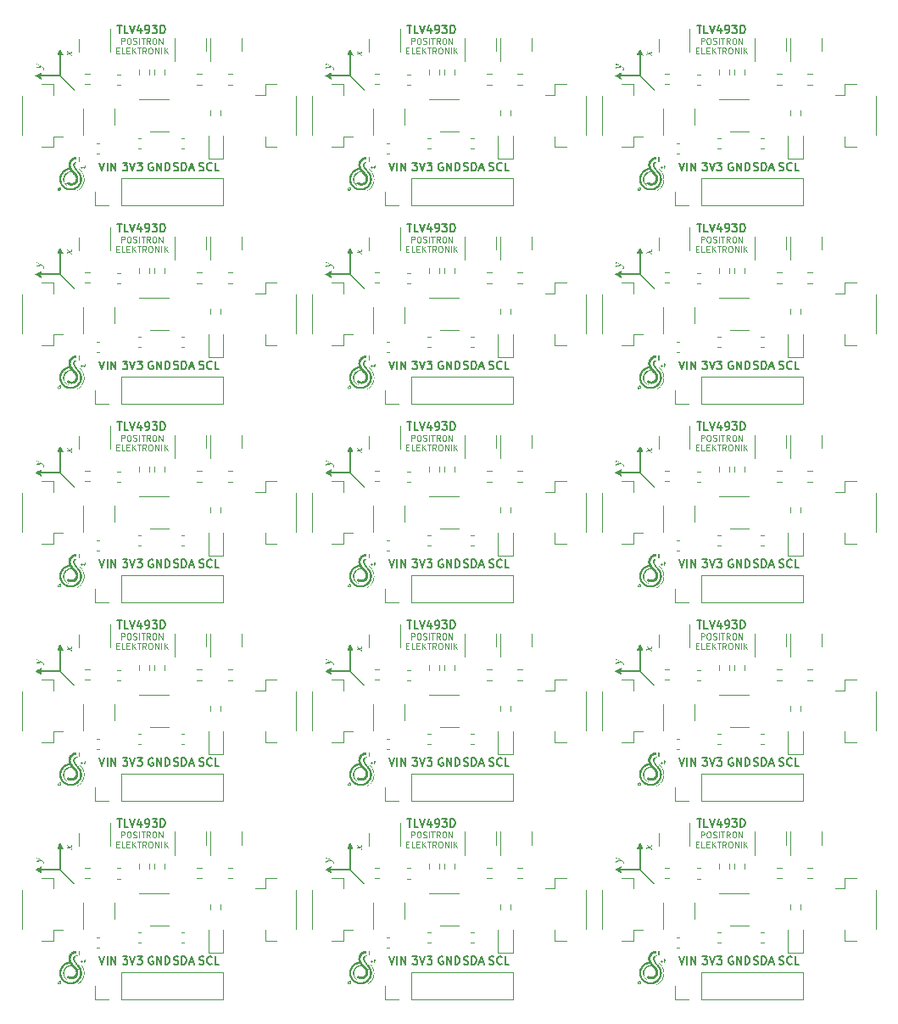
<source format=gbr>
%TF.GenerationSoftware,KiCad,Pcbnew,7.0.1*%
%TF.CreationDate,2025-06-24T16:32:56+07:00*%
%TF.ProjectId,panelize,70616e65-6c69-47a6-952e-6b696361645f,rev?*%
%TF.SameCoordinates,Original*%
%TF.FileFunction,Legend,Top*%
%TF.FilePolarity,Positive*%
%FSLAX46Y46*%
G04 Gerber Fmt 4.6, Leading zero omitted, Abs format (unit mm)*
G04 Created by KiCad (PCBNEW 7.0.1) date 2025-06-24 16:32:56*
%MOMM*%
%LPD*%
G01*
G04 APERTURE LIST*
%ADD10C,0.100000*%
%ADD11C,0.150000*%
%ADD12C,0.000000*%
%ADD13C,0.120000*%
G04 APERTURE END LIST*
D10*
X182326858Y-144586571D02*
X182326858Y-143986571D01*
X182326858Y-143986571D02*
X182555429Y-143986571D01*
X182555429Y-143986571D02*
X182612572Y-144015142D01*
X182612572Y-144015142D02*
X182641143Y-144043714D01*
X182641143Y-144043714D02*
X182669715Y-144100857D01*
X182669715Y-144100857D02*
X182669715Y-144186571D01*
X182669715Y-144186571D02*
X182641143Y-144243714D01*
X182641143Y-144243714D02*
X182612572Y-144272285D01*
X182612572Y-144272285D02*
X182555429Y-144300857D01*
X182555429Y-144300857D02*
X182326858Y-144300857D01*
X183041143Y-143986571D02*
X183155429Y-143986571D01*
X183155429Y-143986571D02*
X183212572Y-144015142D01*
X183212572Y-144015142D02*
X183269715Y-144072285D01*
X183269715Y-144072285D02*
X183298286Y-144186571D01*
X183298286Y-144186571D02*
X183298286Y-144386571D01*
X183298286Y-144386571D02*
X183269715Y-144500857D01*
X183269715Y-144500857D02*
X183212572Y-144558000D01*
X183212572Y-144558000D02*
X183155429Y-144586571D01*
X183155429Y-144586571D02*
X183041143Y-144586571D01*
X183041143Y-144586571D02*
X182984001Y-144558000D01*
X182984001Y-144558000D02*
X182926858Y-144500857D01*
X182926858Y-144500857D02*
X182898286Y-144386571D01*
X182898286Y-144386571D02*
X182898286Y-144186571D01*
X182898286Y-144186571D02*
X182926858Y-144072285D01*
X182926858Y-144072285D02*
X182984001Y-144015142D01*
X182984001Y-144015142D02*
X183041143Y-143986571D01*
X183526857Y-144558000D02*
X183612572Y-144586571D01*
X183612572Y-144586571D02*
X183755429Y-144586571D01*
X183755429Y-144586571D02*
X183812572Y-144558000D01*
X183812572Y-144558000D02*
X183841143Y-144529428D01*
X183841143Y-144529428D02*
X183869714Y-144472285D01*
X183869714Y-144472285D02*
X183869714Y-144415142D01*
X183869714Y-144415142D02*
X183841143Y-144358000D01*
X183841143Y-144358000D02*
X183812572Y-144329428D01*
X183812572Y-144329428D02*
X183755429Y-144300857D01*
X183755429Y-144300857D02*
X183641143Y-144272285D01*
X183641143Y-144272285D02*
X183584000Y-144243714D01*
X183584000Y-144243714D02*
X183555429Y-144215142D01*
X183555429Y-144215142D02*
X183526857Y-144158000D01*
X183526857Y-144158000D02*
X183526857Y-144100857D01*
X183526857Y-144100857D02*
X183555429Y-144043714D01*
X183555429Y-144043714D02*
X183584000Y-144015142D01*
X183584000Y-144015142D02*
X183641143Y-143986571D01*
X183641143Y-143986571D02*
X183784000Y-143986571D01*
X183784000Y-143986571D02*
X183869714Y-144015142D01*
X184126858Y-144586571D02*
X184126858Y-143986571D01*
X184326857Y-143986571D02*
X184669715Y-143986571D01*
X184498286Y-144586571D02*
X184498286Y-143986571D01*
X185212572Y-144586571D02*
X185012572Y-144300857D01*
X184869715Y-144586571D02*
X184869715Y-143986571D01*
X184869715Y-143986571D02*
X185098286Y-143986571D01*
X185098286Y-143986571D02*
X185155429Y-144015142D01*
X185155429Y-144015142D02*
X185184000Y-144043714D01*
X185184000Y-144043714D02*
X185212572Y-144100857D01*
X185212572Y-144100857D02*
X185212572Y-144186571D01*
X185212572Y-144186571D02*
X185184000Y-144243714D01*
X185184000Y-144243714D02*
X185155429Y-144272285D01*
X185155429Y-144272285D02*
X185098286Y-144300857D01*
X185098286Y-144300857D02*
X184869715Y-144300857D01*
X185584000Y-143986571D02*
X185698286Y-143986571D01*
X185698286Y-143986571D02*
X185755429Y-144015142D01*
X185755429Y-144015142D02*
X185812572Y-144072285D01*
X185812572Y-144072285D02*
X185841143Y-144186571D01*
X185841143Y-144186571D02*
X185841143Y-144386571D01*
X185841143Y-144386571D02*
X185812572Y-144500857D01*
X185812572Y-144500857D02*
X185755429Y-144558000D01*
X185755429Y-144558000D02*
X185698286Y-144586571D01*
X185698286Y-144586571D02*
X185584000Y-144586571D01*
X185584000Y-144586571D02*
X185526858Y-144558000D01*
X185526858Y-144558000D02*
X185469715Y-144500857D01*
X185469715Y-144500857D02*
X185441143Y-144386571D01*
X185441143Y-144386571D02*
X185441143Y-144186571D01*
X185441143Y-144186571D02*
X185469715Y-144072285D01*
X185469715Y-144072285D02*
X185526858Y-144015142D01*
X185526858Y-144015142D02*
X185584000Y-143986571D01*
X186098286Y-144586571D02*
X186098286Y-143986571D01*
X186098286Y-143986571D02*
X186441143Y-144586571D01*
X186441143Y-144586571D02*
X186441143Y-143986571D01*
X181841144Y-145244285D02*
X182041144Y-145244285D01*
X182126858Y-145558571D02*
X181841144Y-145558571D01*
X181841144Y-145558571D02*
X181841144Y-144958571D01*
X181841144Y-144958571D02*
X182126858Y-144958571D01*
X182669715Y-145558571D02*
X182384001Y-145558571D01*
X182384001Y-145558571D02*
X182384001Y-144958571D01*
X182869715Y-145244285D02*
X183069715Y-145244285D01*
X183155429Y-145558571D02*
X182869715Y-145558571D01*
X182869715Y-145558571D02*
X182869715Y-144958571D01*
X182869715Y-144958571D02*
X183155429Y-144958571D01*
X183412572Y-145558571D02*
X183412572Y-144958571D01*
X183755429Y-145558571D02*
X183498286Y-145215714D01*
X183755429Y-144958571D02*
X183412572Y-145301428D01*
X183926857Y-144958571D02*
X184269715Y-144958571D01*
X184098286Y-145558571D02*
X184098286Y-144958571D01*
X184812572Y-145558571D02*
X184612572Y-145272857D01*
X184469715Y-145558571D02*
X184469715Y-144958571D01*
X184469715Y-144958571D02*
X184698286Y-144958571D01*
X184698286Y-144958571D02*
X184755429Y-144987142D01*
X184755429Y-144987142D02*
X184784000Y-145015714D01*
X184784000Y-145015714D02*
X184812572Y-145072857D01*
X184812572Y-145072857D02*
X184812572Y-145158571D01*
X184812572Y-145158571D02*
X184784000Y-145215714D01*
X184784000Y-145215714D02*
X184755429Y-145244285D01*
X184755429Y-145244285D02*
X184698286Y-145272857D01*
X184698286Y-145272857D02*
X184469715Y-145272857D01*
X185184000Y-144958571D02*
X185298286Y-144958571D01*
X185298286Y-144958571D02*
X185355429Y-144987142D01*
X185355429Y-144987142D02*
X185412572Y-145044285D01*
X185412572Y-145044285D02*
X185441143Y-145158571D01*
X185441143Y-145158571D02*
X185441143Y-145358571D01*
X185441143Y-145358571D02*
X185412572Y-145472857D01*
X185412572Y-145472857D02*
X185355429Y-145530000D01*
X185355429Y-145530000D02*
X185298286Y-145558571D01*
X185298286Y-145558571D02*
X185184000Y-145558571D01*
X185184000Y-145558571D02*
X185126858Y-145530000D01*
X185126858Y-145530000D02*
X185069715Y-145472857D01*
X185069715Y-145472857D02*
X185041143Y-145358571D01*
X185041143Y-145358571D02*
X185041143Y-145158571D01*
X185041143Y-145158571D02*
X185069715Y-145044285D01*
X185069715Y-145044285D02*
X185126858Y-144987142D01*
X185126858Y-144987142D02*
X185184000Y-144958571D01*
X185698286Y-145558571D02*
X185698286Y-144958571D01*
X185698286Y-144958571D02*
X186041143Y-145558571D01*
X186041143Y-145558571D02*
X186041143Y-144958571D01*
X186326857Y-145558571D02*
X186326857Y-144958571D01*
X186612571Y-145558571D02*
X186612571Y-144958571D01*
X186955428Y-145558571D02*
X186698285Y-145215714D01*
X186955428Y-144958571D02*
X186612571Y-145301428D01*
D11*
X182466285Y-156418095D02*
X182961523Y-156418095D01*
X182961523Y-156418095D02*
X182694857Y-156722857D01*
X182694857Y-156722857D02*
X182809142Y-156722857D01*
X182809142Y-156722857D02*
X182885333Y-156760952D01*
X182885333Y-156760952D02*
X182923428Y-156799047D01*
X182923428Y-156799047D02*
X182961523Y-156875238D01*
X182961523Y-156875238D02*
X182961523Y-157065714D01*
X182961523Y-157065714D02*
X182923428Y-157141904D01*
X182923428Y-157141904D02*
X182885333Y-157180000D01*
X182885333Y-157180000D02*
X182809142Y-157218095D01*
X182809142Y-157218095D02*
X182580571Y-157218095D01*
X182580571Y-157218095D02*
X182504380Y-157180000D01*
X182504380Y-157180000D02*
X182466285Y-157141904D01*
X183190095Y-156418095D02*
X183456762Y-157218095D01*
X183456762Y-157218095D02*
X183723428Y-156418095D01*
X183913904Y-156418095D02*
X184409142Y-156418095D01*
X184409142Y-156418095D02*
X184142476Y-156722857D01*
X184142476Y-156722857D02*
X184256761Y-156722857D01*
X184256761Y-156722857D02*
X184332952Y-156760952D01*
X184332952Y-156760952D02*
X184371047Y-156799047D01*
X184371047Y-156799047D02*
X184409142Y-156875238D01*
X184409142Y-156875238D02*
X184409142Y-157065714D01*
X184409142Y-157065714D02*
X184371047Y-157141904D01*
X184371047Y-157141904D02*
X184332952Y-157180000D01*
X184332952Y-157180000D02*
X184256761Y-157218095D01*
X184256761Y-157218095D02*
X184028190Y-157218095D01*
X184028190Y-157218095D02*
X183951999Y-157180000D01*
X183951999Y-157180000D02*
X183913904Y-157141904D01*
X190124380Y-157180000D02*
X190238666Y-157218095D01*
X190238666Y-157218095D02*
X190429142Y-157218095D01*
X190429142Y-157218095D02*
X190505333Y-157180000D01*
X190505333Y-157180000D02*
X190543428Y-157141904D01*
X190543428Y-157141904D02*
X190581523Y-157065714D01*
X190581523Y-157065714D02*
X190581523Y-156989523D01*
X190581523Y-156989523D02*
X190543428Y-156913333D01*
X190543428Y-156913333D02*
X190505333Y-156875238D01*
X190505333Y-156875238D02*
X190429142Y-156837142D01*
X190429142Y-156837142D02*
X190276761Y-156799047D01*
X190276761Y-156799047D02*
X190200571Y-156760952D01*
X190200571Y-156760952D02*
X190162476Y-156722857D01*
X190162476Y-156722857D02*
X190124380Y-156646666D01*
X190124380Y-156646666D02*
X190124380Y-156570476D01*
X190124380Y-156570476D02*
X190162476Y-156494285D01*
X190162476Y-156494285D02*
X190200571Y-156456190D01*
X190200571Y-156456190D02*
X190276761Y-156418095D01*
X190276761Y-156418095D02*
X190467238Y-156418095D01*
X190467238Y-156418095D02*
X190581523Y-156456190D01*
X191381524Y-157141904D02*
X191343428Y-157180000D01*
X191343428Y-157180000D02*
X191229143Y-157218095D01*
X191229143Y-157218095D02*
X191152952Y-157218095D01*
X191152952Y-157218095D02*
X191038666Y-157180000D01*
X191038666Y-157180000D02*
X190962476Y-157103809D01*
X190962476Y-157103809D02*
X190924381Y-157027619D01*
X190924381Y-157027619D02*
X190886285Y-156875238D01*
X190886285Y-156875238D02*
X190886285Y-156760952D01*
X190886285Y-156760952D02*
X190924381Y-156608571D01*
X190924381Y-156608571D02*
X190962476Y-156532380D01*
X190962476Y-156532380D02*
X191038666Y-156456190D01*
X191038666Y-156456190D02*
X191152952Y-156418095D01*
X191152952Y-156418095D02*
X191229143Y-156418095D01*
X191229143Y-156418095D02*
X191343428Y-156456190D01*
X191343428Y-156456190D02*
X191381524Y-156494285D01*
X192105333Y-157218095D02*
X191724381Y-157218095D01*
X191724381Y-157218095D02*
X191724381Y-156418095D01*
X187584380Y-157180000D02*
X187698666Y-157218095D01*
X187698666Y-157218095D02*
X187889142Y-157218095D01*
X187889142Y-157218095D02*
X187965333Y-157180000D01*
X187965333Y-157180000D02*
X188003428Y-157141904D01*
X188003428Y-157141904D02*
X188041523Y-157065714D01*
X188041523Y-157065714D02*
X188041523Y-156989523D01*
X188041523Y-156989523D02*
X188003428Y-156913333D01*
X188003428Y-156913333D02*
X187965333Y-156875238D01*
X187965333Y-156875238D02*
X187889142Y-156837142D01*
X187889142Y-156837142D02*
X187736761Y-156799047D01*
X187736761Y-156799047D02*
X187660571Y-156760952D01*
X187660571Y-156760952D02*
X187622476Y-156722857D01*
X187622476Y-156722857D02*
X187584380Y-156646666D01*
X187584380Y-156646666D02*
X187584380Y-156570476D01*
X187584380Y-156570476D02*
X187622476Y-156494285D01*
X187622476Y-156494285D02*
X187660571Y-156456190D01*
X187660571Y-156456190D02*
X187736761Y-156418095D01*
X187736761Y-156418095D02*
X187927238Y-156418095D01*
X187927238Y-156418095D02*
X188041523Y-156456190D01*
X188384381Y-157218095D02*
X188384381Y-156418095D01*
X188384381Y-156418095D02*
X188574857Y-156418095D01*
X188574857Y-156418095D02*
X188689143Y-156456190D01*
X188689143Y-156456190D02*
X188765333Y-156532380D01*
X188765333Y-156532380D02*
X188803428Y-156608571D01*
X188803428Y-156608571D02*
X188841524Y-156760952D01*
X188841524Y-156760952D02*
X188841524Y-156875238D01*
X188841524Y-156875238D02*
X188803428Y-157027619D01*
X188803428Y-157027619D02*
X188765333Y-157103809D01*
X188765333Y-157103809D02*
X188689143Y-157180000D01*
X188689143Y-157180000D02*
X188574857Y-157218095D01*
X188574857Y-157218095D02*
X188384381Y-157218095D01*
X189146285Y-156989523D02*
X189527238Y-156989523D01*
X189070095Y-157218095D02*
X189336762Y-156418095D01*
X189336762Y-156418095D02*
X189603428Y-157218095D01*
X185501523Y-156456190D02*
X185425333Y-156418095D01*
X185425333Y-156418095D02*
X185311047Y-156418095D01*
X185311047Y-156418095D02*
X185196761Y-156456190D01*
X185196761Y-156456190D02*
X185120571Y-156532380D01*
X185120571Y-156532380D02*
X185082476Y-156608571D01*
X185082476Y-156608571D02*
X185044380Y-156760952D01*
X185044380Y-156760952D02*
X185044380Y-156875238D01*
X185044380Y-156875238D02*
X185082476Y-157027619D01*
X185082476Y-157027619D02*
X185120571Y-157103809D01*
X185120571Y-157103809D02*
X185196761Y-157180000D01*
X185196761Y-157180000D02*
X185311047Y-157218095D01*
X185311047Y-157218095D02*
X185387238Y-157218095D01*
X185387238Y-157218095D02*
X185501523Y-157180000D01*
X185501523Y-157180000D02*
X185539619Y-157141904D01*
X185539619Y-157141904D02*
X185539619Y-156875238D01*
X185539619Y-156875238D02*
X185387238Y-156875238D01*
X185882476Y-157218095D02*
X185882476Y-156418095D01*
X185882476Y-156418095D02*
X186339619Y-157218095D01*
X186339619Y-157218095D02*
X186339619Y-156418095D01*
X186720571Y-157218095D02*
X186720571Y-156418095D01*
X186720571Y-156418095D02*
X186911047Y-156418095D01*
X186911047Y-156418095D02*
X187025333Y-156456190D01*
X187025333Y-156456190D02*
X187101523Y-156532380D01*
X187101523Y-156532380D02*
X187139618Y-156608571D01*
X187139618Y-156608571D02*
X187177714Y-156760952D01*
X187177714Y-156760952D02*
X187177714Y-156875238D01*
X187177714Y-156875238D02*
X187139618Y-157027619D01*
X187139618Y-157027619D02*
X187101523Y-157103809D01*
X187101523Y-157103809D02*
X187025333Y-157180000D01*
X187025333Y-157180000D02*
X186911047Y-157218095D01*
X186911047Y-157218095D02*
X186720571Y-157218095D01*
D12*
G36*
X176238017Y-145058950D02*
G01*
X176238407Y-145059057D01*
X176239263Y-145059476D01*
X176240219Y-145060159D01*
X176241262Y-145061096D01*
X176242387Y-145062269D01*
X176243580Y-145063666D01*
X176244835Y-145065280D01*
X176246144Y-145067094D01*
X176247495Y-145069097D01*
X176248882Y-145071273D01*
X176250291Y-145073614D01*
X176251718Y-145076103D01*
X176253155Y-145078731D01*
X176254586Y-145081484D01*
X176256008Y-145084350D01*
X176257411Y-145087312D01*
X176311583Y-145195198D01*
X176424100Y-145416982D01*
X176484099Y-145535594D01*
X176534606Y-145636146D01*
X176570298Y-145707994D01*
X176580925Y-145729821D01*
X176585849Y-145740480D01*
X176586918Y-145743472D01*
X176587313Y-145745960D01*
X176586953Y-145747925D01*
X176586468Y-145748710D01*
X176585770Y-145749357D01*
X176583689Y-145750236D01*
X176580638Y-145750552D01*
X176576547Y-145750288D01*
X176571338Y-145749432D01*
X176564945Y-145747969D01*
X176557296Y-145745882D01*
X176537923Y-145739787D01*
X176512652Y-145731027D01*
X176480897Y-145719491D01*
X176434843Y-145703093D01*
X176394002Y-145688312D01*
X176362652Y-145676776D01*
X176345076Y-145670101D01*
X176341585Y-145669430D01*
X176338503Y-145671500D01*
X176333463Y-145688932D01*
X176329753Y-145732523D01*
X176327174Y-145812404D01*
X176324586Y-146121547D01*
X176324086Y-146697390D01*
X176324086Y-147732088D01*
X177018000Y-148426000D01*
X177713148Y-149121150D01*
X177657586Y-149176712D01*
X177602024Y-149232274D01*
X176904407Y-148534657D01*
X176205551Y-147835805D01*
X175272103Y-147839507D01*
X174908920Y-147841765D01*
X174610446Y-147844602D01*
X174407585Y-147847669D01*
X174351667Y-147849182D01*
X174331242Y-147850621D01*
X174330680Y-147851684D01*
X174330364Y-147853461D01*
X174330292Y-147855909D01*
X174330453Y-147858996D01*
X174331440Y-147866900D01*
X174333250Y-147876858D01*
X174335815Y-147888554D01*
X174339058Y-147901668D01*
X174342908Y-147915884D01*
X174347297Y-147930876D01*
X174352597Y-147946693D01*
X174358214Y-147964120D01*
X174369831Y-148001410D01*
X174390511Y-148069167D01*
X174409032Y-148134607D01*
X174295439Y-148072871D01*
X174232484Y-148038934D01*
X174145575Y-147993076D01*
X174045927Y-147941431D01*
X173944775Y-147890132D01*
X173897478Y-147865676D01*
X173853466Y-147842634D01*
X173813707Y-147821503D01*
X173779171Y-147802775D01*
X173750824Y-147786941D01*
X173729645Y-147774492D01*
X173722042Y-147769692D01*
X173716596Y-147765923D01*
X173713421Y-147763243D01*
X173712728Y-147762335D01*
X173712650Y-147761721D01*
X173717786Y-147758379D01*
X173729917Y-147751418D01*
X173772070Y-147728383D01*
X173832975Y-147696087D01*
X173906500Y-147658005D01*
X173991695Y-147614808D01*
X174084302Y-147567098D01*
X174247283Y-147482675D01*
X174278024Y-147466573D01*
X174306840Y-147451788D01*
X174333080Y-147438594D01*
X174356092Y-147427267D01*
X174375229Y-147418081D01*
X174389836Y-147411310D01*
X174399262Y-147407231D01*
X174401829Y-147406290D01*
X174402858Y-147406121D01*
X174403092Y-147407253D01*
X174402884Y-147409677D01*
X174401218Y-147418122D01*
X174398018Y-147430906D01*
X174393443Y-147447482D01*
X174380808Y-147489812D01*
X174364584Y-147540705D01*
X174348840Y-147591832D01*
X174335874Y-147634853D01*
X174330868Y-147651953D01*
X174327076Y-147665376D01*
X174324673Y-147674571D01*
X174324049Y-147677413D01*
X174323838Y-147678994D01*
X174396376Y-147682428D01*
X174593931Y-147685168D01*
X175243704Y-147687637D01*
X176163573Y-147687637D01*
X176163573Y-146673931D01*
X176163478Y-146354996D01*
X176163319Y-146224298D01*
X176163051Y-146111129D01*
X176162646Y-146014254D01*
X176162074Y-145932432D01*
X176161310Y-145864428D01*
X176160849Y-145835223D01*
X176160331Y-145809006D01*
X176159749Y-145785627D01*
X176159104Y-145764931D01*
X176158389Y-145746759D01*
X176157604Y-145730961D01*
X176156741Y-145717377D01*
X176155804Y-145705859D01*
X176154783Y-145696248D01*
X176153674Y-145688393D01*
X176152481Y-145682133D01*
X176151849Y-145679555D01*
X176151193Y-145677318D01*
X176150515Y-145675404D01*
X176149809Y-145673794D01*
X176149082Y-145672467D01*
X176148330Y-145671403D01*
X176147549Y-145670588D01*
X176146746Y-145669993D01*
X176145913Y-145669611D01*
X176145056Y-145669409D01*
X176144171Y-145669379D01*
X176143258Y-145669497D01*
X176141347Y-145670101D01*
X176114396Y-145680635D01*
X176080150Y-145693020D01*
X176041856Y-145706216D01*
X176002751Y-145719181D01*
X175966075Y-145730874D01*
X175935071Y-145740248D01*
X175912981Y-145746267D01*
X175906292Y-145747693D01*
X175903046Y-145747889D01*
X175905474Y-145739554D01*
X175914892Y-145717272D01*
X175950814Y-145638846D01*
X176063868Y-145402474D01*
X176180163Y-145166566D01*
X176220139Y-145088721D01*
X176232188Y-145066813D01*
X176237657Y-145058914D01*
X176238017Y-145058950D01*
G37*
G36*
X173883011Y-146561112D02*
G01*
X173900363Y-146564755D01*
X173919988Y-146570286D01*
X173941868Y-146577698D01*
X173965983Y-146586987D01*
X173992313Y-146598151D01*
X174051556Y-146626069D01*
X174119451Y-146661409D01*
X174195853Y-146704130D01*
X174280620Y-146754186D01*
X174323068Y-146780002D01*
X174361645Y-146803853D01*
X174396571Y-146825922D01*
X174428052Y-146846385D01*
X174456312Y-146865424D01*
X174481558Y-146883219D01*
X174504003Y-146899945D01*
X174523860Y-146915784D01*
X174541344Y-146930909D01*
X174549266Y-146938264D01*
X174556672Y-146945509D01*
X174563592Y-146952666D01*
X174570052Y-146959757D01*
X174576080Y-146966806D01*
X174581701Y-146973833D01*
X174586939Y-146980864D01*
X174591830Y-146987916D01*
X174596389Y-146995015D01*
X174600650Y-147002185D01*
X174604640Y-147009446D01*
X174608382Y-147016820D01*
X174615229Y-147032002D01*
X174618297Y-147039781D01*
X174621011Y-147047603D01*
X174623382Y-147055443D01*
X174625415Y-147063284D01*
X174627114Y-147071112D01*
X174628484Y-147078900D01*
X174629528Y-147086633D01*
X174630257Y-147094296D01*
X174630676Y-147101864D01*
X174630784Y-147109322D01*
X174630588Y-147116652D01*
X174630098Y-147123830D01*
X174629314Y-147130841D01*
X174628244Y-147137670D01*
X174626889Y-147144289D01*
X174625262Y-147150690D01*
X174623362Y-147156843D01*
X174621194Y-147162736D01*
X174618769Y-147168352D01*
X174616086Y-147173668D01*
X174613153Y-147178666D01*
X174609974Y-147183327D01*
X174606555Y-147187637D01*
X174602903Y-147191568D01*
X174599020Y-147195109D01*
X174594911Y-147198240D01*
X174590585Y-147200939D01*
X174586044Y-147203190D01*
X174581292Y-147204973D01*
X174576338Y-147206270D01*
X174571187Y-147207060D01*
X174565842Y-147207328D01*
X174560312Y-147207192D01*
X174555064Y-147206779D01*
X174550105Y-147206105D01*
X174545436Y-147205178D01*
X174541055Y-147204006D01*
X174536970Y-147202601D01*
X174533181Y-147200973D01*
X174529686Y-147199131D01*
X174526494Y-147197086D01*
X174523605Y-147194842D01*
X174521023Y-147192417D01*
X174518743Y-147189813D01*
X174516777Y-147187048D01*
X174515116Y-147184124D01*
X174513774Y-147181058D01*
X174512749Y-147177851D01*
X174512039Y-147174520D01*
X174511649Y-147171070D01*
X174511587Y-147167517D01*
X174511845Y-147163864D01*
X174512435Y-147160121D01*
X174513349Y-147156303D01*
X174514600Y-147152416D01*
X174516182Y-147148468D01*
X174518103Y-147144474D01*
X174520361Y-147140440D01*
X174522960Y-147136378D01*
X174525898Y-147132293D01*
X174529189Y-147128202D01*
X174532825Y-147124108D01*
X174536808Y-147120027D01*
X174541146Y-147115964D01*
X174545255Y-147112226D01*
X174549020Y-147108421D01*
X174552433Y-147104552D01*
X174555502Y-147100615D01*
X174558220Y-147096614D01*
X174560593Y-147092541D01*
X174562618Y-147088400D01*
X174564296Y-147084185D01*
X174565629Y-147079905D01*
X174566615Y-147075551D01*
X174567250Y-147071124D01*
X174567539Y-147066628D01*
X174567481Y-147062057D01*
X174567077Y-147057412D01*
X174566324Y-147052692D01*
X174565223Y-147047897D01*
X174563777Y-147043026D01*
X174561983Y-147038081D01*
X174559842Y-147033055D01*
X174557350Y-147027951D01*
X174554517Y-147022769D01*
X174551332Y-147017508D01*
X174547802Y-147012169D01*
X174543926Y-147006746D01*
X174535128Y-146995657D01*
X174524941Y-146984239D01*
X174513363Y-146972482D01*
X174500403Y-146960386D01*
X174491527Y-146952712D01*
X174483360Y-146945856D01*
X174475792Y-146939780D01*
X174468724Y-146934439D01*
X174462042Y-146929782D01*
X174455648Y-146925768D01*
X174449435Y-146922351D01*
X174443294Y-146919488D01*
X174437128Y-146917125D01*
X174430826Y-146915231D01*
X174424290Y-146913748D01*
X174417406Y-146912637D01*
X174410071Y-146911851D01*
X174402188Y-146911347D01*
X174393644Y-146911076D01*
X174384337Y-146910997D01*
X174371101Y-146911226D01*
X174356710Y-146911885D01*
X174341624Y-146912950D01*
X174326305Y-146914394D01*
X174311219Y-146916183D01*
X174296825Y-146918290D01*
X174283591Y-146920686D01*
X174277553Y-146921985D01*
X174271978Y-146923345D01*
X174230865Y-146931987D01*
X174178294Y-146942483D01*
X174103727Y-146956682D01*
X173996632Y-146976436D01*
X173983205Y-146979137D01*
X173971095Y-146981712D01*
X173960209Y-146984210D01*
X173950447Y-146986681D01*
X173941715Y-146989175D01*
X173937703Y-146990445D01*
X173933910Y-146991739D01*
X173930325Y-146993061D01*
X173926937Y-146994421D01*
X173923730Y-146995823D01*
X173920698Y-146997274D01*
X173917825Y-146998778D01*
X173915097Y-147000342D01*
X173912506Y-147001974D01*
X173910035Y-147003675D01*
X173907675Y-147005458D01*
X173905415Y-147007325D01*
X173903239Y-147009283D01*
X173901136Y-147011339D01*
X173899097Y-147013496D01*
X173897104Y-147015764D01*
X173895153Y-147018144D01*
X173893222Y-147020649D01*
X173889390Y-147026046D01*
X173885511Y-147032000D01*
X173882911Y-147035889D01*
X173880214Y-147039674D01*
X173877445Y-147043337D01*
X173874630Y-147046854D01*
X173871781Y-147050217D01*
X173868926Y-147053402D01*
X173866089Y-147056389D01*
X173863284Y-147059163D01*
X173860538Y-147061709D01*
X173857873Y-147064002D01*
X173855307Y-147066028D01*
X173852866Y-147067769D01*
X173850569Y-147069205D01*
X173848438Y-147070320D01*
X173847441Y-147070753D01*
X173846496Y-147071093D01*
X173845602Y-147071349D01*
X173844763Y-147071511D01*
X173842968Y-147071204D01*
X173841290Y-147070266D01*
X173839730Y-147068679D01*
X173838282Y-147066419D01*
X173836949Y-147063464D01*
X173835735Y-147059792D01*
X173834635Y-147055381D01*
X173833652Y-147050211D01*
X173832782Y-147044261D01*
X173832029Y-147037509D01*
X173830873Y-147021504D01*
X173830177Y-147002030D01*
X173829945Y-146978906D01*
X173830001Y-146960392D01*
X173830159Y-146943060D01*
X173830404Y-146927295D01*
X173830718Y-146913467D01*
X173831092Y-146901956D01*
X173831510Y-146893132D01*
X173831957Y-146887379D01*
X173832183Y-146885768D01*
X173832415Y-146885068D01*
X174064545Y-146850496D01*
X174103104Y-146844814D01*
X174136996Y-146839757D01*
X174166470Y-146835263D01*
X174191778Y-146831263D01*
X174213173Y-146827687D01*
X174222482Y-146826039D01*
X174230906Y-146824470D01*
X174238476Y-146822979D01*
X174245224Y-146821550D01*
X174251187Y-146820179D01*
X174256390Y-146818856D01*
X174260863Y-146817574D01*
X174264642Y-146816320D01*
X174267756Y-146815092D01*
X174269074Y-146814484D01*
X174270239Y-146813875D01*
X174271252Y-146813272D01*
X174272119Y-146812667D01*
X174272844Y-146812062D01*
X174273430Y-146811455D01*
X174273882Y-146810849D01*
X174274202Y-146810236D01*
X174274395Y-146809620D01*
X174274466Y-146808996D01*
X174274420Y-146808368D01*
X174274257Y-146807731D01*
X174273981Y-146807084D01*
X174273601Y-146806430D01*
X174273113Y-146805761D01*
X174272531Y-146805083D01*
X174271085Y-146803685D01*
X174269282Y-146802227D01*
X174267167Y-146800699D01*
X174264762Y-146799093D01*
X174262099Y-146797403D01*
X174239555Y-146783558D01*
X174216060Y-146769872D01*
X174191863Y-146756447D01*
X174167199Y-146743385D01*
X174142313Y-146730783D01*
X174117443Y-146718747D01*
X174092829Y-146707377D01*
X174068712Y-146696773D01*
X174045332Y-146687036D01*
X174022933Y-146678270D01*
X174001753Y-146670575D01*
X173982031Y-146664054D01*
X173964011Y-146658803D01*
X173947929Y-146654927D01*
X173934029Y-146652529D01*
X173922551Y-146651705D01*
X173920928Y-146651733D01*
X173919299Y-146651819D01*
X173917666Y-146651964D01*
X173916034Y-146652158D01*
X173914404Y-146652410D01*
X173912780Y-146652717D01*
X173911157Y-146653072D01*
X173909547Y-146653480D01*
X173906360Y-146654448D01*
X173903236Y-146655612D01*
X173900187Y-146656964D01*
X173897240Y-146658496D01*
X173895806Y-146659330D01*
X173894406Y-146660201D01*
X173893039Y-146661117D01*
X173891707Y-146662074D01*
X173890412Y-146663072D01*
X173889159Y-146664106D01*
X173887947Y-146665179D01*
X173886785Y-146666290D01*
X173885663Y-146667439D01*
X173884596Y-146668618D01*
X173883576Y-146669835D01*
X173882609Y-146671084D01*
X173881699Y-146672366D01*
X173880853Y-146673681D01*
X173880062Y-146675027D01*
X173879334Y-146676399D01*
X173877877Y-146678916D01*
X173876289Y-146681362D01*
X173874582Y-146683723D01*
X173872776Y-146685990D01*
X173870883Y-146688146D01*
X173868918Y-146690183D01*
X173866894Y-146692083D01*
X173864828Y-146693841D01*
X173862732Y-146695436D01*
X173860623Y-146696862D01*
X173858510Y-146698102D01*
X173856417Y-146699147D01*
X173854348Y-146699980D01*
X173853331Y-146700313D01*
X173852327Y-146700591D01*
X173851335Y-146700808D01*
X173850361Y-146700965D01*
X173849404Y-146701062D01*
X173848467Y-146701095D01*
X173846217Y-146700719D01*
X173844100Y-146699623D01*
X173842111Y-146697852D01*
X173840254Y-146695453D01*
X173838534Y-146692474D01*
X173836947Y-146688959D01*
X173834173Y-146680508D01*
X173831942Y-146670476D01*
X173830257Y-146659228D01*
X173829127Y-146647138D01*
X173828557Y-146634574D01*
X173828551Y-146621909D01*
X173829115Y-146609515D01*
X173830254Y-146597762D01*
X173831971Y-146587017D01*
X173834280Y-146577656D01*
X173835650Y-146573608D01*
X173837176Y-146570047D01*
X173838847Y-146567016D01*
X173840667Y-146564562D01*
X173842641Y-146562732D01*
X173844763Y-146561571D01*
X173855194Y-146559515D01*
X173867948Y-146559363D01*
X173883011Y-146561112D01*
G37*
G36*
X176913666Y-145285640D02*
G01*
X176917061Y-145286242D01*
X176920775Y-145287413D01*
X176924813Y-145289153D01*
X176929195Y-145291463D01*
X176933934Y-145294344D01*
X176939037Y-145297798D01*
X176950399Y-145306419D01*
X176963381Y-145317332D01*
X176978083Y-145330545D01*
X176994612Y-145346063D01*
X177013061Y-145363889D01*
X177032426Y-145382573D01*
X177051298Y-145400373D01*
X177069188Y-145416870D01*
X177085602Y-145431645D01*
X177100046Y-145444280D01*
X177112031Y-145454353D01*
X177116949Y-145458298D01*
X177121064Y-145461447D01*
X177124323Y-145463743D01*
X177126656Y-145465139D01*
X177131062Y-145466347D01*
X177138058Y-145466778D01*
X177147346Y-145466482D01*
X177158622Y-145465525D01*
X177185929Y-145461839D01*
X177217564Y-145456186D01*
X177251105Y-145449029D01*
X177284139Y-145440830D01*
X177314255Y-145432051D01*
X177327459Y-145427588D01*
X177339029Y-145423158D01*
X177341209Y-145422145D01*
X177343352Y-145420966D01*
X177345449Y-145419625D01*
X177347503Y-145418132D01*
X177351468Y-145414702D01*
X177355214Y-145410732D01*
X177358722Y-145406271D01*
X177361970Y-145401366D01*
X177364931Y-145396071D01*
X177367582Y-145390436D01*
X177369900Y-145384514D01*
X177371860Y-145378350D01*
X177373444Y-145372001D01*
X177374623Y-145365510D01*
X177375374Y-145358935D01*
X177375678Y-145352324D01*
X177375503Y-145345727D01*
X177374834Y-145339196D01*
X177374500Y-145336193D01*
X177374412Y-145333434D01*
X177374560Y-145330913D01*
X177374928Y-145328634D01*
X177375506Y-145326586D01*
X177376282Y-145324774D01*
X177377236Y-145323188D01*
X177378366Y-145321833D01*
X177379651Y-145320700D01*
X177381081Y-145319788D01*
X177382639Y-145319096D01*
X177384320Y-145318619D01*
X177386106Y-145318357D01*
X177387984Y-145318306D01*
X177389940Y-145318463D01*
X177391966Y-145318822D01*
X177394047Y-145319384D01*
X177396166Y-145320151D01*
X177398315Y-145321112D01*
X177400480Y-145322266D01*
X177402648Y-145323615D01*
X177404807Y-145325149D01*
X177406943Y-145326872D01*
X177409041Y-145328779D01*
X177411088Y-145330863D01*
X177413078Y-145333130D01*
X177414991Y-145335570D01*
X177416817Y-145338183D01*
X177418544Y-145340965D01*
X177420155Y-145343916D01*
X177421643Y-145347031D01*
X177422988Y-145350309D01*
X177424347Y-145353788D01*
X177425647Y-145357717D01*
X177426880Y-145362052D01*
X177428041Y-145366745D01*
X177430151Y-145377049D01*
X177431941Y-145388276D01*
X177433384Y-145400083D01*
X177434448Y-145412123D01*
X177435109Y-145424044D01*
X177435337Y-145435503D01*
X177435062Y-145447035D01*
X177434185Y-145457599D01*
X177432616Y-145467273D01*
X177430281Y-145476136D01*
X177428797Y-145480282D01*
X177427090Y-145484257D01*
X177425150Y-145488064D01*
X177422964Y-145491719D01*
X177420523Y-145495225D01*
X177417817Y-145498593D01*
X177414835Y-145501835D01*
X177411569Y-145504959D01*
X177408005Y-145507972D01*
X177404133Y-145510888D01*
X177395423Y-145516459D01*
X177385367Y-145521750D01*
X177373870Y-145526834D01*
X177360855Y-145531788D01*
X177346238Y-145536689D01*
X177329936Y-145541610D01*
X177311863Y-145546628D01*
X177298712Y-145550318D01*
X177286301Y-145553920D01*
X177274904Y-145557351D01*
X177264792Y-145560520D01*
X177256241Y-145563342D01*
X177249529Y-145565729D01*
X177246949Y-145566734D01*
X177244930Y-145567596D01*
X177243508Y-145568308D01*
X177242719Y-145568854D01*
X177242509Y-145569172D01*
X177242567Y-145569660D01*
X177243459Y-145571118D01*
X177245349Y-145573198D01*
X177248180Y-145575857D01*
X177256459Y-145582765D01*
X177267875Y-145591542D01*
X177282015Y-145601882D01*
X177298453Y-145613478D01*
X177316776Y-145626029D01*
X177336557Y-145639233D01*
X177368809Y-145660580D01*
X177381894Y-145669455D01*
X177393142Y-145677354D01*
X177402690Y-145684444D01*
X177406871Y-145687737D01*
X177410678Y-145690888D01*
X177414128Y-145693922D01*
X177417243Y-145696856D01*
X177420038Y-145699712D01*
X177422525Y-145702514D01*
X177424730Y-145705276D01*
X177426665Y-145708026D01*
X177428352Y-145710778D01*
X177429801Y-145713559D01*
X177431035Y-145716384D01*
X177432073Y-145719279D01*
X177432928Y-145722261D01*
X177433618Y-145725355D01*
X177434164Y-145728580D01*
X177434579Y-145731953D01*
X177434884Y-145735498D01*
X177435093Y-145739237D01*
X177435299Y-145747374D01*
X177435334Y-145756532D01*
X177435293Y-145761824D01*
X177435170Y-145767027D01*
X177434970Y-145772116D01*
X177434700Y-145777059D01*
X177434365Y-145781829D01*
X177433970Y-145786398D01*
X177433519Y-145790734D01*
X177433022Y-145794808D01*
X177432480Y-145798595D01*
X177431901Y-145802062D01*
X177431286Y-145805182D01*
X177430648Y-145807928D01*
X177429988Y-145810266D01*
X177429309Y-145812171D01*
X177428621Y-145813614D01*
X177428275Y-145814152D01*
X177427929Y-145814564D01*
X177426793Y-145815637D01*
X177425487Y-145816540D01*
X177424018Y-145817278D01*
X177422402Y-145817863D01*
X177420655Y-145818294D01*
X177418787Y-145818580D01*
X177416816Y-145818723D01*
X177414752Y-145818731D01*
X177412609Y-145818609D01*
X177410405Y-145818362D01*
X177408146Y-145817998D01*
X177405854Y-145817515D01*
X177403539Y-145816928D01*
X177401214Y-145816235D01*
X177398898Y-145815445D01*
X177396597Y-145814564D01*
X177394329Y-145813597D01*
X177392108Y-145812547D01*
X177389949Y-145811419D01*
X177387859Y-145810224D01*
X177385862Y-145808961D01*
X177383962Y-145807641D01*
X177382178Y-145806267D01*
X177380525Y-145804839D01*
X177379017Y-145803372D01*
X177377662Y-145801867D01*
X177376478Y-145800331D01*
X177375480Y-145798763D01*
X177374677Y-145797178D01*
X177374088Y-145795575D01*
X177373724Y-145793958D01*
X177373601Y-145792340D01*
X177373222Y-145785102D01*
X177372072Y-145777731D01*
X177370143Y-145770206D01*
X177367406Y-145762512D01*
X177363858Y-145754631D01*
X177359471Y-145746543D01*
X177354236Y-145738232D01*
X177348134Y-145729676D01*
X177341151Y-145720862D01*
X177333266Y-145711768D01*
X177324470Y-145702378D01*
X177314739Y-145692674D01*
X177304060Y-145682635D01*
X177292419Y-145672247D01*
X177279794Y-145661489D01*
X177266178Y-145650344D01*
X177185923Y-145584904D01*
X177110603Y-145600958D01*
X177089051Y-145605593D01*
X177069258Y-145610263D01*
X177051170Y-145615003D01*
X177034726Y-145619844D01*
X177027103Y-145622316D01*
X177019868Y-145624825D01*
X177013012Y-145627375D01*
X177006534Y-145629975D01*
X177000416Y-145632625D01*
X176994664Y-145635333D01*
X176989259Y-145638100D01*
X176984199Y-145640930D01*
X176979475Y-145643832D01*
X176975082Y-145646806D01*
X176971008Y-145649855D01*
X176967248Y-145652985D01*
X176963795Y-145656203D01*
X176960644Y-145659512D01*
X176957779Y-145662916D01*
X176955203Y-145666417D01*
X176952900Y-145670021D01*
X176950871Y-145673734D01*
X176949100Y-145677556D01*
X176947584Y-145681496D01*
X176946317Y-145685555D01*
X176945285Y-145689740D01*
X176944491Y-145694052D01*
X176943914Y-145698499D01*
X176943363Y-145703202D01*
X176942629Y-145707589D01*
X176941729Y-145711657D01*
X176940673Y-145715406D01*
X176939472Y-145718844D01*
X176938134Y-145721965D01*
X176936674Y-145724773D01*
X176935100Y-145727265D01*
X176933422Y-145729445D01*
X176931652Y-145731315D01*
X176929801Y-145732870D01*
X176927876Y-145734118D01*
X176925892Y-145735053D01*
X176923859Y-145735680D01*
X176921786Y-145735997D01*
X176919687Y-145736004D01*
X176917566Y-145735706D01*
X176915438Y-145735101D01*
X176913315Y-145734190D01*
X176911204Y-145732974D01*
X176909119Y-145731452D01*
X176907066Y-145729628D01*
X176905060Y-145727499D01*
X176903111Y-145725065D01*
X176901231Y-145722331D01*
X176899427Y-145719298D01*
X176897708Y-145715961D01*
X176896093Y-145712325D01*
X176894585Y-145708389D01*
X176893196Y-145704156D01*
X176891938Y-145699627D01*
X176890825Y-145694796D01*
X176886779Y-145674540D01*
X176883941Y-145655853D01*
X176882989Y-145647074D01*
X176882352Y-145638657D01*
X176882045Y-145630593D01*
X176882065Y-145622873D01*
X176882424Y-145615484D01*
X176883122Y-145608420D01*
X176884170Y-145601666D01*
X176885570Y-145595217D01*
X176887333Y-145589059D01*
X176889459Y-145583189D01*
X176891960Y-145577588D01*
X176894836Y-145572249D01*
X176898097Y-145567166D01*
X176901746Y-145562325D01*
X176905791Y-145557717D01*
X176910236Y-145553333D01*
X176915088Y-145549165D01*
X176920355Y-145545194D01*
X176926039Y-145541423D01*
X176932149Y-145537833D01*
X176938687Y-145534415D01*
X176945664Y-145531163D01*
X176953083Y-145528063D01*
X176960946Y-145525110D01*
X176978046Y-145519591D01*
X176997010Y-145514525D01*
X177003253Y-145513097D01*
X177009460Y-145511593D01*
X177021587Y-145508429D01*
X177033081Y-145505150D01*
X177043620Y-145501869D01*
X177052884Y-145498708D01*
X177056941Y-145497203D01*
X177060559Y-145495775D01*
X177063699Y-145494430D01*
X177066322Y-145493190D01*
X177068389Y-145492061D01*
X177069859Y-145491066D01*
X177070240Y-145490437D01*
X177070470Y-145489711D01*
X177070544Y-145488890D01*
X177070472Y-145487975D01*
X177070251Y-145486972D01*
X177069885Y-145485887D01*
X177068741Y-145483465D01*
X177067060Y-145480742D01*
X177064867Y-145477740D01*
X177062190Y-145474484D01*
X177059055Y-145471003D01*
X177055484Y-145467319D01*
X177051506Y-145463454D01*
X177047143Y-145459439D01*
X177042424Y-145455297D01*
X177037373Y-145451054D01*
X177032011Y-145446738D01*
X177026367Y-145442368D01*
X177020470Y-145437973D01*
X177012171Y-145432009D01*
X177004383Y-145426608D01*
X176997069Y-145421752D01*
X176990180Y-145417427D01*
X176983683Y-145413617D01*
X176977538Y-145410300D01*
X176971706Y-145407468D01*
X176966142Y-145405100D01*
X176960811Y-145403180D01*
X176955669Y-145401691D01*
X176950683Y-145400621D01*
X176945807Y-145399948D01*
X176941005Y-145399659D01*
X176936232Y-145399738D01*
X176931454Y-145400167D01*
X176926628Y-145400930D01*
X176920747Y-145401993D01*
X176915574Y-145402812D01*
X176911059Y-145403330D01*
X176907165Y-145403480D01*
X176905431Y-145403393D01*
X176903839Y-145403191D01*
X176902377Y-145402867D01*
X176901040Y-145402410D01*
X176899827Y-145401808D01*
X176898725Y-145401057D01*
X176897732Y-145400153D01*
X176896843Y-145399080D01*
X176896052Y-145397835D01*
X176895354Y-145396406D01*
X176894741Y-145394789D01*
X176894205Y-145392973D01*
X176893750Y-145390951D01*
X176893363Y-145388717D01*
X176892771Y-145383570D01*
X176892393Y-145377466D01*
X176892175Y-145370345D01*
X176892059Y-145352779D01*
X176892276Y-145336529D01*
X176893003Y-145322517D01*
X176894337Y-145310738D01*
X176895264Y-145305693D01*
X176896381Y-145301209D01*
X176897699Y-145297287D01*
X176899232Y-145293928D01*
X176900995Y-145291133D01*
X176902996Y-145288904D01*
X176905253Y-145287238D01*
X176907773Y-145286139D01*
X176910575Y-145285605D01*
X176913666Y-145285640D01*
G37*
D11*
X180142190Y-156418095D02*
X180408857Y-157218095D01*
X180408857Y-157218095D02*
X180675523Y-156418095D01*
X180942190Y-157218095D02*
X180942190Y-156418095D01*
X181323142Y-157218095D02*
X181323142Y-156418095D01*
X181323142Y-156418095D02*
X181780285Y-157218095D01*
X181780285Y-157218095D02*
X181780285Y-156418095D01*
D12*
G36*
X178680021Y-156643530D02*
G01*
X178681181Y-156643769D01*
X178682405Y-156644135D01*
X178683696Y-156644629D01*
X178685055Y-156645253D01*
X178686485Y-156646007D01*
X178687989Y-156646894D01*
X178691230Y-156649068D01*
X178694797Y-156651786D01*
X178698711Y-156655057D01*
X178702993Y-156658893D01*
X178707664Y-156663304D01*
X178712744Y-156668300D01*
X178722252Y-156679238D01*
X178730662Y-156691379D01*
X178737968Y-156704670D01*
X178744163Y-156719056D01*
X178749243Y-156734484D01*
X178753201Y-156750900D01*
X178756029Y-156768250D01*
X178757723Y-156786481D01*
X178758276Y-156805538D01*
X178757682Y-156825369D01*
X178755934Y-156845919D01*
X178753027Y-156867134D01*
X178748954Y-156888962D01*
X178743709Y-156911347D01*
X178737285Y-156934237D01*
X178729677Y-156957578D01*
X178722244Y-156979449D01*
X178715258Y-156999065D01*
X178711916Y-157008046D01*
X178708668Y-157016486D01*
X178705506Y-157024392D01*
X178702425Y-157031771D01*
X178699419Y-157038632D01*
X178696481Y-157044982D01*
X178693604Y-157050827D01*
X178690784Y-157056176D01*
X178688013Y-157061037D01*
X178685285Y-157065416D01*
X178682595Y-157069321D01*
X178679936Y-157072760D01*
X178677301Y-157075740D01*
X178674686Y-157078268D01*
X178672082Y-157080353D01*
X178669485Y-157082001D01*
X178666888Y-157083220D01*
X178664284Y-157084018D01*
X178661668Y-157084402D01*
X178659034Y-157084379D01*
X178656375Y-157083958D01*
X178653684Y-157083145D01*
X178650957Y-157081948D01*
X178648186Y-157080375D01*
X178645365Y-157078432D01*
X178642489Y-157076129D01*
X178639551Y-157073471D01*
X178636544Y-157070466D01*
X178632807Y-157066613D01*
X178629530Y-157062926D01*
X178626712Y-157059304D01*
X178624351Y-157055650D01*
X178622445Y-157051863D01*
X178620992Y-157047845D01*
X178619989Y-157043496D01*
X178619435Y-157038717D01*
X178619327Y-157033408D01*
X178619663Y-157027472D01*
X178620442Y-157020808D01*
X178621661Y-157013317D01*
X178623319Y-157004900D01*
X178625412Y-156995457D01*
X178630900Y-156973100D01*
X178634651Y-156955833D01*
X178638418Y-156935243D01*
X178642087Y-156912105D01*
X178645540Y-156887199D01*
X178648663Y-156861300D01*
X178651339Y-156835186D01*
X178653453Y-156809635D01*
X178654889Y-156785423D01*
X178656537Y-156762360D01*
X178658284Y-156740091D01*
X178660098Y-156719144D01*
X178661944Y-156700050D01*
X178663791Y-156683337D01*
X178665604Y-156669535D01*
X178667352Y-156659172D01*
X178668190Y-156655446D01*
X178669000Y-156652778D01*
X178670111Y-156650084D01*
X178670711Y-156648902D01*
X178671342Y-156647831D01*
X178672009Y-156646873D01*
X178672714Y-156646028D01*
X178673459Y-156645299D01*
X178674247Y-156644686D01*
X178675081Y-156644191D01*
X178675962Y-156643816D01*
X178676894Y-156643560D01*
X178677880Y-156643427D01*
X178678921Y-156643416D01*
X178680021Y-156643530D01*
G37*
G36*
X177870311Y-156099622D02*
G01*
X177818100Y-156108089D01*
X177783275Y-156114028D01*
X177751634Y-156119753D01*
X177722887Y-156125378D01*
X177696744Y-156131020D01*
X177672917Y-156136794D01*
X177651115Y-156142816D01*
X177631049Y-156149202D01*
X177612430Y-156156067D01*
X177594969Y-156163528D01*
X177578376Y-156171699D01*
X177562362Y-156180698D01*
X177546637Y-156190639D01*
X177530913Y-156201639D01*
X177514898Y-156213812D01*
X177498305Y-156227276D01*
X177480844Y-156242145D01*
X177467438Y-156254479D01*
X177453760Y-156268589D01*
X177439938Y-156284266D01*
X177426098Y-156301301D01*
X177412364Y-156319485D01*
X177398865Y-156338610D01*
X177385725Y-156358467D01*
X177373071Y-156378846D01*
X177361028Y-156399540D01*
X177349724Y-156420339D01*
X177339284Y-156441034D01*
X177329833Y-156461418D01*
X177321499Y-156481281D01*
X177314408Y-156500414D01*
X177308684Y-156518608D01*
X177304455Y-156535656D01*
X177300881Y-156555630D01*
X177298083Y-156576787D01*
X177296047Y-156598920D01*
X177294754Y-156621822D01*
X177294189Y-156645286D01*
X177294335Y-156669105D01*
X177295176Y-156693073D01*
X177296694Y-156716983D01*
X177298874Y-156740629D01*
X177301699Y-156763804D01*
X177305153Y-156786300D01*
X177309218Y-156807912D01*
X177313878Y-156828432D01*
X177319118Y-156847654D01*
X177324919Y-156865372D01*
X177331266Y-156881378D01*
X177342350Y-156905403D01*
X177354586Y-156929513D01*
X177368198Y-156953990D01*
X177383411Y-156979119D01*
X177400453Y-157005182D01*
X177419546Y-157032463D01*
X177440918Y-157061245D01*
X177464793Y-157091810D01*
X177520953Y-157159425D01*
X177589831Y-157237573D01*
X177673227Y-157328521D01*
X177772944Y-157434534D01*
X177810359Y-157474370D01*
X177844387Y-157512054D01*
X177875183Y-157547882D01*
X177902899Y-157582149D01*
X177927688Y-157615151D01*
X177949702Y-157647184D01*
X177969096Y-157678543D01*
X177986022Y-157709524D01*
X178000633Y-157740422D01*
X178013081Y-157771533D01*
X178023520Y-157803152D01*
X178032104Y-157835576D01*
X178038983Y-157869099D01*
X178044313Y-157904017D01*
X178048245Y-157940627D01*
X178050933Y-157979222D01*
X178052567Y-158018397D01*
X178053001Y-158035857D01*
X178053160Y-158052115D01*
X178053029Y-158067330D01*
X178052595Y-158081665D01*
X178051842Y-158095281D01*
X178050757Y-158108339D01*
X178049324Y-158120999D01*
X178047529Y-158133424D01*
X178045359Y-158145775D01*
X178042797Y-158158213D01*
X178039831Y-158170898D01*
X178036444Y-158183993D01*
X178028355Y-158212055D01*
X178018018Y-158243578D01*
X178006574Y-158274130D01*
X177994010Y-158303737D01*
X177980311Y-158332419D01*
X177965463Y-158360200D01*
X177949452Y-158387102D01*
X177932262Y-158413149D01*
X177913879Y-158438363D01*
X177894289Y-158462766D01*
X177873478Y-158486382D01*
X177851430Y-158509233D01*
X177828132Y-158531342D01*
X177803569Y-158552731D01*
X177777726Y-158573424D01*
X177750589Y-158593443D01*
X177722144Y-158612811D01*
X177693551Y-158629941D01*
X177662927Y-158645336D01*
X177630460Y-158658982D01*
X177596335Y-158670865D01*
X177560738Y-158680971D01*
X177523856Y-158689284D01*
X177485873Y-158695791D01*
X177446978Y-158700476D01*
X177407354Y-158703326D01*
X177367189Y-158704326D01*
X177326669Y-158703462D01*
X177285979Y-158700719D01*
X177245305Y-158696082D01*
X177204834Y-158689537D01*
X177164752Y-158681070D01*
X177125244Y-158670667D01*
X177111827Y-158666308D01*
X177098078Y-158661194D01*
X177084059Y-158655365D01*
X177069836Y-158648860D01*
X177055472Y-158641719D01*
X177041032Y-158633980D01*
X177026580Y-158625684D01*
X177012179Y-158616868D01*
X176997894Y-158607573D01*
X176983789Y-158597837D01*
X176969927Y-158587701D01*
X176956374Y-158577203D01*
X176943193Y-158566382D01*
X176930447Y-158555278D01*
X176918203Y-158543930D01*
X176906522Y-158532378D01*
X176854311Y-158477345D01*
X176946033Y-158395500D01*
X177039167Y-158313656D01*
X177094200Y-158364455D01*
X177108643Y-158376714D01*
X177123890Y-158388090D01*
X177139883Y-158398587D01*
X177156567Y-158408208D01*
X177173884Y-158416956D01*
X177191778Y-158424833D01*
X177210193Y-158431843D01*
X177229071Y-158437988D01*
X177248357Y-158443270D01*
X177267993Y-158447694D01*
X177287923Y-158451262D01*
X177308091Y-158453976D01*
X177348912Y-158456855D01*
X177390004Y-158456354D01*
X177430914Y-158452497D01*
X177471190Y-158445305D01*
X177490948Y-158440466D01*
X177510378Y-158434802D01*
X177529423Y-158428316D01*
X177548026Y-158421010D01*
X177566132Y-158412888D01*
X177583682Y-158403953D01*
X177600621Y-158394206D01*
X177616892Y-158383652D01*
X177632439Y-158372292D01*
X177647205Y-158360130D01*
X177661133Y-158347169D01*
X177674166Y-158333411D01*
X177690042Y-158315104D01*
X177704866Y-158296687D01*
X177718644Y-158278149D01*
X177731383Y-158259482D01*
X177743087Y-158240674D01*
X177753765Y-158221716D01*
X177763421Y-158202596D01*
X177772062Y-158183304D01*
X177779695Y-158163831D01*
X177786325Y-158144165D01*
X177791959Y-158124297D01*
X177796603Y-158104216D01*
X177800262Y-158083911D01*
X177802944Y-158063373D01*
X177804655Y-158042591D01*
X177805400Y-158021555D01*
X177804763Y-157997181D01*
X177802817Y-157973206D01*
X177799512Y-157949532D01*
X177794795Y-157926063D01*
X177788614Y-157902701D01*
X177780918Y-157879350D01*
X177771655Y-157855912D01*
X177760773Y-157832290D01*
X177748222Y-157808387D01*
X177733949Y-157784106D01*
X177717902Y-157759349D01*
X177700029Y-157734020D01*
X177680280Y-157708021D01*
X177658603Y-157681255D01*
X177634945Y-157653625D01*
X177609255Y-157625033D01*
X177513829Y-157520611D01*
X177470944Y-157473427D01*
X177438511Y-157437355D01*
X177426632Y-157424646D01*
X177415710Y-157413469D01*
X177405511Y-157403767D01*
X177395803Y-157395485D01*
X177386350Y-157388568D01*
X177381647Y-157385603D01*
X177376921Y-157382959D01*
X177372142Y-157380628D01*
X177367280Y-157378603D01*
X177362308Y-157376877D01*
X177357196Y-157375443D01*
X177351914Y-157374295D01*
X177346433Y-157373425D01*
X177340724Y-157372826D01*
X177334758Y-157372491D01*
X177321939Y-157372587D01*
X177307741Y-157373657D01*
X177291930Y-157375645D01*
X177274273Y-157378494D01*
X177254538Y-157382150D01*
X177232489Y-157386556D01*
X177207440Y-157392252D01*
X177183047Y-157398787D01*
X177159237Y-157406207D01*
X177135938Y-157414557D01*
X177113076Y-157423883D01*
X177090581Y-157434230D01*
X177068379Y-157445644D01*
X177046398Y-157458170D01*
X177024566Y-157471853D01*
X177002811Y-157486739D01*
X176981060Y-157502874D01*
X176959240Y-157520303D01*
X176937280Y-157539071D01*
X176915107Y-157559224D01*
X176892649Y-157580807D01*
X176869833Y-157603867D01*
X176838032Y-157637405D01*
X176809233Y-157669968D01*
X176783327Y-157701870D01*
X176760207Y-157733424D01*
X176739767Y-157764946D01*
X176721898Y-157796748D01*
X176706493Y-157829146D01*
X176693444Y-157862453D01*
X176682645Y-157896984D01*
X176673986Y-157933053D01*
X176667362Y-157970973D01*
X176662664Y-158011061D01*
X176659786Y-158053628D01*
X176658619Y-158098991D01*
X176659055Y-158147462D01*
X176660989Y-158199356D01*
X176663643Y-158248064D01*
X176665060Y-158268868D01*
X176666611Y-158287660D01*
X176668353Y-158304708D01*
X176670340Y-158320278D01*
X176672629Y-158334637D01*
X176675276Y-158348051D01*
X176678336Y-158360787D01*
X176681866Y-158373112D01*
X176685921Y-158385292D01*
X176690556Y-158397595D01*
X176695828Y-158410285D01*
X176701792Y-158423631D01*
X176716022Y-158453356D01*
X176728237Y-158476750D01*
X176742039Y-158500278D01*
X176757297Y-158523810D01*
X176773878Y-158547217D01*
X176791649Y-158570367D01*
X176810478Y-158593130D01*
X176830234Y-158615377D01*
X176850783Y-158636976D01*
X176871994Y-158657799D01*
X176893734Y-158677714D01*
X176915871Y-158696591D01*
X176938272Y-158714301D01*
X176960806Y-158730712D01*
X176983339Y-158745695D01*
X177005741Y-158759120D01*
X177027878Y-158770856D01*
X177040367Y-158776895D01*
X177051395Y-158782324D01*
X177060989Y-158787162D01*
X177069175Y-158791427D01*
X177075980Y-158795138D01*
X177081431Y-158798314D01*
X177085555Y-158800973D01*
X177087128Y-158802115D01*
X177088379Y-158803134D01*
X177089312Y-158804034D01*
X177089930Y-158804816D01*
X177090236Y-158805483D01*
X177090273Y-158805774D01*
X177090234Y-158806037D01*
X177090118Y-158806272D01*
X177089927Y-158806480D01*
X177089319Y-158806815D01*
X177088412Y-158807044D01*
X177087210Y-158807169D01*
X177085718Y-158807193D01*
X177083937Y-158807119D01*
X177079524Y-158806681D01*
X177073999Y-158805876D01*
X177067389Y-158804722D01*
X177056686Y-158802190D01*
X177044274Y-158798358D01*
X177030328Y-158793315D01*
X177015023Y-158787149D01*
X176981044Y-158771806D01*
X176943740Y-158753040D01*
X176904518Y-158731562D01*
X176864784Y-158708083D01*
X176825943Y-158683315D01*
X176807296Y-158670669D01*
X176789400Y-158657967D01*
X176775702Y-158647095D01*
X176761178Y-158633697D01*
X176745992Y-158618025D01*
X176730310Y-158600332D01*
X176714297Y-158580869D01*
X176698119Y-158559889D01*
X176681941Y-158537644D01*
X176665928Y-158514386D01*
X176650246Y-158490367D01*
X176635060Y-158465840D01*
X176620535Y-158441057D01*
X176606837Y-158416270D01*
X176594132Y-158391730D01*
X176582584Y-158367691D01*
X176572359Y-158344404D01*
X176563622Y-158322122D01*
X176554662Y-158295861D01*
X176546823Y-158269227D01*
X176540096Y-158242261D01*
X176534468Y-158215005D01*
X176529930Y-158187498D01*
X176526471Y-158159782D01*
X176522744Y-158103885D01*
X176523201Y-158047641D01*
X176527754Y-157991377D01*
X176536318Y-157935418D01*
X176548805Y-157880092D01*
X176565129Y-157825725D01*
X176585202Y-157772643D01*
X176608938Y-157721174D01*
X176636250Y-157671644D01*
X176667051Y-157624380D01*
X176701255Y-157579707D01*
X176719605Y-157558445D01*
X176738774Y-157537953D01*
X176758750Y-157518273D01*
X176779522Y-157499445D01*
X176803653Y-157479695D01*
X176829363Y-157460711D01*
X176856479Y-157442561D01*
X176884826Y-157425317D01*
X176914232Y-157409049D01*
X176944523Y-157393826D01*
X176975525Y-157379720D01*
X177007064Y-157366800D01*
X177038967Y-157355137D01*
X177071060Y-157344801D01*
X177103169Y-157335863D01*
X177135122Y-157328391D01*
X177166744Y-157322458D01*
X177197861Y-157318133D01*
X177228301Y-157315487D01*
X177257889Y-157314589D01*
X177321389Y-157314589D01*
X177253655Y-157229922D01*
X177239972Y-157212978D01*
X177227338Y-157198084D01*
X177215509Y-157185175D01*
X177204245Y-157174183D01*
X177198748Y-157169386D01*
X177193303Y-157165044D01*
X177187877Y-157161148D01*
X177182441Y-157157691D01*
X177176965Y-157154663D01*
X177171419Y-157152058D01*
X177165771Y-157149865D01*
X177159993Y-157148078D01*
X177154053Y-157146687D01*
X177147922Y-157145686D01*
X177141570Y-157145064D01*
X177134965Y-157144815D01*
X177128078Y-157144929D01*
X177120879Y-157145399D01*
X177105423Y-157147372D01*
X177088354Y-157150669D01*
X177069431Y-157155222D01*
X177048412Y-157160966D01*
X177025055Y-157167834D01*
X176976072Y-157184278D01*
X176927209Y-157204335D01*
X176878751Y-157227749D01*
X176830984Y-157254264D01*
X176784192Y-157283623D01*
X176738661Y-157315570D01*
X176694676Y-157349849D01*
X176652522Y-157386203D01*
X176612485Y-157424376D01*
X176574850Y-157464112D01*
X176539903Y-157505154D01*
X176507927Y-157547246D01*
X176479210Y-157590132D01*
X176454035Y-157633555D01*
X176432689Y-157677260D01*
X176423540Y-157699137D01*
X176415455Y-157720989D01*
X176398193Y-157773872D01*
X176383452Y-157825692D01*
X176371241Y-157876545D01*
X176361569Y-157926526D01*
X176354443Y-157975730D01*
X176349872Y-158024251D01*
X176347864Y-158072185D01*
X176348428Y-158119628D01*
X176351571Y-158166673D01*
X176357302Y-158213417D01*
X176365630Y-158259954D01*
X176376562Y-158306380D01*
X176390106Y-158352788D01*
X176406272Y-158399276D01*
X176425067Y-158445937D01*
X176446500Y-158492867D01*
X176463989Y-158526894D01*
X176484018Y-158561091D01*
X176506350Y-158595229D01*
X176530748Y-158629083D01*
X176556972Y-158662424D01*
X176584786Y-158695025D01*
X176613952Y-158726658D01*
X176644232Y-158757097D01*
X176675388Y-158786114D01*
X176707183Y-158813481D01*
X176739379Y-158838971D01*
X176771739Y-158862357D01*
X176804024Y-158883411D01*
X176835997Y-158901907D01*
X176867420Y-158917616D01*
X176898055Y-158930311D01*
X176958810Y-158951131D01*
X177018832Y-158968612D01*
X177078119Y-158982757D01*
X177136665Y-158993568D01*
X177194468Y-159001047D01*
X177251522Y-159005196D01*
X177307824Y-159006017D01*
X177363369Y-159003512D01*
X177418154Y-158997684D01*
X177472174Y-158988533D01*
X177525425Y-158976063D01*
X177577902Y-158960275D01*
X177629603Y-158941172D01*
X177680522Y-158918755D01*
X177730656Y-158893026D01*
X177780000Y-158863989D01*
X177802576Y-158849220D01*
X177825734Y-158832558D01*
X177849298Y-158814193D01*
X177873089Y-158794315D01*
X177896930Y-158773114D01*
X177920642Y-158750780D01*
X177944049Y-158727504D01*
X177966972Y-158703475D01*
X177989234Y-158678884D01*
X178010656Y-158653921D01*
X178031061Y-158628775D01*
X178050272Y-158603639D01*
X178068110Y-158578700D01*
X178084397Y-158554151D01*
X178098957Y-158530180D01*
X178111611Y-158506978D01*
X178128789Y-158471356D01*
X178144328Y-158433933D01*
X178158210Y-158394895D01*
X178170415Y-158354423D01*
X178180924Y-158312704D01*
X178189721Y-158269919D01*
X178196785Y-158226255D01*
X178202098Y-158181893D01*
X178205642Y-158137019D01*
X178207398Y-158091816D01*
X178207348Y-158046469D01*
X178205472Y-158001161D01*
X178201752Y-157956076D01*
X178196170Y-157911398D01*
X178188707Y-157867311D01*
X178179344Y-157824000D01*
X178173393Y-157800707D01*
X178167126Y-157778351D01*
X178160458Y-157756776D01*
X178153305Y-157735828D01*
X178145580Y-157715350D01*
X178137201Y-157695189D01*
X178128081Y-157675190D01*
X178118137Y-157655196D01*
X178107283Y-157635054D01*
X178095435Y-157614607D01*
X178082508Y-157593702D01*
X178068418Y-157572183D01*
X178053078Y-157549895D01*
X178036406Y-157526683D01*
X178018315Y-157502392D01*
X177998722Y-157476867D01*
X177984823Y-157458966D01*
X177970875Y-157440553D01*
X177957224Y-157422172D01*
X177944218Y-157404371D01*
X177921530Y-157372687D01*
X177905589Y-157349867D01*
X177898715Y-157338986D01*
X177888964Y-157324731D01*
X177876766Y-157307699D01*
X177862550Y-157288483D01*
X177846746Y-157267681D01*
X177829785Y-157245886D01*
X177812097Y-157223694D01*
X177794111Y-157201700D01*
X177772372Y-157173989D01*
X177750174Y-157144051D01*
X177727752Y-157112307D01*
X177705343Y-157079176D01*
X177683182Y-157045078D01*
X177661505Y-157010431D01*
X177640547Y-156975657D01*
X177620544Y-156941174D01*
X177601732Y-156907402D01*
X177584346Y-156874761D01*
X177568622Y-156843670D01*
X177554795Y-156814549D01*
X177543102Y-156787817D01*
X177533777Y-156763895D01*
X177527058Y-156743201D01*
X177523178Y-156726156D01*
X177520513Y-156704938D01*
X177518860Y-156684157D01*
X177518203Y-156663830D01*
X177518531Y-156643972D01*
X177519828Y-156624599D01*
X177522080Y-156605726D01*
X177525274Y-156587369D01*
X177529395Y-156569544D01*
X177534430Y-156552268D01*
X177540365Y-156535554D01*
X177547186Y-156519420D01*
X177554878Y-156503881D01*
X177563428Y-156488953D01*
X177572822Y-156474651D01*
X177583046Y-156460992D01*
X177594086Y-156447991D01*
X177605928Y-156435663D01*
X177618558Y-156424025D01*
X177631962Y-156413093D01*
X177646126Y-156402882D01*
X177661037Y-156393407D01*
X177676679Y-156384686D01*
X177693040Y-156376733D01*
X177710106Y-156369564D01*
X177727861Y-156363194D01*
X177746294Y-156357641D01*
X177765388Y-156352919D01*
X177785132Y-156349045D01*
X177805509Y-156346033D01*
X177826508Y-156343900D01*
X177848113Y-156342662D01*
X177870311Y-156342334D01*
X177976144Y-156342334D01*
X177905589Y-156370556D01*
X177890200Y-156377196D01*
X177875749Y-156383923D01*
X177862177Y-156390790D01*
X177849431Y-156397852D01*
X177837453Y-156405162D01*
X177826189Y-156412773D01*
X177815582Y-156420740D01*
X177805576Y-156429117D01*
X177796116Y-156437956D01*
X177787146Y-156447312D01*
X177778610Y-156457239D01*
X177770453Y-156467790D01*
X177762618Y-156479019D01*
X177755049Y-156490980D01*
X177747691Y-156503726D01*
X177740489Y-156517311D01*
X177734126Y-156530994D01*
X177728282Y-156546473D01*
X177722980Y-156563494D01*
X177718242Y-156581803D01*
X177714091Y-156601146D01*
X177710549Y-156621268D01*
X177707641Y-156641914D01*
X177705387Y-156662832D01*
X177703812Y-156683766D01*
X177702937Y-156704462D01*
X177702786Y-156724667D01*
X177703381Y-156744125D01*
X177704745Y-156762583D01*
X177706900Y-156779786D01*
X177709870Y-156795480D01*
X177713678Y-156809411D01*
X177717416Y-156819374D01*
X177722883Y-156830837D01*
X177730185Y-156843945D01*
X177739430Y-156858844D01*
X177764180Y-156894590D01*
X177797991Y-156939233D01*
X177841725Y-156993930D01*
X177896240Y-157059839D01*
X177962397Y-157138117D01*
X178041055Y-157229922D01*
X178083016Y-157279428D01*
X178121684Y-157326528D01*
X178157206Y-157371495D01*
X178189729Y-157414601D01*
X178219399Y-157456120D01*
X178246364Y-157496325D01*
X178270769Y-157535487D01*
X178292762Y-157573881D01*
X178312490Y-157611778D01*
X178330099Y-157649452D01*
X178345736Y-157687176D01*
X178359548Y-157725222D01*
X178371681Y-157763864D01*
X178382282Y-157803374D01*
X178391499Y-157844024D01*
X178399477Y-157886089D01*
X178408272Y-157940417D01*
X178414537Y-157987601D01*
X178416715Y-158009299D01*
X178418255Y-158030154D01*
X178419153Y-158050480D01*
X178419409Y-158070592D01*
X178419020Y-158090802D01*
X178417985Y-158111426D01*
X178416300Y-158132777D01*
X178413963Y-158155170D01*
X178407329Y-158204338D01*
X178398066Y-158261444D01*
X178384438Y-158328249D01*
X178366892Y-158393653D01*
X178345514Y-158457544D01*
X178320389Y-158519810D01*
X178291601Y-158580340D01*
X178259234Y-158639021D01*
X178223375Y-158695743D01*
X178184107Y-158750394D01*
X178141515Y-158802863D01*
X178095683Y-158853036D01*
X178046698Y-158900804D01*
X177994643Y-158946054D01*
X177939603Y-158988674D01*
X177881663Y-159028554D01*
X177820908Y-159065581D01*
X177757422Y-159099644D01*
X177713771Y-159120714D01*
X177694089Y-159129704D01*
X177675445Y-159137766D01*
X177657545Y-159144976D01*
X177640096Y-159151412D01*
X177622803Y-159157148D01*
X177605375Y-159162262D01*
X177587516Y-159166831D01*
X177568934Y-159170930D01*
X177549335Y-159174637D01*
X177528425Y-159178027D01*
X177481500Y-159184165D01*
X177425811Y-159189956D01*
X177378036Y-159193973D01*
X177331016Y-159196499D01*
X177284744Y-159197527D01*
X177239214Y-159197055D01*
X177194419Y-159195079D01*
X177150355Y-159191593D01*
X177107014Y-159186594D01*
X177064390Y-159180078D01*
X177022478Y-159172040D01*
X176981270Y-159162477D01*
X176940761Y-159151385D01*
X176900944Y-159138758D01*
X176861813Y-159124594D01*
X176823363Y-159108888D01*
X176785587Y-159091635D01*
X176748478Y-159072833D01*
X176728168Y-159061608D01*
X176706583Y-159048720D01*
X176684001Y-159034389D01*
X176660702Y-159018836D01*
X176636965Y-159002283D01*
X176613069Y-158984950D01*
X176589293Y-158967060D01*
X176565915Y-158948832D01*
X176543216Y-158930488D01*
X176521473Y-158912250D01*
X176500967Y-158894339D01*
X176481976Y-158876975D01*
X176464779Y-158860381D01*
X176449656Y-158844776D01*
X176436884Y-158830383D01*
X176426744Y-158817422D01*
X176384072Y-158756160D01*
X176346774Y-158700917D01*
X176314404Y-158650834D01*
X176299927Y-158627458D01*
X176286515Y-158605050D01*
X176274112Y-158583501D01*
X176262661Y-158562705D01*
X176252108Y-158542554D01*
X176242396Y-158522941D01*
X176233469Y-158503757D01*
X176225272Y-158484896D01*
X176217749Y-158466250D01*
X176210844Y-158447711D01*
X176197742Y-158411752D01*
X176187781Y-158380705D01*
X176183845Y-158365830D01*
X176180533Y-158350749D01*
X176177791Y-158334987D01*
X176175567Y-158318065D01*
X176173805Y-158299506D01*
X176172452Y-158278832D01*
X176170760Y-158229231D01*
X176170060Y-158165442D01*
X176169922Y-158083645D01*
X176170652Y-157985556D01*
X176171717Y-157943169D01*
X176173384Y-157904566D01*
X176175753Y-157869253D01*
X176178926Y-157836739D01*
X176183005Y-157806531D01*
X176188090Y-157778139D01*
X176194283Y-157751070D01*
X176201686Y-157724831D01*
X176210399Y-157698931D01*
X176220524Y-157672879D01*
X176232161Y-157646181D01*
X176245414Y-157618347D01*
X176260382Y-157588884D01*
X176277166Y-157557300D01*
X176301766Y-157513238D01*
X176327448Y-157470974D01*
X176354272Y-157430455D01*
X176382294Y-157391627D01*
X176411573Y-157354435D01*
X176442167Y-157318828D01*
X176474134Y-157284749D01*
X176507530Y-157252147D01*
X176542415Y-157220967D01*
X176578847Y-157191155D01*
X176616882Y-157162658D01*
X176656579Y-157135422D01*
X176697996Y-157109393D01*
X176741191Y-157084517D01*
X176786221Y-157060741D01*
X176833144Y-157038011D01*
X176854471Y-157028456D01*
X176876756Y-157018983D01*
X176899373Y-157009808D01*
X176921691Y-157001146D01*
X176943084Y-156993211D01*
X176962922Y-156986219D01*
X176980578Y-156980384D01*
X176995422Y-156975922D01*
X177008602Y-156972698D01*
X177021484Y-156969440D01*
X177045164Y-156963222D01*
X177064081Y-156958063D01*
X177075855Y-156954756D01*
X177077838Y-156953792D01*
X177079548Y-156952471D01*
X177080977Y-156950765D01*
X177082117Y-156948648D01*
X177082959Y-156946093D01*
X177083495Y-156943073D01*
X177083717Y-156939560D01*
X177083616Y-156935529D01*
X177083185Y-156930952D01*
X177082415Y-156925803D01*
X177081297Y-156920054D01*
X177079824Y-156913679D01*
X177077987Y-156906651D01*
X177075778Y-156898942D01*
X177073189Y-156890527D01*
X177070211Y-156881378D01*
X177065466Y-156863402D01*
X177061287Y-156842545D01*
X177057678Y-156819199D01*
X177054645Y-156793757D01*
X177052190Y-156766612D01*
X177050318Y-156738156D01*
X177048339Y-156678884D01*
X177048741Y-156619082D01*
X177049846Y-156589965D01*
X177051558Y-156561894D01*
X177053882Y-156535261D01*
X177056822Y-156510460D01*
X177060382Y-156487883D01*
X177064567Y-156467923D01*
X177069745Y-156450259D01*
X177076627Y-156429536D01*
X177084931Y-156406531D01*
X177094376Y-156382021D01*
X177104681Y-156356784D01*
X177115565Y-156331596D01*
X177126746Y-156307235D01*
X177137944Y-156284478D01*
X177158323Y-156247652D01*
X177181713Y-156211390D01*
X177207853Y-156175892D01*
X177236479Y-156141360D01*
X177267330Y-156107994D01*
X177300142Y-156075995D01*
X177334653Y-156045562D01*
X177370601Y-156016896D01*
X177407723Y-155990198D01*
X177445757Y-155965669D01*
X177484439Y-155943508D01*
X177523508Y-155923917D01*
X177562701Y-155907096D01*
X177601756Y-155893245D01*
X177640410Y-155882565D01*
X177678400Y-155875256D01*
X177694054Y-155873147D01*
X177711032Y-155871089D01*
X177746839Y-155867318D01*
X177781587Y-155864342D01*
X177797242Y-155863275D01*
X177811044Y-155862556D01*
X177870311Y-155861145D01*
X177870311Y-156099622D01*
G37*
G36*
X175967292Y-159108993D02*
G01*
X176063912Y-159108993D01*
X176064076Y-159112220D01*
X176064631Y-159115222D01*
X176065579Y-159118001D01*
X176066919Y-159120560D01*
X176068651Y-159122901D01*
X176070774Y-159125026D01*
X176073288Y-159126938D01*
X176076193Y-159128638D01*
X176079489Y-159130130D01*
X176083176Y-159131415D01*
X176087252Y-159132496D01*
X176091718Y-159133376D01*
X176096574Y-159134056D01*
X176101820Y-159134539D01*
X176107454Y-159134827D01*
X176113478Y-159134922D01*
X176123343Y-159134535D01*
X176133798Y-159133414D01*
X176144704Y-159131620D01*
X176155921Y-159129211D01*
X176167312Y-159126249D01*
X176178739Y-159122793D01*
X176190062Y-159118902D01*
X176201143Y-159114637D01*
X176211844Y-159110059D01*
X176222026Y-159105225D01*
X176231550Y-159100198D01*
X176240279Y-159095036D01*
X176248074Y-159089800D01*
X176254796Y-159084549D01*
X176257711Y-159081937D01*
X176260306Y-159079344D01*
X176262564Y-159076777D01*
X176264467Y-159074245D01*
X176265145Y-159072447D01*
X176265597Y-159070245D01*
X176265825Y-159067668D01*
X176265834Y-159064742D01*
X176265628Y-159061492D01*
X176265211Y-159057948D01*
X176264587Y-159054134D01*
X176263761Y-159050079D01*
X176262736Y-159045809D01*
X176261518Y-159041351D01*
X176260109Y-159036731D01*
X176258513Y-159031977D01*
X176256736Y-159027116D01*
X176254782Y-159022174D01*
X176252653Y-159017178D01*
X176250356Y-159012155D01*
X176247416Y-159006268D01*
X176244416Y-159000779D01*
X176241353Y-158995689D01*
X176238226Y-158990997D01*
X176235031Y-158986705D01*
X176231767Y-158982815D01*
X176228432Y-158979325D01*
X176225022Y-158976238D01*
X176221535Y-158973554D01*
X176217970Y-158971274D01*
X176214323Y-158969399D01*
X176210594Y-158967929D01*
X176206778Y-158966865D01*
X176202874Y-158966208D01*
X176198880Y-158965959D01*
X176194793Y-158966118D01*
X176190611Y-158966687D01*
X176186331Y-158967665D01*
X176181952Y-158969055D01*
X176177471Y-158970856D01*
X176172885Y-158973069D01*
X176168193Y-158975696D01*
X176163392Y-158978736D01*
X176158479Y-158982191D01*
X176153452Y-158986062D01*
X176148310Y-158990349D01*
X176143049Y-158995053D01*
X176137668Y-159000175D01*
X176126534Y-159011675D01*
X176114889Y-159024855D01*
X176102982Y-159038881D01*
X176097624Y-159045503D01*
X176092661Y-159051868D01*
X176088094Y-159057977D01*
X176083923Y-159063833D01*
X176080147Y-159069438D01*
X176076767Y-159074796D01*
X176073781Y-159079907D01*
X176071189Y-159084774D01*
X176068992Y-159089400D01*
X176067189Y-159093788D01*
X176065780Y-159097938D01*
X176064764Y-159101854D01*
X176064142Y-159105538D01*
X176063912Y-159108993D01*
X175967292Y-159108993D01*
X175967475Y-159105956D01*
X175968836Y-159096733D01*
X175971022Y-159087077D01*
X175974026Y-159076940D01*
X175977843Y-159066279D01*
X175982466Y-159055048D01*
X175987889Y-159043200D01*
X175992550Y-159033809D01*
X175997593Y-159024624D01*
X176003103Y-159015555D01*
X176009166Y-159006511D01*
X176015865Y-158997401D01*
X176023285Y-158988134D01*
X176031512Y-158978618D01*
X176040629Y-158968764D01*
X176050722Y-158958480D01*
X176061876Y-158947674D01*
X176074174Y-158936257D01*
X176087703Y-158924138D01*
X176118789Y-158897426D01*
X176155811Y-158866811D01*
X176224955Y-158810367D01*
X176256000Y-158840000D01*
X176259172Y-158843085D01*
X176262325Y-158846496D01*
X176265441Y-158850191D01*
X176268501Y-158854133D01*
X176271487Y-158858281D01*
X176274380Y-158862597D01*
X176277161Y-158867041D01*
X176279812Y-158871574D01*
X176282315Y-158876156D01*
X176284649Y-158880748D01*
X176286798Y-158885312D01*
X176288742Y-158889808D01*
X176290463Y-158894196D01*
X176291942Y-158898437D01*
X176293160Y-158902492D01*
X176294100Y-158906322D01*
X176294807Y-158910628D01*
X176295855Y-158915571D01*
X176298884Y-158927136D01*
X176303005Y-158940552D01*
X176308035Y-158955358D01*
X176313792Y-158971090D01*
X176320095Y-158987285D01*
X176326762Y-159003479D01*
X176333611Y-159019211D01*
X176338839Y-159031486D01*
X176343417Y-159042464D01*
X176347359Y-159052273D01*
X176350677Y-159061037D01*
X176353382Y-159068884D01*
X176354510Y-159072503D01*
X176355489Y-159075939D01*
X176356321Y-159079210D01*
X176357008Y-159082329D01*
X176357551Y-159085314D01*
X176357953Y-159088179D01*
X176358213Y-159090941D01*
X176358335Y-159093616D01*
X176358319Y-159096219D01*
X176358168Y-159098765D01*
X176357882Y-159101272D01*
X176357463Y-159103753D01*
X176356913Y-159106227D01*
X176356233Y-159108707D01*
X176355425Y-159111209D01*
X176354490Y-159113751D01*
X176353431Y-159116346D01*
X176352248Y-159119012D01*
X176349517Y-159124616D01*
X176346311Y-159130689D01*
X176340362Y-159139330D01*
X176332652Y-159147760D01*
X176323305Y-159155934D01*
X176312444Y-159163806D01*
X176300195Y-159171331D01*
X176286680Y-159178463D01*
X176272025Y-159185156D01*
X176256353Y-159191367D01*
X176239787Y-159197048D01*
X176222453Y-159202154D01*
X176204474Y-159206640D01*
X176185974Y-159210461D01*
X176167076Y-159213570D01*
X176147907Y-159215923D01*
X176128588Y-159217474D01*
X176109244Y-159218178D01*
X176098335Y-159218355D01*
X176088312Y-159218343D01*
X176079104Y-159218116D01*
X176070637Y-159217648D01*
X176062841Y-159216917D01*
X176055641Y-159215896D01*
X176052243Y-159215269D01*
X176048967Y-159214560D01*
X176045804Y-159213767D01*
X176042746Y-159212886D01*
X176039782Y-159211914D01*
X176036905Y-159210848D01*
X176034104Y-159209685D01*
X176031371Y-159208421D01*
X176028698Y-159207054D01*
X176026074Y-159205581D01*
X176023491Y-159203998D01*
X176020940Y-159202303D01*
X176018411Y-159200491D01*
X176015896Y-159198561D01*
X176010872Y-159194332D01*
X176005793Y-159189590D01*
X176000589Y-159184311D01*
X175993361Y-159176928D01*
X175987021Y-159169566D01*
X175981560Y-159162179D01*
X175976975Y-159154722D01*
X175975008Y-159150953D01*
X175973257Y-159147149D01*
X175971722Y-159143305D01*
X175970401Y-159139414D01*
X175969295Y-159135473D01*
X175968402Y-159131473D01*
X175967721Y-159127411D01*
X175967251Y-159123280D01*
X175966993Y-159119075D01*
X175966944Y-159114790D01*
X175967292Y-159108993D01*
G37*
G36*
X178166644Y-156340922D02*
G01*
X178067866Y-156340922D01*
X178067866Y-155861145D01*
X178166644Y-155861145D01*
X178166644Y-156340922D01*
G37*
G36*
X178134445Y-157060311D02*
G01*
X178137947Y-157061278D01*
X178142097Y-157062867D01*
X178146893Y-157065083D01*
X178152335Y-157067931D01*
X178165144Y-157075550D01*
X178180510Y-157085771D01*
X178198419Y-157098642D01*
X178218855Y-157114211D01*
X178233912Y-157126651D01*
X178249809Y-157140509D01*
X178266297Y-157155517D01*
X178283127Y-157171405D01*
X178300048Y-157187905D01*
X178316809Y-157204748D01*
X178333161Y-157221666D01*
X178348854Y-157238389D01*
X178363637Y-157254649D01*
X178377261Y-157270177D01*
X178389475Y-157284705D01*
X178400029Y-157297964D01*
X178408673Y-157309685D01*
X178415157Y-157319599D01*
X178419231Y-157327438D01*
X178420286Y-157330496D01*
X178420644Y-157332933D01*
X178420839Y-157334499D01*
X178421410Y-157336527D01*
X178422337Y-157338986D01*
X178423599Y-157341841D01*
X178425174Y-157345060D01*
X178427044Y-157348610D01*
X178431580Y-157356569D01*
X178437043Y-157365455D01*
X178443266Y-157375002D01*
X178450085Y-157384946D01*
X178457333Y-157395022D01*
X178467033Y-157408661D01*
X178477513Y-157425019D01*
X178488630Y-157443776D01*
X178500240Y-157464608D01*
X178524355Y-157511207D01*
X178548702Y-157562239D01*
X178572124Y-157615123D01*
X178593461Y-157667279D01*
X178611558Y-157716127D01*
X178619029Y-157738505D01*
X178625255Y-157759089D01*
X178630857Y-157782132D01*
X178636007Y-157809095D01*
X178640681Y-157839431D01*
X178644857Y-157872595D01*
X178651623Y-157945223D01*
X178656123Y-158022614D01*
X178658177Y-158100401D01*
X178657601Y-158174220D01*
X178656270Y-158208277D01*
X178654213Y-158239704D01*
X178651409Y-158267957D01*
X178647833Y-158292489D01*
X178637768Y-158344122D01*
X178625589Y-158395263D01*
X178611330Y-158445850D01*
X178595027Y-158495821D01*
X178576714Y-158545114D01*
X178556428Y-158593667D01*
X178534203Y-158641418D01*
X178510074Y-158688305D01*
X178484076Y-158734267D01*
X178456245Y-158779239D01*
X178426615Y-158823162D01*
X178395222Y-158865973D01*
X178362101Y-158907610D01*
X178327288Y-158948011D01*
X178290816Y-158987113D01*
X178252722Y-159024855D01*
X178227381Y-159048288D01*
X178201729Y-159070899D01*
X178175921Y-159092591D01*
X178150108Y-159113270D01*
X178124444Y-159132842D01*
X178099082Y-159151211D01*
X178074174Y-159168281D01*
X178049875Y-159183958D01*
X178026336Y-159198147D01*
X178003710Y-159210753D01*
X177982152Y-159221680D01*
X177961813Y-159230833D01*
X177942846Y-159238118D01*
X177925405Y-159243440D01*
X177909642Y-159246702D01*
X177902438Y-159247532D01*
X177895711Y-159247811D01*
X177863255Y-159247811D01*
X177898533Y-159219589D01*
X177902331Y-159216665D01*
X177906297Y-159213729D01*
X177914607Y-159207903D01*
X177923214Y-159202275D01*
X177931871Y-159197011D01*
X177936140Y-159194567D01*
X177940329Y-159192276D01*
X177944406Y-159190159D01*
X177948341Y-159188236D01*
X177952102Y-159186528D01*
X177955658Y-159185055D01*
X177958979Y-159183839D01*
X177962033Y-159182900D01*
X177978315Y-159175957D01*
X177997768Y-159164925D01*
X178019958Y-159150213D01*
X178044451Y-159132232D01*
X178070812Y-159111390D01*
X178098608Y-159088096D01*
X178127404Y-159062761D01*
X178156766Y-159035792D01*
X178186261Y-159007599D01*
X178215454Y-158978592D01*
X178243911Y-158949180D01*
X178271199Y-158919772D01*
X178296882Y-158890778D01*
X178320527Y-158862606D01*
X178341700Y-158835666D01*
X178359967Y-158810367D01*
X178369835Y-158795245D01*
X178380312Y-158778091D01*
X178402609Y-158738687D01*
X178425897Y-158694157D01*
X178449219Y-158646502D01*
X178471615Y-158597722D01*
X178492126Y-158549818D01*
X178509792Y-158504792D01*
X178523656Y-158464645D01*
X178540739Y-158405705D01*
X178554951Y-158346414D01*
X178566298Y-158286851D01*
X178574786Y-158227093D01*
X178580422Y-158167219D01*
X178583211Y-158107308D01*
X178583161Y-158047439D01*
X178580276Y-157987689D01*
X178574564Y-157928138D01*
X178566030Y-157868863D01*
X178554681Y-157809945D01*
X178540522Y-157751460D01*
X178523561Y-157693488D01*
X178503803Y-157636107D01*
X178481255Y-157579396D01*
X178455922Y-157523433D01*
X178448734Y-157508683D01*
X178442075Y-157494329D01*
X178436078Y-157480769D01*
X178430875Y-157468400D01*
X178426597Y-157457618D01*
X178423378Y-157448821D01*
X178422207Y-157445290D01*
X178421350Y-157442405D01*
X178420823Y-157440214D01*
X178420644Y-157438767D01*
X178420301Y-157436023D01*
X178419289Y-157432575D01*
X178415358Y-157423699D01*
X178409054Y-157412396D01*
X178400580Y-157398925D01*
X178377930Y-157366511D01*
X178349030Y-157328524D01*
X178315500Y-157287031D01*
X178278960Y-157244099D01*
X178241031Y-157201796D01*
X178203333Y-157162189D01*
X178184330Y-157142287D01*
X178168058Y-157124417D01*
X178154502Y-157108626D01*
X178143647Y-157094963D01*
X178135480Y-157083474D01*
X178132400Y-157078559D01*
X178129986Y-157074207D01*
X178128236Y-157070421D01*
X178127149Y-157067209D01*
X178126723Y-157064577D01*
X178126957Y-157062529D01*
X178127847Y-157061073D01*
X178129393Y-157060214D01*
X178131593Y-157059958D01*
X178134445Y-157060311D01*
G37*
G36*
X178434226Y-156763881D02*
G01*
X178436721Y-156764530D01*
X178439238Y-156765560D01*
X178441765Y-156766955D01*
X178444291Y-156768701D01*
X178446805Y-156770783D01*
X178449295Y-156773186D01*
X178454158Y-156778896D01*
X178458790Y-156785714D01*
X178463099Y-156793523D01*
X178466994Y-156802203D01*
X178470386Y-156811638D01*
X178473182Y-156821710D01*
X178475292Y-156832301D01*
X178476624Y-156843292D01*
X178476970Y-156848901D01*
X178477088Y-156854567D01*
X178477174Y-156859630D01*
X178477441Y-156864246D01*
X178477907Y-156868433D01*
X178478220Y-156870370D01*
X178478588Y-156872206D01*
X178479014Y-156873942D01*
X178479500Y-156875582D01*
X178480048Y-156877126D01*
X178480660Y-156878578D01*
X178481339Y-156879938D01*
X178482085Y-156881210D01*
X178482902Y-156882394D01*
X178483791Y-156883494D01*
X178484755Y-156884512D01*
X178485795Y-156885449D01*
X178486914Y-156886307D01*
X178488113Y-156887088D01*
X178489395Y-156887796D01*
X178490761Y-156888431D01*
X178492215Y-156888995D01*
X178493757Y-156889492D01*
X178495391Y-156889922D01*
X178497117Y-156890288D01*
X178498938Y-156890592D01*
X178500857Y-156890837D01*
X178504994Y-156891154D01*
X178509544Y-156891256D01*
X178512797Y-156891337D01*
X178516186Y-156891573D01*
X178519683Y-156891953D01*
X178523258Y-156892468D01*
X178526883Y-156893107D01*
X178530529Y-156893860D01*
X178534166Y-156894716D01*
X178537766Y-156895665D01*
X178541300Y-156896697D01*
X178544739Y-156897801D01*
X178548054Y-156898968D01*
X178551216Y-156900185D01*
X178554196Y-156901445D01*
X178556965Y-156902735D01*
X178559495Y-156904046D01*
X178561755Y-156905367D01*
X178564373Y-156907094D01*
X178566671Y-156908835D01*
X178568655Y-156910586D01*
X178570327Y-156912342D01*
X178571691Y-156914103D01*
X178572750Y-156915862D01*
X178573509Y-156917618D01*
X178573970Y-156919368D01*
X178574138Y-156921106D01*
X178574016Y-156922832D01*
X178573608Y-156924540D01*
X178572918Y-156926227D01*
X178571948Y-156927891D01*
X178570702Y-156929528D01*
X178569185Y-156931134D01*
X178567400Y-156932707D01*
X178565350Y-156934242D01*
X178563039Y-156935737D01*
X178557649Y-156938591D01*
X178551258Y-156941243D01*
X178543896Y-156943665D01*
X178535591Y-156945831D01*
X178526373Y-156947714D01*
X178516270Y-156949286D01*
X178505311Y-156950522D01*
X178497978Y-156951124D01*
X178491293Y-156951895D01*
X178485213Y-156952872D01*
X178479690Y-156954094D01*
X178477124Y-156954808D01*
X178474681Y-156955597D01*
X178472354Y-156956465D01*
X178470138Y-156957418D01*
X178468027Y-156958460D01*
X178466017Y-156959595D01*
X178464100Y-156960828D01*
X178462272Y-156962164D01*
X178460526Y-156963608D01*
X178458858Y-156965163D01*
X178457261Y-156966836D01*
X178455729Y-156968630D01*
X178454257Y-156970550D01*
X178452840Y-156972601D01*
X178451471Y-156974787D01*
X178450145Y-156977113D01*
X178447599Y-156982204D01*
X178445157Y-156987911D01*
X178442772Y-156994271D01*
X178440400Y-157001322D01*
X178436957Y-157011942D01*
X178433496Y-157021590D01*
X178429997Y-157030288D01*
X178428228Y-157034287D01*
X178426443Y-157038055D01*
X178424639Y-157041597D01*
X178422814Y-157044913D01*
X178420966Y-157048007D01*
X178419093Y-157050882D01*
X178417191Y-157053540D01*
X178415259Y-157055983D01*
X178413295Y-157058214D01*
X178411296Y-157060236D01*
X178409259Y-157062051D01*
X178407183Y-157063663D01*
X178405065Y-157065072D01*
X178402903Y-157066283D01*
X178400695Y-157067297D01*
X178398438Y-157068118D01*
X178396129Y-157068747D01*
X178393767Y-157069188D01*
X178391349Y-157069443D01*
X178388873Y-157069514D01*
X178386337Y-157069404D01*
X178383738Y-157069116D01*
X178381073Y-157068653D01*
X178378342Y-157068016D01*
X178375540Y-157067209D01*
X178372666Y-157066233D01*
X178369375Y-157064824D01*
X178366377Y-157063229D01*
X178363669Y-157061428D01*
X178361245Y-157059398D01*
X178359103Y-157057121D01*
X178357238Y-157054575D01*
X178355646Y-157051740D01*
X178354322Y-157048595D01*
X178353263Y-157045118D01*
X178352464Y-157041291D01*
X178351922Y-157037091D01*
X178351632Y-157032499D01*
X178351590Y-157027493D01*
X178351792Y-157022053D01*
X178352234Y-157016159D01*
X178352911Y-157009789D01*
X178353864Y-157002041D01*
X178354584Y-156995168D01*
X178355035Y-156989117D01*
X178355182Y-156983838D01*
X178355131Y-156981471D01*
X178354990Y-156979277D01*
X178354756Y-156977251D01*
X178354424Y-156975385D01*
X178353990Y-156973673D01*
X178353449Y-156972108D01*
X178352797Y-156970685D01*
X178352029Y-156969396D01*
X178351141Y-156968235D01*
X178350130Y-156967196D01*
X178348989Y-156966273D01*
X178347716Y-156965458D01*
X178346305Y-156964745D01*
X178344752Y-156964128D01*
X178343053Y-156963601D01*
X178341203Y-156963156D01*
X178339198Y-156962788D01*
X178337034Y-156962490D01*
X178332210Y-156962079D01*
X178326695Y-156961870D01*
X178320455Y-156961811D01*
X178317318Y-156961750D01*
X178314256Y-156961565D01*
X178311272Y-156961258D01*
X178308367Y-156960830D01*
X178305543Y-156960283D01*
X178302800Y-156959616D01*
X178300142Y-156958832D01*
X178297569Y-156957931D01*
X178295082Y-156956914D01*
X178292684Y-156955782D01*
X178290376Y-156954537D01*
X178288160Y-156953179D01*
X178286036Y-156951710D01*
X178284007Y-156950130D01*
X178282074Y-156948440D01*
X178280239Y-156946642D01*
X178278503Y-156944736D01*
X178276867Y-156942724D01*
X178275334Y-156940607D01*
X178273905Y-156938385D01*
X178272581Y-156936059D01*
X178271365Y-156933632D01*
X178270257Y-156931103D01*
X178269258Y-156928474D01*
X178268372Y-156925745D01*
X178267599Y-156922919D01*
X178266940Y-156919995D01*
X178266398Y-156916975D01*
X178265973Y-156913860D01*
X178265668Y-156910651D01*
X178265484Y-156907349D01*
X178265422Y-156903956D01*
X178265496Y-156903298D01*
X178265714Y-156902650D01*
X178266074Y-156902012D01*
X178266571Y-156901384D01*
X178267961Y-156900164D01*
X178269854Y-156898995D01*
X178272217Y-156897884D01*
X178275021Y-156896837D01*
X178278235Y-156895860D01*
X178281826Y-156894960D01*
X178285765Y-156894142D01*
X178290020Y-156893414D01*
X178294560Y-156892780D01*
X178299355Y-156892248D01*
X178304373Y-156891823D01*
X178309583Y-156891512D01*
X178314954Y-156891321D01*
X178320455Y-156891256D01*
X178329697Y-156891196D01*
X178337904Y-156890977D01*
X178345164Y-156890539D01*
X178351566Y-156889822D01*
X178354473Y-156889341D01*
X178357199Y-156888767D01*
X178359755Y-156888093D01*
X178362152Y-156887312D01*
X178364401Y-156886416D01*
X178366514Y-156885398D01*
X178368501Y-156884250D01*
X178370373Y-156882965D01*
X178372143Y-156881536D01*
X178373819Y-156879954D01*
X178375415Y-156878212D01*
X178376941Y-156876304D01*
X178378408Y-156874221D01*
X178379827Y-156871955D01*
X178381209Y-156869500D01*
X178382566Y-156866848D01*
X178385248Y-156860922D01*
X178387960Y-156854117D01*
X178390792Y-156846374D01*
X178393833Y-156837633D01*
X178397118Y-156827091D01*
X178400536Y-156816797D01*
X178403953Y-156806999D01*
X178407239Y-156797946D01*
X178412883Y-156783063D01*
X178416411Y-156774133D01*
X178418323Y-156771212D01*
X178420348Y-156768789D01*
X178422474Y-156766849D01*
X178424690Y-156765377D01*
X178426985Y-156764359D01*
X178429347Y-156763780D01*
X178431764Y-156763626D01*
X178434226Y-156763881D01*
G37*
D11*
X181920190Y-142702095D02*
X182377333Y-142702095D01*
X182148761Y-143502095D02*
X182148761Y-142702095D01*
X183024952Y-143502095D02*
X182644000Y-143502095D01*
X182644000Y-143502095D02*
X182644000Y-142702095D01*
X183177333Y-142702095D02*
X183444000Y-143502095D01*
X183444000Y-143502095D02*
X183710666Y-142702095D01*
X184320190Y-142968761D02*
X184320190Y-143502095D01*
X184129714Y-142664000D02*
X183939237Y-143235428D01*
X183939237Y-143235428D02*
X184434476Y-143235428D01*
X184777333Y-143502095D02*
X184929714Y-143502095D01*
X184929714Y-143502095D02*
X185005904Y-143464000D01*
X185005904Y-143464000D02*
X185044000Y-143425904D01*
X185044000Y-143425904D02*
X185120190Y-143311619D01*
X185120190Y-143311619D02*
X185158285Y-143159238D01*
X185158285Y-143159238D02*
X185158285Y-142854476D01*
X185158285Y-142854476D02*
X185120190Y-142778285D01*
X185120190Y-142778285D02*
X185082095Y-142740190D01*
X185082095Y-142740190D02*
X185005904Y-142702095D01*
X185005904Y-142702095D02*
X184853523Y-142702095D01*
X184853523Y-142702095D02*
X184777333Y-142740190D01*
X184777333Y-142740190D02*
X184739238Y-142778285D01*
X184739238Y-142778285D02*
X184701142Y-142854476D01*
X184701142Y-142854476D02*
X184701142Y-143044952D01*
X184701142Y-143044952D02*
X184739238Y-143121142D01*
X184739238Y-143121142D02*
X184777333Y-143159238D01*
X184777333Y-143159238D02*
X184853523Y-143197333D01*
X184853523Y-143197333D02*
X185005904Y-143197333D01*
X185005904Y-143197333D02*
X185082095Y-143159238D01*
X185082095Y-143159238D02*
X185120190Y-143121142D01*
X185120190Y-143121142D02*
X185158285Y-143044952D01*
X185424952Y-142702095D02*
X185920190Y-142702095D01*
X185920190Y-142702095D02*
X185653524Y-143006857D01*
X185653524Y-143006857D02*
X185767809Y-143006857D01*
X185767809Y-143006857D02*
X185844000Y-143044952D01*
X185844000Y-143044952D02*
X185882095Y-143083047D01*
X185882095Y-143083047D02*
X185920190Y-143159238D01*
X185920190Y-143159238D02*
X185920190Y-143349714D01*
X185920190Y-143349714D02*
X185882095Y-143425904D01*
X185882095Y-143425904D02*
X185844000Y-143464000D01*
X185844000Y-143464000D02*
X185767809Y-143502095D01*
X185767809Y-143502095D02*
X185539238Y-143502095D01*
X185539238Y-143502095D02*
X185463047Y-143464000D01*
X185463047Y-143464000D02*
X185424952Y-143425904D01*
X186263048Y-143502095D02*
X186263048Y-142702095D01*
X186263048Y-142702095D02*
X186453524Y-142702095D01*
X186453524Y-142702095D02*
X186567810Y-142740190D01*
X186567810Y-142740190D02*
X186644000Y-142816380D01*
X186644000Y-142816380D02*
X186682095Y-142892571D01*
X186682095Y-142892571D02*
X186720191Y-143044952D01*
X186720191Y-143044952D02*
X186720191Y-143159238D01*
X186720191Y-143159238D02*
X186682095Y-143311619D01*
X186682095Y-143311619D02*
X186644000Y-143387809D01*
X186644000Y-143387809D02*
X186567810Y-143464000D01*
X186567810Y-143464000D02*
X186453524Y-143502095D01*
X186453524Y-143502095D02*
X186263048Y-143502095D01*
D12*
G36*
X147290017Y-145058950D02*
G01*
X147290407Y-145059057D01*
X147291263Y-145059476D01*
X147292219Y-145060159D01*
X147293262Y-145061096D01*
X147294387Y-145062269D01*
X147295580Y-145063666D01*
X147296835Y-145065280D01*
X147298144Y-145067094D01*
X147299495Y-145069097D01*
X147300882Y-145071273D01*
X147302291Y-145073614D01*
X147303718Y-145076103D01*
X147305155Y-145078731D01*
X147306586Y-145081484D01*
X147308008Y-145084350D01*
X147309411Y-145087312D01*
X147363583Y-145195198D01*
X147476100Y-145416982D01*
X147536099Y-145535594D01*
X147586606Y-145636146D01*
X147622298Y-145707994D01*
X147632925Y-145729821D01*
X147637849Y-145740480D01*
X147638918Y-145743472D01*
X147639313Y-145745960D01*
X147638953Y-145747925D01*
X147638468Y-145748710D01*
X147637770Y-145749357D01*
X147635689Y-145750236D01*
X147632638Y-145750552D01*
X147628547Y-145750288D01*
X147623338Y-145749432D01*
X147616945Y-145747969D01*
X147609296Y-145745882D01*
X147589923Y-145739787D01*
X147564652Y-145731027D01*
X147532897Y-145719491D01*
X147486843Y-145703093D01*
X147446002Y-145688312D01*
X147414652Y-145676776D01*
X147397076Y-145670101D01*
X147393585Y-145669430D01*
X147390503Y-145671500D01*
X147385463Y-145688932D01*
X147381753Y-145732523D01*
X147379174Y-145812404D01*
X147376586Y-146121547D01*
X147376086Y-146697390D01*
X147376086Y-147732088D01*
X148070000Y-148426000D01*
X148765148Y-149121150D01*
X148709586Y-149176712D01*
X148654024Y-149232274D01*
X147956407Y-148534657D01*
X147257551Y-147835805D01*
X146324103Y-147839507D01*
X145960920Y-147841765D01*
X145662446Y-147844602D01*
X145459585Y-147847669D01*
X145403667Y-147849182D01*
X145383242Y-147850621D01*
X145382680Y-147851684D01*
X145382364Y-147853461D01*
X145382292Y-147855909D01*
X145382453Y-147858996D01*
X145383440Y-147866900D01*
X145385250Y-147876858D01*
X145387815Y-147888554D01*
X145391058Y-147901668D01*
X145394908Y-147915884D01*
X145399297Y-147930876D01*
X145404597Y-147946693D01*
X145410214Y-147964120D01*
X145421831Y-148001410D01*
X145442511Y-148069167D01*
X145461032Y-148134607D01*
X145347439Y-148072871D01*
X145284484Y-148038934D01*
X145197575Y-147993076D01*
X145097927Y-147941431D01*
X144996775Y-147890132D01*
X144949478Y-147865676D01*
X144905466Y-147842634D01*
X144865707Y-147821503D01*
X144831171Y-147802775D01*
X144802824Y-147786941D01*
X144781645Y-147774492D01*
X144774042Y-147769692D01*
X144768596Y-147765923D01*
X144765421Y-147763243D01*
X144764728Y-147762335D01*
X144764650Y-147761721D01*
X144769786Y-147758379D01*
X144781917Y-147751418D01*
X144824070Y-147728383D01*
X144884975Y-147696087D01*
X144958500Y-147658005D01*
X145043695Y-147614808D01*
X145136302Y-147567098D01*
X145299283Y-147482675D01*
X145330024Y-147466573D01*
X145358840Y-147451788D01*
X145385080Y-147438594D01*
X145408092Y-147427267D01*
X145427229Y-147418081D01*
X145441836Y-147411310D01*
X145451262Y-147407231D01*
X145453829Y-147406290D01*
X145454858Y-147406121D01*
X145455092Y-147407253D01*
X145454884Y-147409677D01*
X145453218Y-147418122D01*
X145450018Y-147430906D01*
X145445443Y-147447482D01*
X145432808Y-147489812D01*
X145416584Y-147540705D01*
X145400840Y-147591832D01*
X145387874Y-147634853D01*
X145382868Y-147651953D01*
X145379076Y-147665376D01*
X145376673Y-147674571D01*
X145376049Y-147677413D01*
X145375838Y-147678994D01*
X145448376Y-147682428D01*
X145645931Y-147685168D01*
X146295704Y-147687637D01*
X147215573Y-147687637D01*
X147215573Y-146673931D01*
X147215478Y-146354996D01*
X147215319Y-146224298D01*
X147215051Y-146111129D01*
X147214646Y-146014254D01*
X147214074Y-145932432D01*
X147213310Y-145864428D01*
X147212849Y-145835223D01*
X147212331Y-145809006D01*
X147211749Y-145785627D01*
X147211104Y-145764931D01*
X147210389Y-145746759D01*
X147209604Y-145730961D01*
X147208741Y-145717377D01*
X147207804Y-145705859D01*
X147206783Y-145696248D01*
X147205674Y-145688393D01*
X147204481Y-145682133D01*
X147203849Y-145679555D01*
X147203193Y-145677318D01*
X147202515Y-145675404D01*
X147201809Y-145673794D01*
X147201082Y-145672467D01*
X147200330Y-145671403D01*
X147199549Y-145670588D01*
X147198746Y-145669993D01*
X147197913Y-145669611D01*
X147197056Y-145669409D01*
X147196171Y-145669379D01*
X147195258Y-145669497D01*
X147193347Y-145670101D01*
X147166396Y-145680635D01*
X147132150Y-145693020D01*
X147093856Y-145706216D01*
X147054751Y-145719181D01*
X147018075Y-145730874D01*
X146987071Y-145740248D01*
X146964981Y-145746267D01*
X146958292Y-145747693D01*
X146955046Y-145747889D01*
X146957474Y-145739554D01*
X146966892Y-145717272D01*
X147002814Y-145638846D01*
X147115868Y-145402474D01*
X147232163Y-145166566D01*
X147272139Y-145088721D01*
X147284188Y-145066813D01*
X147289657Y-145058914D01*
X147290017Y-145058950D01*
G37*
G36*
X147965666Y-145285640D02*
G01*
X147969061Y-145286242D01*
X147972775Y-145287413D01*
X147976813Y-145289153D01*
X147981195Y-145291463D01*
X147985934Y-145294344D01*
X147991037Y-145297798D01*
X148002399Y-145306419D01*
X148015381Y-145317332D01*
X148030083Y-145330545D01*
X148046612Y-145346063D01*
X148065061Y-145363889D01*
X148084426Y-145382573D01*
X148103298Y-145400373D01*
X148121188Y-145416870D01*
X148137602Y-145431645D01*
X148152046Y-145444280D01*
X148164031Y-145454353D01*
X148168949Y-145458298D01*
X148173064Y-145461447D01*
X148176323Y-145463743D01*
X148178656Y-145465139D01*
X148183062Y-145466347D01*
X148190058Y-145466778D01*
X148199346Y-145466482D01*
X148210622Y-145465525D01*
X148237929Y-145461839D01*
X148269564Y-145456186D01*
X148303105Y-145449029D01*
X148336139Y-145440830D01*
X148366255Y-145432051D01*
X148379459Y-145427588D01*
X148391029Y-145423158D01*
X148393209Y-145422145D01*
X148395352Y-145420966D01*
X148397449Y-145419625D01*
X148399503Y-145418132D01*
X148403468Y-145414702D01*
X148407214Y-145410732D01*
X148410722Y-145406271D01*
X148413970Y-145401366D01*
X148416931Y-145396071D01*
X148419582Y-145390436D01*
X148421900Y-145384514D01*
X148423860Y-145378350D01*
X148425444Y-145372001D01*
X148426623Y-145365510D01*
X148427374Y-145358935D01*
X148427678Y-145352324D01*
X148427503Y-145345727D01*
X148426834Y-145339196D01*
X148426500Y-145336193D01*
X148426412Y-145333434D01*
X148426560Y-145330913D01*
X148426928Y-145328634D01*
X148427506Y-145326586D01*
X148428282Y-145324774D01*
X148429236Y-145323188D01*
X148430366Y-145321833D01*
X148431651Y-145320700D01*
X148433081Y-145319788D01*
X148434639Y-145319096D01*
X148436320Y-145318619D01*
X148438106Y-145318357D01*
X148439984Y-145318306D01*
X148441940Y-145318463D01*
X148443966Y-145318822D01*
X148446047Y-145319384D01*
X148448166Y-145320151D01*
X148450315Y-145321112D01*
X148452480Y-145322266D01*
X148454648Y-145323615D01*
X148456807Y-145325149D01*
X148458943Y-145326872D01*
X148461041Y-145328779D01*
X148463088Y-145330863D01*
X148465078Y-145333130D01*
X148466991Y-145335570D01*
X148468817Y-145338183D01*
X148470544Y-145340965D01*
X148472155Y-145343916D01*
X148473643Y-145347031D01*
X148474988Y-145350309D01*
X148476347Y-145353788D01*
X148477647Y-145357717D01*
X148478880Y-145362052D01*
X148480041Y-145366745D01*
X148482151Y-145377049D01*
X148483941Y-145388276D01*
X148485384Y-145400083D01*
X148486448Y-145412123D01*
X148487109Y-145424044D01*
X148487337Y-145435503D01*
X148487062Y-145447035D01*
X148486185Y-145457599D01*
X148484616Y-145467273D01*
X148482281Y-145476136D01*
X148480797Y-145480282D01*
X148479090Y-145484257D01*
X148477150Y-145488064D01*
X148474964Y-145491719D01*
X148472523Y-145495225D01*
X148469817Y-145498593D01*
X148466835Y-145501835D01*
X148463569Y-145504959D01*
X148460005Y-145507972D01*
X148456133Y-145510888D01*
X148447423Y-145516459D01*
X148437367Y-145521750D01*
X148425870Y-145526834D01*
X148412855Y-145531788D01*
X148398238Y-145536689D01*
X148381936Y-145541610D01*
X148363863Y-145546628D01*
X148350712Y-145550318D01*
X148338301Y-145553920D01*
X148326904Y-145557351D01*
X148316792Y-145560520D01*
X148308241Y-145563342D01*
X148301529Y-145565729D01*
X148298949Y-145566734D01*
X148296930Y-145567596D01*
X148295508Y-145568308D01*
X148294719Y-145568854D01*
X148294509Y-145569172D01*
X148294567Y-145569660D01*
X148295459Y-145571118D01*
X148297349Y-145573198D01*
X148300180Y-145575857D01*
X148308459Y-145582765D01*
X148319875Y-145591542D01*
X148334015Y-145601882D01*
X148350453Y-145613478D01*
X148368776Y-145626029D01*
X148388557Y-145639233D01*
X148420809Y-145660580D01*
X148433894Y-145669455D01*
X148445142Y-145677354D01*
X148454690Y-145684444D01*
X148458871Y-145687737D01*
X148462678Y-145690888D01*
X148466128Y-145693922D01*
X148469243Y-145696856D01*
X148472038Y-145699712D01*
X148474525Y-145702514D01*
X148476730Y-145705276D01*
X148478665Y-145708026D01*
X148480352Y-145710778D01*
X148481801Y-145713559D01*
X148483035Y-145716384D01*
X148484073Y-145719279D01*
X148484928Y-145722261D01*
X148485618Y-145725355D01*
X148486164Y-145728580D01*
X148486579Y-145731953D01*
X148486884Y-145735498D01*
X148487093Y-145739237D01*
X148487299Y-145747374D01*
X148487334Y-145756532D01*
X148487293Y-145761824D01*
X148487170Y-145767027D01*
X148486970Y-145772116D01*
X148486700Y-145777059D01*
X148486365Y-145781829D01*
X148485970Y-145786398D01*
X148485519Y-145790734D01*
X148485022Y-145794808D01*
X148484480Y-145798595D01*
X148483901Y-145802062D01*
X148483286Y-145805182D01*
X148482648Y-145807928D01*
X148481988Y-145810266D01*
X148481309Y-145812171D01*
X148480621Y-145813614D01*
X148480275Y-145814152D01*
X148479929Y-145814564D01*
X148478793Y-145815637D01*
X148477487Y-145816540D01*
X148476018Y-145817278D01*
X148474402Y-145817863D01*
X148472655Y-145818294D01*
X148470787Y-145818580D01*
X148468816Y-145818723D01*
X148466752Y-145818731D01*
X148464609Y-145818609D01*
X148462405Y-145818362D01*
X148460146Y-145817998D01*
X148457854Y-145817515D01*
X148455539Y-145816928D01*
X148453214Y-145816235D01*
X148450898Y-145815445D01*
X148448597Y-145814564D01*
X148446329Y-145813597D01*
X148444108Y-145812547D01*
X148441949Y-145811419D01*
X148439859Y-145810224D01*
X148437862Y-145808961D01*
X148435962Y-145807641D01*
X148434178Y-145806267D01*
X148432525Y-145804839D01*
X148431017Y-145803372D01*
X148429662Y-145801867D01*
X148428478Y-145800331D01*
X148427480Y-145798763D01*
X148426677Y-145797178D01*
X148426088Y-145795575D01*
X148425724Y-145793958D01*
X148425601Y-145792340D01*
X148425222Y-145785102D01*
X148424072Y-145777731D01*
X148422143Y-145770206D01*
X148419406Y-145762512D01*
X148415858Y-145754631D01*
X148411471Y-145746543D01*
X148406236Y-145738232D01*
X148400134Y-145729676D01*
X148393151Y-145720862D01*
X148385266Y-145711768D01*
X148376470Y-145702378D01*
X148366739Y-145692674D01*
X148356060Y-145682635D01*
X148344419Y-145672247D01*
X148331794Y-145661489D01*
X148318178Y-145650344D01*
X148237923Y-145584904D01*
X148162603Y-145600958D01*
X148141051Y-145605593D01*
X148121258Y-145610263D01*
X148103170Y-145615003D01*
X148086726Y-145619844D01*
X148079103Y-145622316D01*
X148071868Y-145624825D01*
X148065012Y-145627375D01*
X148058534Y-145629975D01*
X148052416Y-145632625D01*
X148046664Y-145635333D01*
X148041259Y-145638100D01*
X148036199Y-145640930D01*
X148031475Y-145643832D01*
X148027082Y-145646806D01*
X148023008Y-145649855D01*
X148019248Y-145652985D01*
X148015795Y-145656203D01*
X148012644Y-145659512D01*
X148009779Y-145662916D01*
X148007203Y-145666417D01*
X148004900Y-145670021D01*
X148002871Y-145673734D01*
X148001100Y-145677556D01*
X147999584Y-145681496D01*
X147998317Y-145685555D01*
X147997285Y-145689740D01*
X147996491Y-145694052D01*
X147995914Y-145698499D01*
X147995363Y-145703202D01*
X147994629Y-145707589D01*
X147993729Y-145711657D01*
X147992673Y-145715406D01*
X147991472Y-145718844D01*
X147990134Y-145721965D01*
X147988674Y-145724773D01*
X147987100Y-145727265D01*
X147985422Y-145729445D01*
X147983652Y-145731315D01*
X147981801Y-145732870D01*
X147979876Y-145734118D01*
X147977892Y-145735053D01*
X147975859Y-145735680D01*
X147973786Y-145735997D01*
X147971687Y-145736004D01*
X147969566Y-145735706D01*
X147967438Y-145735101D01*
X147965315Y-145734190D01*
X147963204Y-145732974D01*
X147961119Y-145731452D01*
X147959066Y-145729628D01*
X147957060Y-145727499D01*
X147955111Y-145725065D01*
X147953231Y-145722331D01*
X147951427Y-145719298D01*
X147949708Y-145715961D01*
X147948093Y-145712325D01*
X147946585Y-145708389D01*
X147945196Y-145704156D01*
X147943938Y-145699627D01*
X147942825Y-145694796D01*
X147938779Y-145674540D01*
X147935941Y-145655853D01*
X147934989Y-145647074D01*
X147934352Y-145638657D01*
X147934045Y-145630593D01*
X147934065Y-145622873D01*
X147934424Y-145615484D01*
X147935122Y-145608420D01*
X147936170Y-145601666D01*
X147937570Y-145595217D01*
X147939333Y-145589059D01*
X147941459Y-145583189D01*
X147943960Y-145577588D01*
X147946836Y-145572249D01*
X147950097Y-145567166D01*
X147953746Y-145562325D01*
X147957791Y-145557717D01*
X147962236Y-145553333D01*
X147967088Y-145549165D01*
X147972355Y-145545194D01*
X147978039Y-145541423D01*
X147984149Y-145537833D01*
X147990687Y-145534415D01*
X147997664Y-145531163D01*
X148005083Y-145528063D01*
X148012946Y-145525110D01*
X148030046Y-145519591D01*
X148049010Y-145514525D01*
X148055253Y-145513097D01*
X148061460Y-145511593D01*
X148073587Y-145508429D01*
X148085081Y-145505150D01*
X148095620Y-145501869D01*
X148104884Y-145498708D01*
X148108941Y-145497203D01*
X148112559Y-145495775D01*
X148115699Y-145494430D01*
X148118322Y-145493190D01*
X148120389Y-145492061D01*
X148121859Y-145491066D01*
X148122240Y-145490437D01*
X148122470Y-145489711D01*
X148122544Y-145488890D01*
X148122472Y-145487975D01*
X148122251Y-145486972D01*
X148121885Y-145485887D01*
X148120741Y-145483465D01*
X148119060Y-145480742D01*
X148116867Y-145477740D01*
X148114190Y-145474484D01*
X148111055Y-145471003D01*
X148107484Y-145467319D01*
X148103506Y-145463454D01*
X148099143Y-145459439D01*
X148094424Y-145455297D01*
X148089373Y-145451054D01*
X148084011Y-145446738D01*
X148078367Y-145442368D01*
X148072470Y-145437973D01*
X148064171Y-145432009D01*
X148056383Y-145426608D01*
X148049069Y-145421752D01*
X148042180Y-145417427D01*
X148035683Y-145413617D01*
X148029538Y-145410300D01*
X148023706Y-145407468D01*
X148018142Y-145405100D01*
X148012811Y-145403180D01*
X148007669Y-145401691D01*
X148002683Y-145400621D01*
X147997807Y-145399948D01*
X147993005Y-145399659D01*
X147988232Y-145399738D01*
X147983454Y-145400167D01*
X147978628Y-145400930D01*
X147972747Y-145401993D01*
X147967574Y-145402812D01*
X147963059Y-145403330D01*
X147959165Y-145403480D01*
X147957431Y-145403393D01*
X147955839Y-145403191D01*
X147954377Y-145402867D01*
X147953040Y-145402410D01*
X147951827Y-145401808D01*
X147950725Y-145401057D01*
X147949732Y-145400153D01*
X147948843Y-145399080D01*
X147948052Y-145397835D01*
X147947354Y-145396406D01*
X147946741Y-145394789D01*
X147946205Y-145392973D01*
X147945750Y-145390951D01*
X147945363Y-145388717D01*
X147944771Y-145383570D01*
X147944393Y-145377466D01*
X147944175Y-145370345D01*
X147944059Y-145352779D01*
X147944276Y-145336529D01*
X147945003Y-145322517D01*
X147946337Y-145310738D01*
X147947264Y-145305693D01*
X147948381Y-145301209D01*
X147949699Y-145297287D01*
X147951232Y-145293928D01*
X147952995Y-145291133D01*
X147954996Y-145288904D01*
X147957253Y-145287238D01*
X147959773Y-145286139D01*
X147962575Y-145285605D01*
X147965666Y-145285640D01*
G37*
G36*
X144935011Y-146561112D02*
G01*
X144952363Y-146564755D01*
X144971988Y-146570286D01*
X144993868Y-146577698D01*
X145017983Y-146586987D01*
X145044313Y-146598151D01*
X145103556Y-146626069D01*
X145171451Y-146661409D01*
X145247853Y-146704130D01*
X145332620Y-146754186D01*
X145375068Y-146780002D01*
X145413645Y-146803853D01*
X145448571Y-146825922D01*
X145480052Y-146846385D01*
X145508312Y-146865424D01*
X145533558Y-146883219D01*
X145556003Y-146899945D01*
X145575860Y-146915784D01*
X145593344Y-146930909D01*
X145601266Y-146938264D01*
X145608672Y-146945509D01*
X145615592Y-146952666D01*
X145622052Y-146959757D01*
X145628080Y-146966806D01*
X145633701Y-146973833D01*
X145638939Y-146980864D01*
X145643830Y-146987916D01*
X145648389Y-146995015D01*
X145652650Y-147002185D01*
X145656640Y-147009446D01*
X145660382Y-147016820D01*
X145667229Y-147032002D01*
X145670297Y-147039781D01*
X145673011Y-147047603D01*
X145675382Y-147055443D01*
X145677415Y-147063284D01*
X145679114Y-147071112D01*
X145680484Y-147078900D01*
X145681528Y-147086633D01*
X145682257Y-147094296D01*
X145682676Y-147101864D01*
X145682784Y-147109322D01*
X145682588Y-147116652D01*
X145682098Y-147123830D01*
X145681314Y-147130841D01*
X145680244Y-147137670D01*
X145678889Y-147144289D01*
X145677262Y-147150690D01*
X145675362Y-147156843D01*
X145673194Y-147162736D01*
X145670769Y-147168352D01*
X145668086Y-147173668D01*
X145665153Y-147178666D01*
X145661974Y-147183327D01*
X145658555Y-147187637D01*
X145654903Y-147191568D01*
X145651020Y-147195109D01*
X145646911Y-147198240D01*
X145642585Y-147200939D01*
X145638044Y-147203190D01*
X145633292Y-147204973D01*
X145628338Y-147206270D01*
X145623187Y-147207060D01*
X145617842Y-147207328D01*
X145612312Y-147207192D01*
X145607064Y-147206779D01*
X145602105Y-147206105D01*
X145597436Y-147205178D01*
X145593055Y-147204006D01*
X145588970Y-147202601D01*
X145585181Y-147200973D01*
X145581686Y-147199131D01*
X145578494Y-147197086D01*
X145575605Y-147194842D01*
X145573023Y-147192417D01*
X145570743Y-147189813D01*
X145568777Y-147187048D01*
X145567116Y-147184124D01*
X145565774Y-147181058D01*
X145564749Y-147177851D01*
X145564039Y-147174520D01*
X145563649Y-147171070D01*
X145563587Y-147167517D01*
X145563845Y-147163864D01*
X145564435Y-147160121D01*
X145565349Y-147156303D01*
X145566600Y-147152416D01*
X145568182Y-147148468D01*
X145570103Y-147144474D01*
X145572361Y-147140440D01*
X145574960Y-147136378D01*
X145577898Y-147132293D01*
X145581189Y-147128202D01*
X145584825Y-147124108D01*
X145588808Y-147120027D01*
X145593146Y-147115964D01*
X145597255Y-147112226D01*
X145601020Y-147108421D01*
X145604433Y-147104552D01*
X145607502Y-147100615D01*
X145610220Y-147096614D01*
X145612593Y-147092541D01*
X145614618Y-147088400D01*
X145616296Y-147084185D01*
X145617629Y-147079905D01*
X145618615Y-147075551D01*
X145619250Y-147071124D01*
X145619539Y-147066628D01*
X145619481Y-147062057D01*
X145619077Y-147057412D01*
X145618324Y-147052692D01*
X145617223Y-147047897D01*
X145615777Y-147043026D01*
X145613983Y-147038081D01*
X145611842Y-147033055D01*
X145609350Y-147027951D01*
X145606517Y-147022769D01*
X145603332Y-147017508D01*
X145599802Y-147012169D01*
X145595926Y-147006746D01*
X145587128Y-146995657D01*
X145576941Y-146984239D01*
X145565363Y-146972482D01*
X145552403Y-146960386D01*
X145543527Y-146952712D01*
X145535360Y-146945856D01*
X145527792Y-146939780D01*
X145520724Y-146934439D01*
X145514042Y-146929782D01*
X145507648Y-146925768D01*
X145501435Y-146922351D01*
X145495294Y-146919488D01*
X145489128Y-146917125D01*
X145482826Y-146915231D01*
X145476290Y-146913748D01*
X145469406Y-146912637D01*
X145462071Y-146911851D01*
X145454188Y-146911347D01*
X145445644Y-146911076D01*
X145436337Y-146910997D01*
X145423101Y-146911226D01*
X145408710Y-146911885D01*
X145393624Y-146912950D01*
X145378305Y-146914394D01*
X145363219Y-146916183D01*
X145348825Y-146918290D01*
X145335591Y-146920686D01*
X145329553Y-146921985D01*
X145323978Y-146923345D01*
X145282865Y-146931987D01*
X145230294Y-146942483D01*
X145155727Y-146956682D01*
X145048632Y-146976436D01*
X145035205Y-146979137D01*
X145023095Y-146981712D01*
X145012209Y-146984210D01*
X145002447Y-146986681D01*
X144993715Y-146989175D01*
X144989703Y-146990445D01*
X144985910Y-146991739D01*
X144982325Y-146993061D01*
X144978937Y-146994421D01*
X144975730Y-146995823D01*
X144972698Y-146997274D01*
X144969825Y-146998778D01*
X144967097Y-147000342D01*
X144964506Y-147001974D01*
X144962035Y-147003675D01*
X144959675Y-147005458D01*
X144957415Y-147007325D01*
X144955239Y-147009283D01*
X144953136Y-147011339D01*
X144951097Y-147013496D01*
X144949104Y-147015764D01*
X144947153Y-147018144D01*
X144945222Y-147020649D01*
X144941390Y-147026046D01*
X144937511Y-147032000D01*
X144934911Y-147035889D01*
X144932214Y-147039674D01*
X144929445Y-147043337D01*
X144926630Y-147046854D01*
X144923781Y-147050217D01*
X144920926Y-147053402D01*
X144918089Y-147056389D01*
X144915284Y-147059163D01*
X144912538Y-147061709D01*
X144909873Y-147064002D01*
X144907307Y-147066028D01*
X144904866Y-147067769D01*
X144902569Y-147069205D01*
X144900438Y-147070320D01*
X144899441Y-147070753D01*
X144898496Y-147071093D01*
X144897602Y-147071349D01*
X144896763Y-147071511D01*
X144894968Y-147071204D01*
X144893290Y-147070266D01*
X144891730Y-147068679D01*
X144890282Y-147066419D01*
X144888949Y-147063464D01*
X144887735Y-147059792D01*
X144886635Y-147055381D01*
X144885652Y-147050211D01*
X144884782Y-147044261D01*
X144884029Y-147037509D01*
X144882873Y-147021504D01*
X144882177Y-147002030D01*
X144881945Y-146978906D01*
X144882001Y-146960392D01*
X144882159Y-146943060D01*
X144882404Y-146927295D01*
X144882718Y-146913467D01*
X144883092Y-146901956D01*
X144883510Y-146893132D01*
X144883957Y-146887379D01*
X144884183Y-146885768D01*
X144884415Y-146885068D01*
X145116545Y-146850496D01*
X145155104Y-146844814D01*
X145188996Y-146839757D01*
X145218470Y-146835263D01*
X145243778Y-146831263D01*
X145265173Y-146827687D01*
X145274482Y-146826039D01*
X145282906Y-146824470D01*
X145290476Y-146822979D01*
X145297224Y-146821550D01*
X145303187Y-146820179D01*
X145308390Y-146818856D01*
X145312863Y-146817574D01*
X145316642Y-146816320D01*
X145319756Y-146815092D01*
X145321074Y-146814484D01*
X145322239Y-146813875D01*
X145323252Y-146813272D01*
X145324119Y-146812667D01*
X145324844Y-146812062D01*
X145325430Y-146811455D01*
X145325882Y-146810849D01*
X145326202Y-146810236D01*
X145326395Y-146809620D01*
X145326466Y-146808996D01*
X145326420Y-146808368D01*
X145326257Y-146807731D01*
X145325981Y-146807084D01*
X145325601Y-146806430D01*
X145325113Y-146805761D01*
X145324531Y-146805083D01*
X145323085Y-146803685D01*
X145321282Y-146802227D01*
X145319167Y-146800699D01*
X145316762Y-146799093D01*
X145314099Y-146797403D01*
X145291555Y-146783558D01*
X145268060Y-146769872D01*
X145243863Y-146756447D01*
X145219199Y-146743385D01*
X145194313Y-146730783D01*
X145169443Y-146718747D01*
X145144829Y-146707377D01*
X145120712Y-146696773D01*
X145097332Y-146687036D01*
X145074933Y-146678270D01*
X145053753Y-146670575D01*
X145034031Y-146664054D01*
X145016011Y-146658803D01*
X144999929Y-146654927D01*
X144986029Y-146652529D01*
X144974551Y-146651705D01*
X144972928Y-146651733D01*
X144971299Y-146651819D01*
X144969666Y-146651964D01*
X144968034Y-146652158D01*
X144966404Y-146652410D01*
X144964780Y-146652717D01*
X144963157Y-146653072D01*
X144961547Y-146653480D01*
X144958360Y-146654448D01*
X144955236Y-146655612D01*
X144952187Y-146656964D01*
X144949240Y-146658496D01*
X144947806Y-146659330D01*
X144946406Y-146660201D01*
X144945039Y-146661117D01*
X144943707Y-146662074D01*
X144942412Y-146663072D01*
X144941159Y-146664106D01*
X144939947Y-146665179D01*
X144938785Y-146666290D01*
X144937663Y-146667439D01*
X144936596Y-146668618D01*
X144935576Y-146669835D01*
X144934609Y-146671084D01*
X144933699Y-146672366D01*
X144932853Y-146673681D01*
X144932062Y-146675027D01*
X144931334Y-146676399D01*
X144929877Y-146678916D01*
X144928289Y-146681362D01*
X144926582Y-146683723D01*
X144924776Y-146685990D01*
X144922883Y-146688146D01*
X144920918Y-146690183D01*
X144918894Y-146692083D01*
X144916828Y-146693841D01*
X144914732Y-146695436D01*
X144912623Y-146696862D01*
X144910510Y-146698102D01*
X144908417Y-146699147D01*
X144906348Y-146699980D01*
X144905331Y-146700313D01*
X144904327Y-146700591D01*
X144903335Y-146700808D01*
X144902361Y-146700965D01*
X144901404Y-146701062D01*
X144900467Y-146701095D01*
X144898217Y-146700719D01*
X144896100Y-146699623D01*
X144894111Y-146697852D01*
X144892254Y-146695453D01*
X144890534Y-146692474D01*
X144888947Y-146688959D01*
X144886173Y-146680508D01*
X144883942Y-146670476D01*
X144882257Y-146659228D01*
X144881127Y-146647138D01*
X144880557Y-146634574D01*
X144880551Y-146621909D01*
X144881115Y-146609515D01*
X144882254Y-146597762D01*
X144883971Y-146587017D01*
X144886280Y-146577656D01*
X144887650Y-146573608D01*
X144889176Y-146570047D01*
X144890847Y-146567016D01*
X144892667Y-146564562D01*
X144894641Y-146562732D01*
X144896763Y-146561571D01*
X144907194Y-146559515D01*
X144919948Y-146559363D01*
X144935011Y-146561112D01*
G37*
D10*
X153378858Y-144586571D02*
X153378858Y-143986571D01*
X153378858Y-143986571D02*
X153607429Y-143986571D01*
X153607429Y-143986571D02*
X153664572Y-144015142D01*
X153664572Y-144015142D02*
X153693143Y-144043714D01*
X153693143Y-144043714D02*
X153721715Y-144100857D01*
X153721715Y-144100857D02*
X153721715Y-144186571D01*
X153721715Y-144186571D02*
X153693143Y-144243714D01*
X153693143Y-144243714D02*
X153664572Y-144272285D01*
X153664572Y-144272285D02*
X153607429Y-144300857D01*
X153607429Y-144300857D02*
X153378858Y-144300857D01*
X154093143Y-143986571D02*
X154207429Y-143986571D01*
X154207429Y-143986571D02*
X154264572Y-144015142D01*
X154264572Y-144015142D02*
X154321715Y-144072285D01*
X154321715Y-144072285D02*
X154350286Y-144186571D01*
X154350286Y-144186571D02*
X154350286Y-144386571D01*
X154350286Y-144386571D02*
X154321715Y-144500857D01*
X154321715Y-144500857D02*
X154264572Y-144558000D01*
X154264572Y-144558000D02*
X154207429Y-144586571D01*
X154207429Y-144586571D02*
X154093143Y-144586571D01*
X154093143Y-144586571D02*
X154036001Y-144558000D01*
X154036001Y-144558000D02*
X153978858Y-144500857D01*
X153978858Y-144500857D02*
X153950286Y-144386571D01*
X153950286Y-144386571D02*
X153950286Y-144186571D01*
X153950286Y-144186571D02*
X153978858Y-144072285D01*
X153978858Y-144072285D02*
X154036001Y-144015142D01*
X154036001Y-144015142D02*
X154093143Y-143986571D01*
X154578857Y-144558000D02*
X154664572Y-144586571D01*
X154664572Y-144586571D02*
X154807429Y-144586571D01*
X154807429Y-144586571D02*
X154864572Y-144558000D01*
X154864572Y-144558000D02*
X154893143Y-144529428D01*
X154893143Y-144529428D02*
X154921714Y-144472285D01*
X154921714Y-144472285D02*
X154921714Y-144415142D01*
X154921714Y-144415142D02*
X154893143Y-144358000D01*
X154893143Y-144358000D02*
X154864572Y-144329428D01*
X154864572Y-144329428D02*
X154807429Y-144300857D01*
X154807429Y-144300857D02*
X154693143Y-144272285D01*
X154693143Y-144272285D02*
X154636000Y-144243714D01*
X154636000Y-144243714D02*
X154607429Y-144215142D01*
X154607429Y-144215142D02*
X154578857Y-144158000D01*
X154578857Y-144158000D02*
X154578857Y-144100857D01*
X154578857Y-144100857D02*
X154607429Y-144043714D01*
X154607429Y-144043714D02*
X154636000Y-144015142D01*
X154636000Y-144015142D02*
X154693143Y-143986571D01*
X154693143Y-143986571D02*
X154836000Y-143986571D01*
X154836000Y-143986571D02*
X154921714Y-144015142D01*
X155178858Y-144586571D02*
X155178858Y-143986571D01*
X155378857Y-143986571D02*
X155721715Y-143986571D01*
X155550286Y-144586571D02*
X155550286Y-143986571D01*
X156264572Y-144586571D02*
X156064572Y-144300857D01*
X155921715Y-144586571D02*
X155921715Y-143986571D01*
X155921715Y-143986571D02*
X156150286Y-143986571D01*
X156150286Y-143986571D02*
X156207429Y-144015142D01*
X156207429Y-144015142D02*
X156236000Y-144043714D01*
X156236000Y-144043714D02*
X156264572Y-144100857D01*
X156264572Y-144100857D02*
X156264572Y-144186571D01*
X156264572Y-144186571D02*
X156236000Y-144243714D01*
X156236000Y-144243714D02*
X156207429Y-144272285D01*
X156207429Y-144272285D02*
X156150286Y-144300857D01*
X156150286Y-144300857D02*
X155921715Y-144300857D01*
X156636000Y-143986571D02*
X156750286Y-143986571D01*
X156750286Y-143986571D02*
X156807429Y-144015142D01*
X156807429Y-144015142D02*
X156864572Y-144072285D01*
X156864572Y-144072285D02*
X156893143Y-144186571D01*
X156893143Y-144186571D02*
X156893143Y-144386571D01*
X156893143Y-144386571D02*
X156864572Y-144500857D01*
X156864572Y-144500857D02*
X156807429Y-144558000D01*
X156807429Y-144558000D02*
X156750286Y-144586571D01*
X156750286Y-144586571D02*
X156636000Y-144586571D01*
X156636000Y-144586571D02*
X156578858Y-144558000D01*
X156578858Y-144558000D02*
X156521715Y-144500857D01*
X156521715Y-144500857D02*
X156493143Y-144386571D01*
X156493143Y-144386571D02*
X156493143Y-144186571D01*
X156493143Y-144186571D02*
X156521715Y-144072285D01*
X156521715Y-144072285D02*
X156578858Y-144015142D01*
X156578858Y-144015142D02*
X156636000Y-143986571D01*
X157150286Y-144586571D02*
X157150286Y-143986571D01*
X157150286Y-143986571D02*
X157493143Y-144586571D01*
X157493143Y-144586571D02*
X157493143Y-143986571D01*
X152893144Y-145244285D02*
X153093144Y-145244285D01*
X153178858Y-145558571D02*
X152893144Y-145558571D01*
X152893144Y-145558571D02*
X152893144Y-144958571D01*
X152893144Y-144958571D02*
X153178858Y-144958571D01*
X153721715Y-145558571D02*
X153436001Y-145558571D01*
X153436001Y-145558571D02*
X153436001Y-144958571D01*
X153921715Y-145244285D02*
X154121715Y-145244285D01*
X154207429Y-145558571D02*
X153921715Y-145558571D01*
X153921715Y-145558571D02*
X153921715Y-144958571D01*
X153921715Y-144958571D02*
X154207429Y-144958571D01*
X154464572Y-145558571D02*
X154464572Y-144958571D01*
X154807429Y-145558571D02*
X154550286Y-145215714D01*
X154807429Y-144958571D02*
X154464572Y-145301428D01*
X154978857Y-144958571D02*
X155321715Y-144958571D01*
X155150286Y-145558571D02*
X155150286Y-144958571D01*
X155864572Y-145558571D02*
X155664572Y-145272857D01*
X155521715Y-145558571D02*
X155521715Y-144958571D01*
X155521715Y-144958571D02*
X155750286Y-144958571D01*
X155750286Y-144958571D02*
X155807429Y-144987142D01*
X155807429Y-144987142D02*
X155836000Y-145015714D01*
X155836000Y-145015714D02*
X155864572Y-145072857D01*
X155864572Y-145072857D02*
X155864572Y-145158571D01*
X155864572Y-145158571D02*
X155836000Y-145215714D01*
X155836000Y-145215714D02*
X155807429Y-145244285D01*
X155807429Y-145244285D02*
X155750286Y-145272857D01*
X155750286Y-145272857D02*
X155521715Y-145272857D01*
X156236000Y-144958571D02*
X156350286Y-144958571D01*
X156350286Y-144958571D02*
X156407429Y-144987142D01*
X156407429Y-144987142D02*
X156464572Y-145044285D01*
X156464572Y-145044285D02*
X156493143Y-145158571D01*
X156493143Y-145158571D02*
X156493143Y-145358571D01*
X156493143Y-145358571D02*
X156464572Y-145472857D01*
X156464572Y-145472857D02*
X156407429Y-145530000D01*
X156407429Y-145530000D02*
X156350286Y-145558571D01*
X156350286Y-145558571D02*
X156236000Y-145558571D01*
X156236000Y-145558571D02*
X156178858Y-145530000D01*
X156178858Y-145530000D02*
X156121715Y-145472857D01*
X156121715Y-145472857D02*
X156093143Y-145358571D01*
X156093143Y-145358571D02*
X156093143Y-145158571D01*
X156093143Y-145158571D02*
X156121715Y-145044285D01*
X156121715Y-145044285D02*
X156178858Y-144987142D01*
X156178858Y-144987142D02*
X156236000Y-144958571D01*
X156750286Y-145558571D02*
X156750286Y-144958571D01*
X156750286Y-144958571D02*
X157093143Y-145558571D01*
X157093143Y-145558571D02*
X157093143Y-144958571D01*
X157378857Y-145558571D02*
X157378857Y-144958571D01*
X157664571Y-145558571D02*
X157664571Y-144958571D01*
X158007428Y-145558571D02*
X157750285Y-145215714D01*
X158007428Y-144958571D02*
X157664571Y-145301428D01*
D11*
X158636380Y-157180000D02*
X158750666Y-157218095D01*
X158750666Y-157218095D02*
X158941142Y-157218095D01*
X158941142Y-157218095D02*
X159017333Y-157180000D01*
X159017333Y-157180000D02*
X159055428Y-157141904D01*
X159055428Y-157141904D02*
X159093523Y-157065714D01*
X159093523Y-157065714D02*
X159093523Y-156989523D01*
X159093523Y-156989523D02*
X159055428Y-156913333D01*
X159055428Y-156913333D02*
X159017333Y-156875238D01*
X159017333Y-156875238D02*
X158941142Y-156837142D01*
X158941142Y-156837142D02*
X158788761Y-156799047D01*
X158788761Y-156799047D02*
X158712571Y-156760952D01*
X158712571Y-156760952D02*
X158674476Y-156722857D01*
X158674476Y-156722857D02*
X158636380Y-156646666D01*
X158636380Y-156646666D02*
X158636380Y-156570476D01*
X158636380Y-156570476D02*
X158674476Y-156494285D01*
X158674476Y-156494285D02*
X158712571Y-156456190D01*
X158712571Y-156456190D02*
X158788761Y-156418095D01*
X158788761Y-156418095D02*
X158979238Y-156418095D01*
X158979238Y-156418095D02*
X159093523Y-156456190D01*
X159436381Y-157218095D02*
X159436381Y-156418095D01*
X159436381Y-156418095D02*
X159626857Y-156418095D01*
X159626857Y-156418095D02*
X159741143Y-156456190D01*
X159741143Y-156456190D02*
X159817333Y-156532380D01*
X159817333Y-156532380D02*
X159855428Y-156608571D01*
X159855428Y-156608571D02*
X159893524Y-156760952D01*
X159893524Y-156760952D02*
X159893524Y-156875238D01*
X159893524Y-156875238D02*
X159855428Y-157027619D01*
X159855428Y-157027619D02*
X159817333Y-157103809D01*
X159817333Y-157103809D02*
X159741143Y-157180000D01*
X159741143Y-157180000D02*
X159626857Y-157218095D01*
X159626857Y-157218095D02*
X159436381Y-157218095D01*
X160198285Y-156989523D02*
X160579238Y-156989523D01*
X160122095Y-157218095D02*
X160388762Y-156418095D01*
X160388762Y-156418095D02*
X160655428Y-157218095D01*
X151194190Y-156418095D02*
X151460857Y-157218095D01*
X151460857Y-157218095D02*
X151727523Y-156418095D01*
X151994190Y-157218095D02*
X151994190Y-156418095D01*
X152375142Y-157218095D02*
X152375142Y-156418095D01*
X152375142Y-156418095D02*
X152832285Y-157218095D01*
X152832285Y-157218095D02*
X152832285Y-156418095D01*
X156553523Y-156456190D02*
X156477333Y-156418095D01*
X156477333Y-156418095D02*
X156363047Y-156418095D01*
X156363047Y-156418095D02*
X156248761Y-156456190D01*
X156248761Y-156456190D02*
X156172571Y-156532380D01*
X156172571Y-156532380D02*
X156134476Y-156608571D01*
X156134476Y-156608571D02*
X156096380Y-156760952D01*
X156096380Y-156760952D02*
X156096380Y-156875238D01*
X156096380Y-156875238D02*
X156134476Y-157027619D01*
X156134476Y-157027619D02*
X156172571Y-157103809D01*
X156172571Y-157103809D02*
X156248761Y-157180000D01*
X156248761Y-157180000D02*
X156363047Y-157218095D01*
X156363047Y-157218095D02*
X156439238Y-157218095D01*
X156439238Y-157218095D02*
X156553523Y-157180000D01*
X156553523Y-157180000D02*
X156591619Y-157141904D01*
X156591619Y-157141904D02*
X156591619Y-156875238D01*
X156591619Y-156875238D02*
X156439238Y-156875238D01*
X156934476Y-157218095D02*
X156934476Y-156418095D01*
X156934476Y-156418095D02*
X157391619Y-157218095D01*
X157391619Y-157218095D02*
X157391619Y-156418095D01*
X157772571Y-157218095D02*
X157772571Y-156418095D01*
X157772571Y-156418095D02*
X157963047Y-156418095D01*
X157963047Y-156418095D02*
X158077333Y-156456190D01*
X158077333Y-156456190D02*
X158153523Y-156532380D01*
X158153523Y-156532380D02*
X158191618Y-156608571D01*
X158191618Y-156608571D02*
X158229714Y-156760952D01*
X158229714Y-156760952D02*
X158229714Y-156875238D01*
X158229714Y-156875238D02*
X158191618Y-157027619D01*
X158191618Y-157027619D02*
X158153523Y-157103809D01*
X158153523Y-157103809D02*
X158077333Y-157180000D01*
X158077333Y-157180000D02*
X157963047Y-157218095D01*
X157963047Y-157218095D02*
X157772571Y-157218095D01*
X152972190Y-142702095D02*
X153429333Y-142702095D01*
X153200761Y-143502095D02*
X153200761Y-142702095D01*
X154076952Y-143502095D02*
X153696000Y-143502095D01*
X153696000Y-143502095D02*
X153696000Y-142702095D01*
X154229333Y-142702095D02*
X154496000Y-143502095D01*
X154496000Y-143502095D02*
X154762666Y-142702095D01*
X155372190Y-142968761D02*
X155372190Y-143502095D01*
X155181714Y-142664000D02*
X154991237Y-143235428D01*
X154991237Y-143235428D02*
X155486476Y-143235428D01*
X155829333Y-143502095D02*
X155981714Y-143502095D01*
X155981714Y-143502095D02*
X156057904Y-143464000D01*
X156057904Y-143464000D02*
X156096000Y-143425904D01*
X156096000Y-143425904D02*
X156172190Y-143311619D01*
X156172190Y-143311619D02*
X156210285Y-143159238D01*
X156210285Y-143159238D02*
X156210285Y-142854476D01*
X156210285Y-142854476D02*
X156172190Y-142778285D01*
X156172190Y-142778285D02*
X156134095Y-142740190D01*
X156134095Y-142740190D02*
X156057904Y-142702095D01*
X156057904Y-142702095D02*
X155905523Y-142702095D01*
X155905523Y-142702095D02*
X155829333Y-142740190D01*
X155829333Y-142740190D02*
X155791238Y-142778285D01*
X155791238Y-142778285D02*
X155753142Y-142854476D01*
X155753142Y-142854476D02*
X155753142Y-143044952D01*
X155753142Y-143044952D02*
X155791238Y-143121142D01*
X155791238Y-143121142D02*
X155829333Y-143159238D01*
X155829333Y-143159238D02*
X155905523Y-143197333D01*
X155905523Y-143197333D02*
X156057904Y-143197333D01*
X156057904Y-143197333D02*
X156134095Y-143159238D01*
X156134095Y-143159238D02*
X156172190Y-143121142D01*
X156172190Y-143121142D02*
X156210285Y-143044952D01*
X156476952Y-142702095D02*
X156972190Y-142702095D01*
X156972190Y-142702095D02*
X156705524Y-143006857D01*
X156705524Y-143006857D02*
X156819809Y-143006857D01*
X156819809Y-143006857D02*
X156896000Y-143044952D01*
X156896000Y-143044952D02*
X156934095Y-143083047D01*
X156934095Y-143083047D02*
X156972190Y-143159238D01*
X156972190Y-143159238D02*
X156972190Y-143349714D01*
X156972190Y-143349714D02*
X156934095Y-143425904D01*
X156934095Y-143425904D02*
X156896000Y-143464000D01*
X156896000Y-143464000D02*
X156819809Y-143502095D01*
X156819809Y-143502095D02*
X156591238Y-143502095D01*
X156591238Y-143502095D02*
X156515047Y-143464000D01*
X156515047Y-143464000D02*
X156476952Y-143425904D01*
X157315048Y-143502095D02*
X157315048Y-142702095D01*
X157315048Y-142702095D02*
X157505524Y-142702095D01*
X157505524Y-142702095D02*
X157619810Y-142740190D01*
X157619810Y-142740190D02*
X157696000Y-142816380D01*
X157696000Y-142816380D02*
X157734095Y-142892571D01*
X157734095Y-142892571D02*
X157772191Y-143044952D01*
X157772191Y-143044952D02*
X157772191Y-143159238D01*
X157772191Y-143159238D02*
X157734095Y-143311619D01*
X157734095Y-143311619D02*
X157696000Y-143387809D01*
X157696000Y-143387809D02*
X157619810Y-143464000D01*
X157619810Y-143464000D02*
X157505524Y-143502095D01*
X157505524Y-143502095D02*
X157315048Y-143502095D01*
X153518285Y-156418095D02*
X154013523Y-156418095D01*
X154013523Y-156418095D02*
X153746857Y-156722857D01*
X153746857Y-156722857D02*
X153861142Y-156722857D01*
X153861142Y-156722857D02*
X153937333Y-156760952D01*
X153937333Y-156760952D02*
X153975428Y-156799047D01*
X153975428Y-156799047D02*
X154013523Y-156875238D01*
X154013523Y-156875238D02*
X154013523Y-157065714D01*
X154013523Y-157065714D02*
X153975428Y-157141904D01*
X153975428Y-157141904D02*
X153937333Y-157180000D01*
X153937333Y-157180000D02*
X153861142Y-157218095D01*
X153861142Y-157218095D02*
X153632571Y-157218095D01*
X153632571Y-157218095D02*
X153556380Y-157180000D01*
X153556380Y-157180000D02*
X153518285Y-157141904D01*
X154242095Y-156418095D02*
X154508762Y-157218095D01*
X154508762Y-157218095D02*
X154775428Y-156418095D01*
X154965904Y-156418095D02*
X155461142Y-156418095D01*
X155461142Y-156418095D02*
X155194476Y-156722857D01*
X155194476Y-156722857D02*
X155308761Y-156722857D01*
X155308761Y-156722857D02*
X155384952Y-156760952D01*
X155384952Y-156760952D02*
X155423047Y-156799047D01*
X155423047Y-156799047D02*
X155461142Y-156875238D01*
X155461142Y-156875238D02*
X155461142Y-157065714D01*
X155461142Y-157065714D02*
X155423047Y-157141904D01*
X155423047Y-157141904D02*
X155384952Y-157180000D01*
X155384952Y-157180000D02*
X155308761Y-157218095D01*
X155308761Y-157218095D02*
X155080190Y-157218095D01*
X155080190Y-157218095D02*
X155003999Y-157180000D01*
X155003999Y-157180000D02*
X154965904Y-157141904D01*
X161176380Y-157180000D02*
X161290666Y-157218095D01*
X161290666Y-157218095D02*
X161481142Y-157218095D01*
X161481142Y-157218095D02*
X161557333Y-157180000D01*
X161557333Y-157180000D02*
X161595428Y-157141904D01*
X161595428Y-157141904D02*
X161633523Y-157065714D01*
X161633523Y-157065714D02*
X161633523Y-156989523D01*
X161633523Y-156989523D02*
X161595428Y-156913333D01*
X161595428Y-156913333D02*
X161557333Y-156875238D01*
X161557333Y-156875238D02*
X161481142Y-156837142D01*
X161481142Y-156837142D02*
X161328761Y-156799047D01*
X161328761Y-156799047D02*
X161252571Y-156760952D01*
X161252571Y-156760952D02*
X161214476Y-156722857D01*
X161214476Y-156722857D02*
X161176380Y-156646666D01*
X161176380Y-156646666D02*
X161176380Y-156570476D01*
X161176380Y-156570476D02*
X161214476Y-156494285D01*
X161214476Y-156494285D02*
X161252571Y-156456190D01*
X161252571Y-156456190D02*
X161328761Y-156418095D01*
X161328761Y-156418095D02*
X161519238Y-156418095D01*
X161519238Y-156418095D02*
X161633523Y-156456190D01*
X162433524Y-157141904D02*
X162395428Y-157180000D01*
X162395428Y-157180000D02*
X162281143Y-157218095D01*
X162281143Y-157218095D02*
X162204952Y-157218095D01*
X162204952Y-157218095D02*
X162090666Y-157180000D01*
X162090666Y-157180000D02*
X162014476Y-157103809D01*
X162014476Y-157103809D02*
X161976381Y-157027619D01*
X161976381Y-157027619D02*
X161938285Y-156875238D01*
X161938285Y-156875238D02*
X161938285Y-156760952D01*
X161938285Y-156760952D02*
X161976381Y-156608571D01*
X161976381Y-156608571D02*
X162014476Y-156532380D01*
X162014476Y-156532380D02*
X162090666Y-156456190D01*
X162090666Y-156456190D02*
X162204952Y-156418095D01*
X162204952Y-156418095D02*
X162281143Y-156418095D01*
X162281143Y-156418095D02*
X162395428Y-156456190D01*
X162395428Y-156456190D02*
X162433524Y-156494285D01*
X163157333Y-157218095D02*
X162776381Y-157218095D01*
X162776381Y-157218095D02*
X162776381Y-156418095D01*
D12*
G36*
X149732021Y-156643530D02*
G01*
X149733181Y-156643769D01*
X149734405Y-156644135D01*
X149735696Y-156644629D01*
X149737055Y-156645253D01*
X149738485Y-156646007D01*
X149739989Y-156646894D01*
X149743230Y-156649068D01*
X149746797Y-156651786D01*
X149750711Y-156655057D01*
X149754993Y-156658893D01*
X149759664Y-156663304D01*
X149764744Y-156668300D01*
X149774252Y-156679238D01*
X149782662Y-156691379D01*
X149789968Y-156704670D01*
X149796163Y-156719056D01*
X149801243Y-156734484D01*
X149805201Y-156750900D01*
X149808029Y-156768250D01*
X149809723Y-156786481D01*
X149810276Y-156805538D01*
X149809682Y-156825369D01*
X149807934Y-156845919D01*
X149805027Y-156867134D01*
X149800954Y-156888962D01*
X149795709Y-156911347D01*
X149789285Y-156934237D01*
X149781677Y-156957578D01*
X149774244Y-156979449D01*
X149767258Y-156999065D01*
X149763916Y-157008046D01*
X149760668Y-157016486D01*
X149757506Y-157024392D01*
X149754425Y-157031771D01*
X149751419Y-157038632D01*
X149748481Y-157044982D01*
X149745604Y-157050827D01*
X149742784Y-157056176D01*
X149740013Y-157061037D01*
X149737285Y-157065416D01*
X149734595Y-157069321D01*
X149731936Y-157072760D01*
X149729301Y-157075740D01*
X149726686Y-157078268D01*
X149724082Y-157080353D01*
X149721485Y-157082001D01*
X149718888Y-157083220D01*
X149716284Y-157084018D01*
X149713668Y-157084402D01*
X149711034Y-157084379D01*
X149708375Y-157083958D01*
X149705684Y-157083145D01*
X149702957Y-157081948D01*
X149700186Y-157080375D01*
X149697365Y-157078432D01*
X149694489Y-157076129D01*
X149691551Y-157073471D01*
X149688544Y-157070466D01*
X149684807Y-157066613D01*
X149681530Y-157062926D01*
X149678712Y-157059304D01*
X149676351Y-157055650D01*
X149674445Y-157051863D01*
X149672992Y-157047845D01*
X149671989Y-157043496D01*
X149671435Y-157038717D01*
X149671327Y-157033408D01*
X149671663Y-157027472D01*
X149672442Y-157020808D01*
X149673661Y-157013317D01*
X149675319Y-157004900D01*
X149677412Y-156995457D01*
X149682900Y-156973100D01*
X149686651Y-156955833D01*
X149690418Y-156935243D01*
X149694087Y-156912105D01*
X149697540Y-156887199D01*
X149700663Y-156861300D01*
X149703339Y-156835186D01*
X149705453Y-156809635D01*
X149706889Y-156785423D01*
X149708537Y-156762360D01*
X149710284Y-156740091D01*
X149712098Y-156719144D01*
X149713944Y-156700050D01*
X149715791Y-156683337D01*
X149717604Y-156669535D01*
X149719352Y-156659172D01*
X149720190Y-156655446D01*
X149721000Y-156652778D01*
X149722111Y-156650084D01*
X149722711Y-156648902D01*
X149723342Y-156647831D01*
X149724009Y-156646873D01*
X149724714Y-156646028D01*
X149725459Y-156645299D01*
X149726247Y-156644686D01*
X149727081Y-156644191D01*
X149727962Y-156643816D01*
X149728894Y-156643560D01*
X149729880Y-156643427D01*
X149730921Y-156643416D01*
X149732021Y-156643530D01*
G37*
G36*
X149218644Y-156340922D02*
G01*
X149119866Y-156340922D01*
X149119866Y-155861145D01*
X149218644Y-155861145D01*
X149218644Y-156340922D01*
G37*
G36*
X148922311Y-156099622D02*
G01*
X148870100Y-156108089D01*
X148835275Y-156114028D01*
X148803634Y-156119753D01*
X148774887Y-156125378D01*
X148748744Y-156131020D01*
X148724917Y-156136794D01*
X148703115Y-156142816D01*
X148683049Y-156149202D01*
X148664430Y-156156067D01*
X148646969Y-156163528D01*
X148630376Y-156171699D01*
X148614362Y-156180698D01*
X148598637Y-156190639D01*
X148582913Y-156201639D01*
X148566898Y-156213812D01*
X148550305Y-156227276D01*
X148532844Y-156242145D01*
X148519438Y-156254479D01*
X148505760Y-156268589D01*
X148491938Y-156284266D01*
X148478098Y-156301301D01*
X148464364Y-156319485D01*
X148450865Y-156338610D01*
X148437725Y-156358467D01*
X148425071Y-156378846D01*
X148413028Y-156399540D01*
X148401724Y-156420339D01*
X148391284Y-156441034D01*
X148381833Y-156461418D01*
X148373499Y-156481281D01*
X148366408Y-156500414D01*
X148360684Y-156518608D01*
X148356455Y-156535656D01*
X148352881Y-156555630D01*
X148350083Y-156576787D01*
X148348047Y-156598920D01*
X148346754Y-156621822D01*
X148346189Y-156645286D01*
X148346335Y-156669105D01*
X148347176Y-156693073D01*
X148348694Y-156716983D01*
X148350874Y-156740629D01*
X148353699Y-156763804D01*
X148357153Y-156786300D01*
X148361218Y-156807912D01*
X148365878Y-156828432D01*
X148371118Y-156847654D01*
X148376919Y-156865372D01*
X148383266Y-156881378D01*
X148394350Y-156905403D01*
X148406586Y-156929513D01*
X148420198Y-156953990D01*
X148435411Y-156979119D01*
X148452453Y-157005182D01*
X148471546Y-157032463D01*
X148492918Y-157061245D01*
X148516793Y-157091810D01*
X148572953Y-157159425D01*
X148641831Y-157237573D01*
X148725227Y-157328521D01*
X148824944Y-157434534D01*
X148862359Y-157474370D01*
X148896387Y-157512054D01*
X148927183Y-157547882D01*
X148954899Y-157582149D01*
X148979688Y-157615151D01*
X149001702Y-157647184D01*
X149021096Y-157678543D01*
X149038022Y-157709524D01*
X149052633Y-157740422D01*
X149065081Y-157771533D01*
X149075520Y-157803152D01*
X149084104Y-157835576D01*
X149090983Y-157869099D01*
X149096313Y-157904017D01*
X149100245Y-157940627D01*
X149102933Y-157979222D01*
X149104567Y-158018397D01*
X149105001Y-158035857D01*
X149105160Y-158052115D01*
X149105029Y-158067330D01*
X149104595Y-158081665D01*
X149103842Y-158095281D01*
X149102757Y-158108339D01*
X149101324Y-158120999D01*
X149099529Y-158133424D01*
X149097359Y-158145775D01*
X149094797Y-158158213D01*
X149091831Y-158170898D01*
X149088444Y-158183993D01*
X149080355Y-158212055D01*
X149070018Y-158243578D01*
X149058574Y-158274130D01*
X149046010Y-158303737D01*
X149032311Y-158332419D01*
X149017463Y-158360200D01*
X149001452Y-158387102D01*
X148984262Y-158413149D01*
X148965879Y-158438363D01*
X148946289Y-158462766D01*
X148925478Y-158486382D01*
X148903430Y-158509233D01*
X148880132Y-158531342D01*
X148855569Y-158552731D01*
X148829726Y-158573424D01*
X148802589Y-158593443D01*
X148774144Y-158612811D01*
X148745551Y-158629941D01*
X148714927Y-158645336D01*
X148682460Y-158658982D01*
X148648335Y-158670865D01*
X148612738Y-158680971D01*
X148575856Y-158689284D01*
X148537873Y-158695791D01*
X148498978Y-158700476D01*
X148459354Y-158703326D01*
X148419189Y-158704326D01*
X148378669Y-158703462D01*
X148337979Y-158700719D01*
X148297305Y-158696082D01*
X148256834Y-158689537D01*
X148216752Y-158681070D01*
X148177244Y-158670667D01*
X148163827Y-158666308D01*
X148150078Y-158661194D01*
X148136059Y-158655365D01*
X148121836Y-158648860D01*
X148107472Y-158641719D01*
X148093032Y-158633980D01*
X148078580Y-158625684D01*
X148064179Y-158616868D01*
X148049894Y-158607573D01*
X148035789Y-158597837D01*
X148021927Y-158587701D01*
X148008374Y-158577203D01*
X147995193Y-158566382D01*
X147982447Y-158555278D01*
X147970203Y-158543930D01*
X147958522Y-158532378D01*
X147906311Y-158477345D01*
X147998033Y-158395500D01*
X148091167Y-158313656D01*
X148146200Y-158364455D01*
X148160643Y-158376714D01*
X148175890Y-158388090D01*
X148191883Y-158398587D01*
X148208567Y-158408208D01*
X148225884Y-158416956D01*
X148243778Y-158424833D01*
X148262193Y-158431843D01*
X148281071Y-158437988D01*
X148300357Y-158443270D01*
X148319993Y-158447694D01*
X148339923Y-158451262D01*
X148360091Y-158453976D01*
X148400912Y-158456855D01*
X148442004Y-158456354D01*
X148482914Y-158452497D01*
X148523190Y-158445305D01*
X148542948Y-158440466D01*
X148562378Y-158434802D01*
X148581423Y-158428316D01*
X148600026Y-158421010D01*
X148618132Y-158412888D01*
X148635682Y-158403953D01*
X148652621Y-158394206D01*
X148668892Y-158383652D01*
X148684439Y-158372292D01*
X148699205Y-158360130D01*
X148713133Y-158347169D01*
X148726166Y-158333411D01*
X148742042Y-158315104D01*
X148756866Y-158296687D01*
X148770644Y-158278149D01*
X148783383Y-158259482D01*
X148795087Y-158240674D01*
X148805765Y-158221716D01*
X148815421Y-158202596D01*
X148824062Y-158183304D01*
X148831695Y-158163831D01*
X148838325Y-158144165D01*
X148843959Y-158124297D01*
X148848603Y-158104216D01*
X148852262Y-158083911D01*
X148854944Y-158063373D01*
X148856655Y-158042591D01*
X148857400Y-158021555D01*
X148856763Y-157997181D01*
X148854817Y-157973206D01*
X148851512Y-157949532D01*
X148846795Y-157926063D01*
X148840614Y-157902701D01*
X148832918Y-157879350D01*
X148823655Y-157855912D01*
X148812773Y-157832290D01*
X148800222Y-157808387D01*
X148785949Y-157784106D01*
X148769902Y-157759349D01*
X148752029Y-157734020D01*
X148732280Y-157708021D01*
X148710603Y-157681255D01*
X148686945Y-157653625D01*
X148661255Y-157625033D01*
X148565829Y-157520611D01*
X148522944Y-157473427D01*
X148490511Y-157437355D01*
X148478632Y-157424646D01*
X148467710Y-157413469D01*
X148457511Y-157403767D01*
X148447803Y-157395485D01*
X148438350Y-157388568D01*
X148433647Y-157385603D01*
X148428921Y-157382959D01*
X148424142Y-157380628D01*
X148419280Y-157378603D01*
X148414308Y-157376877D01*
X148409196Y-157375443D01*
X148403914Y-157374295D01*
X148398433Y-157373425D01*
X148392724Y-157372826D01*
X148386758Y-157372491D01*
X148373939Y-157372587D01*
X148359741Y-157373657D01*
X148343930Y-157375645D01*
X148326273Y-157378494D01*
X148306538Y-157382150D01*
X148284489Y-157386556D01*
X148259440Y-157392252D01*
X148235047Y-157398787D01*
X148211237Y-157406207D01*
X148187938Y-157414557D01*
X148165076Y-157423883D01*
X148142581Y-157434230D01*
X148120379Y-157445644D01*
X148098398Y-157458170D01*
X148076566Y-157471853D01*
X148054811Y-157486739D01*
X148033060Y-157502874D01*
X148011240Y-157520303D01*
X147989280Y-157539071D01*
X147967107Y-157559224D01*
X147944649Y-157580807D01*
X147921833Y-157603867D01*
X147890032Y-157637405D01*
X147861233Y-157669968D01*
X147835327Y-157701870D01*
X147812207Y-157733424D01*
X147791767Y-157764946D01*
X147773898Y-157796748D01*
X147758493Y-157829146D01*
X147745444Y-157862453D01*
X147734645Y-157896984D01*
X147725986Y-157933053D01*
X147719362Y-157970973D01*
X147714664Y-158011061D01*
X147711786Y-158053628D01*
X147710619Y-158098991D01*
X147711055Y-158147462D01*
X147712989Y-158199356D01*
X147715643Y-158248064D01*
X147717060Y-158268868D01*
X147718611Y-158287660D01*
X147720353Y-158304708D01*
X147722340Y-158320278D01*
X147724629Y-158334637D01*
X147727276Y-158348051D01*
X147730336Y-158360787D01*
X147733866Y-158373112D01*
X147737921Y-158385292D01*
X147742556Y-158397595D01*
X147747828Y-158410285D01*
X147753792Y-158423631D01*
X147768022Y-158453356D01*
X147780237Y-158476750D01*
X147794039Y-158500278D01*
X147809297Y-158523810D01*
X147825878Y-158547217D01*
X147843649Y-158570367D01*
X147862478Y-158593130D01*
X147882234Y-158615377D01*
X147902783Y-158636976D01*
X147923994Y-158657799D01*
X147945734Y-158677714D01*
X147967871Y-158696591D01*
X147990272Y-158714301D01*
X148012806Y-158730712D01*
X148035339Y-158745695D01*
X148057741Y-158759120D01*
X148079878Y-158770856D01*
X148092367Y-158776895D01*
X148103395Y-158782324D01*
X148112989Y-158787162D01*
X148121175Y-158791427D01*
X148127980Y-158795138D01*
X148133431Y-158798314D01*
X148137555Y-158800973D01*
X148139128Y-158802115D01*
X148140379Y-158803134D01*
X148141312Y-158804034D01*
X148141930Y-158804816D01*
X148142236Y-158805483D01*
X148142273Y-158805774D01*
X148142234Y-158806037D01*
X148142118Y-158806272D01*
X148141927Y-158806480D01*
X148141319Y-158806815D01*
X148140412Y-158807044D01*
X148139210Y-158807169D01*
X148137718Y-158807193D01*
X148135937Y-158807119D01*
X148131524Y-158806681D01*
X148125999Y-158805876D01*
X148119389Y-158804722D01*
X148108686Y-158802190D01*
X148096274Y-158798358D01*
X148082328Y-158793315D01*
X148067023Y-158787149D01*
X148033044Y-158771806D01*
X147995740Y-158753040D01*
X147956518Y-158731562D01*
X147916784Y-158708083D01*
X147877943Y-158683315D01*
X147859296Y-158670669D01*
X147841400Y-158657967D01*
X147827702Y-158647095D01*
X147813178Y-158633697D01*
X147797992Y-158618025D01*
X147782310Y-158600332D01*
X147766297Y-158580869D01*
X147750119Y-158559889D01*
X147733941Y-158537644D01*
X147717928Y-158514386D01*
X147702246Y-158490367D01*
X147687060Y-158465840D01*
X147672535Y-158441057D01*
X147658837Y-158416270D01*
X147646132Y-158391730D01*
X147634584Y-158367691D01*
X147624359Y-158344404D01*
X147615622Y-158322122D01*
X147606662Y-158295861D01*
X147598823Y-158269227D01*
X147592096Y-158242261D01*
X147586468Y-158215005D01*
X147581930Y-158187498D01*
X147578471Y-158159782D01*
X147574744Y-158103885D01*
X147575201Y-158047641D01*
X147579754Y-157991377D01*
X147588318Y-157935418D01*
X147600805Y-157880092D01*
X147617129Y-157825725D01*
X147637202Y-157772643D01*
X147660938Y-157721174D01*
X147688250Y-157671644D01*
X147719051Y-157624380D01*
X147753255Y-157579707D01*
X147771605Y-157558445D01*
X147790774Y-157537953D01*
X147810750Y-157518273D01*
X147831522Y-157499445D01*
X147855653Y-157479695D01*
X147881363Y-157460711D01*
X147908479Y-157442561D01*
X147936826Y-157425317D01*
X147966232Y-157409049D01*
X147996523Y-157393826D01*
X148027525Y-157379720D01*
X148059064Y-157366800D01*
X148090967Y-157355137D01*
X148123060Y-157344801D01*
X148155169Y-157335863D01*
X148187122Y-157328391D01*
X148218744Y-157322458D01*
X148249861Y-157318133D01*
X148280301Y-157315487D01*
X148309889Y-157314589D01*
X148373389Y-157314589D01*
X148305655Y-157229922D01*
X148291972Y-157212978D01*
X148279338Y-157198084D01*
X148267509Y-157185175D01*
X148256245Y-157174183D01*
X148250748Y-157169386D01*
X148245303Y-157165044D01*
X148239877Y-157161148D01*
X148234441Y-157157691D01*
X148228965Y-157154663D01*
X148223419Y-157152058D01*
X148217771Y-157149865D01*
X148211993Y-157148078D01*
X148206053Y-157146687D01*
X148199922Y-157145686D01*
X148193570Y-157145064D01*
X148186965Y-157144815D01*
X148180078Y-157144929D01*
X148172879Y-157145399D01*
X148157423Y-157147372D01*
X148140354Y-157150669D01*
X148121431Y-157155222D01*
X148100412Y-157160966D01*
X148077055Y-157167834D01*
X148028072Y-157184278D01*
X147979209Y-157204335D01*
X147930751Y-157227749D01*
X147882984Y-157254264D01*
X147836192Y-157283623D01*
X147790661Y-157315570D01*
X147746676Y-157349849D01*
X147704522Y-157386203D01*
X147664485Y-157424376D01*
X147626850Y-157464112D01*
X147591903Y-157505154D01*
X147559927Y-157547246D01*
X147531210Y-157590132D01*
X147506035Y-157633555D01*
X147484689Y-157677260D01*
X147475540Y-157699137D01*
X147467455Y-157720989D01*
X147450193Y-157773872D01*
X147435452Y-157825692D01*
X147423241Y-157876545D01*
X147413569Y-157926526D01*
X147406443Y-157975730D01*
X147401872Y-158024251D01*
X147399864Y-158072185D01*
X147400428Y-158119628D01*
X147403571Y-158166673D01*
X147409302Y-158213417D01*
X147417630Y-158259954D01*
X147428562Y-158306380D01*
X147442106Y-158352788D01*
X147458272Y-158399276D01*
X147477067Y-158445937D01*
X147498500Y-158492867D01*
X147515989Y-158526894D01*
X147536018Y-158561091D01*
X147558350Y-158595229D01*
X147582748Y-158629083D01*
X147608972Y-158662424D01*
X147636786Y-158695025D01*
X147665952Y-158726658D01*
X147696232Y-158757097D01*
X147727388Y-158786114D01*
X147759183Y-158813481D01*
X147791379Y-158838971D01*
X147823739Y-158862357D01*
X147856024Y-158883411D01*
X147887997Y-158901907D01*
X147919420Y-158917616D01*
X147950055Y-158930311D01*
X148010810Y-158951131D01*
X148070832Y-158968612D01*
X148130119Y-158982757D01*
X148188665Y-158993568D01*
X148246468Y-159001047D01*
X148303522Y-159005196D01*
X148359824Y-159006017D01*
X148415369Y-159003512D01*
X148470154Y-158997684D01*
X148524174Y-158988533D01*
X148577425Y-158976063D01*
X148629902Y-158960275D01*
X148681603Y-158941172D01*
X148732522Y-158918755D01*
X148782656Y-158893026D01*
X148832000Y-158863989D01*
X148854576Y-158849220D01*
X148877734Y-158832558D01*
X148901298Y-158814193D01*
X148925089Y-158794315D01*
X148948930Y-158773114D01*
X148972642Y-158750780D01*
X148996049Y-158727504D01*
X149018972Y-158703475D01*
X149041234Y-158678884D01*
X149062656Y-158653921D01*
X149083061Y-158628775D01*
X149102272Y-158603639D01*
X149120110Y-158578700D01*
X149136397Y-158554151D01*
X149150957Y-158530180D01*
X149163611Y-158506978D01*
X149180789Y-158471356D01*
X149196328Y-158433933D01*
X149210210Y-158394895D01*
X149222415Y-158354423D01*
X149232924Y-158312704D01*
X149241721Y-158269919D01*
X149248785Y-158226255D01*
X149254098Y-158181893D01*
X149257642Y-158137019D01*
X149259398Y-158091816D01*
X149259348Y-158046469D01*
X149257472Y-158001161D01*
X149253752Y-157956076D01*
X149248170Y-157911398D01*
X149240707Y-157867311D01*
X149231344Y-157824000D01*
X149225393Y-157800707D01*
X149219126Y-157778351D01*
X149212458Y-157756776D01*
X149205305Y-157735828D01*
X149197580Y-157715350D01*
X149189201Y-157695189D01*
X149180081Y-157675190D01*
X149170137Y-157655196D01*
X149159283Y-157635054D01*
X149147435Y-157614607D01*
X149134508Y-157593702D01*
X149120418Y-157572183D01*
X149105078Y-157549895D01*
X149088406Y-157526683D01*
X149070315Y-157502392D01*
X149050722Y-157476867D01*
X149036823Y-157458966D01*
X149022875Y-157440553D01*
X149009224Y-157422172D01*
X148996218Y-157404371D01*
X148973530Y-157372687D01*
X148957589Y-157349867D01*
X148950715Y-157338986D01*
X148940964Y-157324731D01*
X148928766Y-157307699D01*
X148914550Y-157288483D01*
X148898746Y-157267681D01*
X148881785Y-157245886D01*
X148864097Y-157223694D01*
X148846111Y-157201700D01*
X148824372Y-157173989D01*
X148802174Y-157144051D01*
X148779752Y-157112307D01*
X148757343Y-157079176D01*
X148735182Y-157045078D01*
X148713505Y-157010431D01*
X148692547Y-156975657D01*
X148672544Y-156941174D01*
X148653732Y-156907402D01*
X148636346Y-156874761D01*
X148620622Y-156843670D01*
X148606795Y-156814549D01*
X148595102Y-156787817D01*
X148585777Y-156763895D01*
X148579058Y-156743201D01*
X148575178Y-156726156D01*
X148572513Y-156704938D01*
X148570860Y-156684157D01*
X148570203Y-156663830D01*
X148570531Y-156643972D01*
X148571828Y-156624599D01*
X148574080Y-156605726D01*
X148577274Y-156587369D01*
X148581395Y-156569544D01*
X148586430Y-156552268D01*
X148592365Y-156535554D01*
X148599186Y-156519420D01*
X148606878Y-156503881D01*
X148615428Y-156488953D01*
X148624822Y-156474651D01*
X148635046Y-156460992D01*
X148646086Y-156447991D01*
X148657928Y-156435663D01*
X148670558Y-156424025D01*
X148683962Y-156413093D01*
X148698126Y-156402882D01*
X148713037Y-156393407D01*
X148728679Y-156384686D01*
X148745040Y-156376733D01*
X148762106Y-156369564D01*
X148779861Y-156363194D01*
X148798294Y-156357641D01*
X148817388Y-156352919D01*
X148837132Y-156349045D01*
X148857509Y-156346033D01*
X148878508Y-156343900D01*
X148900113Y-156342662D01*
X148922311Y-156342334D01*
X149028144Y-156342334D01*
X148957589Y-156370556D01*
X148942200Y-156377196D01*
X148927749Y-156383923D01*
X148914177Y-156390790D01*
X148901431Y-156397852D01*
X148889453Y-156405162D01*
X148878189Y-156412773D01*
X148867582Y-156420740D01*
X148857576Y-156429117D01*
X148848116Y-156437956D01*
X148839146Y-156447312D01*
X148830610Y-156457239D01*
X148822453Y-156467790D01*
X148814618Y-156479019D01*
X148807049Y-156490980D01*
X148799691Y-156503726D01*
X148792489Y-156517311D01*
X148786126Y-156530994D01*
X148780282Y-156546473D01*
X148774980Y-156563494D01*
X148770242Y-156581803D01*
X148766091Y-156601146D01*
X148762549Y-156621268D01*
X148759641Y-156641914D01*
X148757387Y-156662832D01*
X148755812Y-156683766D01*
X148754937Y-156704462D01*
X148754786Y-156724667D01*
X148755381Y-156744125D01*
X148756745Y-156762583D01*
X148758900Y-156779786D01*
X148761870Y-156795480D01*
X148765678Y-156809411D01*
X148769416Y-156819374D01*
X148774883Y-156830837D01*
X148782185Y-156843945D01*
X148791430Y-156858844D01*
X148816180Y-156894590D01*
X148849991Y-156939233D01*
X148893725Y-156993930D01*
X148948240Y-157059839D01*
X149014397Y-157138117D01*
X149093055Y-157229922D01*
X149135016Y-157279428D01*
X149173684Y-157326528D01*
X149209206Y-157371495D01*
X149241729Y-157414601D01*
X149271399Y-157456120D01*
X149298364Y-157496325D01*
X149322769Y-157535487D01*
X149344762Y-157573881D01*
X149364490Y-157611778D01*
X149382099Y-157649452D01*
X149397736Y-157687176D01*
X149411548Y-157725222D01*
X149423681Y-157763864D01*
X149434282Y-157803374D01*
X149443499Y-157844024D01*
X149451477Y-157886089D01*
X149460272Y-157940417D01*
X149466537Y-157987601D01*
X149468715Y-158009299D01*
X149470255Y-158030154D01*
X149471153Y-158050480D01*
X149471409Y-158070592D01*
X149471020Y-158090802D01*
X149469985Y-158111426D01*
X149468300Y-158132777D01*
X149465963Y-158155170D01*
X149459329Y-158204338D01*
X149450066Y-158261444D01*
X149436438Y-158328249D01*
X149418892Y-158393653D01*
X149397514Y-158457544D01*
X149372389Y-158519810D01*
X149343601Y-158580340D01*
X149311234Y-158639021D01*
X149275375Y-158695743D01*
X149236107Y-158750394D01*
X149193515Y-158802863D01*
X149147683Y-158853036D01*
X149098698Y-158900804D01*
X149046643Y-158946054D01*
X148991603Y-158988674D01*
X148933663Y-159028554D01*
X148872908Y-159065581D01*
X148809422Y-159099644D01*
X148765771Y-159120714D01*
X148746089Y-159129704D01*
X148727445Y-159137766D01*
X148709545Y-159144976D01*
X148692096Y-159151412D01*
X148674803Y-159157148D01*
X148657375Y-159162262D01*
X148639516Y-159166831D01*
X148620934Y-159170930D01*
X148601335Y-159174637D01*
X148580425Y-159178027D01*
X148533500Y-159184165D01*
X148477811Y-159189956D01*
X148430036Y-159193973D01*
X148383016Y-159196499D01*
X148336744Y-159197527D01*
X148291214Y-159197055D01*
X148246419Y-159195079D01*
X148202355Y-159191593D01*
X148159014Y-159186594D01*
X148116390Y-159180078D01*
X148074478Y-159172040D01*
X148033270Y-159162477D01*
X147992761Y-159151385D01*
X147952944Y-159138758D01*
X147913813Y-159124594D01*
X147875363Y-159108888D01*
X147837587Y-159091635D01*
X147800478Y-159072833D01*
X147780168Y-159061608D01*
X147758583Y-159048720D01*
X147736001Y-159034389D01*
X147712702Y-159018836D01*
X147688965Y-159002283D01*
X147665069Y-158984950D01*
X147641293Y-158967060D01*
X147617915Y-158948832D01*
X147595216Y-158930488D01*
X147573473Y-158912250D01*
X147552967Y-158894339D01*
X147533976Y-158876975D01*
X147516779Y-158860381D01*
X147501656Y-158844776D01*
X147488884Y-158830383D01*
X147478744Y-158817422D01*
X147436072Y-158756160D01*
X147398774Y-158700917D01*
X147366404Y-158650834D01*
X147351927Y-158627458D01*
X147338515Y-158605050D01*
X147326112Y-158583501D01*
X147314661Y-158562705D01*
X147304108Y-158542554D01*
X147294396Y-158522941D01*
X147285469Y-158503757D01*
X147277272Y-158484896D01*
X147269749Y-158466250D01*
X147262844Y-158447711D01*
X147249742Y-158411752D01*
X147239781Y-158380705D01*
X147235845Y-158365830D01*
X147232533Y-158350749D01*
X147229791Y-158334987D01*
X147227567Y-158318065D01*
X147225805Y-158299506D01*
X147224452Y-158278832D01*
X147222760Y-158229231D01*
X147222060Y-158165442D01*
X147221922Y-158083645D01*
X147222652Y-157985556D01*
X147223717Y-157943169D01*
X147225384Y-157904566D01*
X147227753Y-157869253D01*
X147230926Y-157836739D01*
X147235005Y-157806531D01*
X147240090Y-157778139D01*
X147246283Y-157751070D01*
X147253686Y-157724831D01*
X147262399Y-157698931D01*
X147272524Y-157672879D01*
X147284161Y-157646181D01*
X147297414Y-157618347D01*
X147312382Y-157588884D01*
X147329166Y-157557300D01*
X147353766Y-157513238D01*
X147379448Y-157470974D01*
X147406272Y-157430455D01*
X147434294Y-157391627D01*
X147463573Y-157354435D01*
X147494167Y-157318828D01*
X147526134Y-157284749D01*
X147559530Y-157252147D01*
X147594415Y-157220967D01*
X147630847Y-157191155D01*
X147668882Y-157162658D01*
X147708579Y-157135422D01*
X147749996Y-157109393D01*
X147793191Y-157084517D01*
X147838221Y-157060741D01*
X147885144Y-157038011D01*
X147906471Y-157028456D01*
X147928756Y-157018983D01*
X147951373Y-157009808D01*
X147973691Y-157001146D01*
X147995084Y-156993211D01*
X148014922Y-156986219D01*
X148032578Y-156980384D01*
X148047422Y-156975922D01*
X148060602Y-156972698D01*
X148073484Y-156969440D01*
X148097164Y-156963222D01*
X148116081Y-156958063D01*
X148127855Y-156954756D01*
X148129838Y-156953792D01*
X148131548Y-156952471D01*
X148132977Y-156950765D01*
X148134117Y-156948648D01*
X148134959Y-156946093D01*
X148135495Y-156943073D01*
X148135717Y-156939560D01*
X148135616Y-156935529D01*
X148135185Y-156930952D01*
X148134415Y-156925803D01*
X148133297Y-156920054D01*
X148131824Y-156913679D01*
X148129987Y-156906651D01*
X148127778Y-156898942D01*
X148125189Y-156890527D01*
X148122211Y-156881378D01*
X148117466Y-156863402D01*
X148113287Y-156842545D01*
X148109678Y-156819199D01*
X148106645Y-156793757D01*
X148104190Y-156766612D01*
X148102318Y-156738156D01*
X148100339Y-156678884D01*
X148100741Y-156619082D01*
X148101846Y-156589965D01*
X148103558Y-156561894D01*
X148105882Y-156535261D01*
X148108822Y-156510460D01*
X148112382Y-156487883D01*
X148116567Y-156467923D01*
X148121745Y-156450259D01*
X148128627Y-156429536D01*
X148136931Y-156406531D01*
X148146376Y-156382021D01*
X148156681Y-156356784D01*
X148167565Y-156331596D01*
X148178746Y-156307235D01*
X148189944Y-156284478D01*
X148210323Y-156247652D01*
X148233713Y-156211390D01*
X148259853Y-156175892D01*
X148288479Y-156141360D01*
X148319330Y-156107994D01*
X148352142Y-156075995D01*
X148386653Y-156045562D01*
X148422601Y-156016896D01*
X148459723Y-155990198D01*
X148497757Y-155965669D01*
X148536439Y-155943508D01*
X148575508Y-155923917D01*
X148614701Y-155907096D01*
X148653756Y-155893245D01*
X148692410Y-155882565D01*
X148730400Y-155875256D01*
X148746054Y-155873147D01*
X148763032Y-155871089D01*
X148798839Y-155867318D01*
X148833587Y-155864342D01*
X148849242Y-155863275D01*
X148863044Y-155862556D01*
X148922311Y-155861145D01*
X148922311Y-156099622D01*
G37*
G36*
X149186445Y-157060311D02*
G01*
X149189947Y-157061278D01*
X149194097Y-157062867D01*
X149198893Y-157065083D01*
X149204335Y-157067931D01*
X149217144Y-157075550D01*
X149232510Y-157085771D01*
X149250419Y-157098642D01*
X149270855Y-157114211D01*
X149285912Y-157126651D01*
X149301809Y-157140509D01*
X149318297Y-157155517D01*
X149335127Y-157171405D01*
X149352048Y-157187905D01*
X149368809Y-157204748D01*
X149385161Y-157221666D01*
X149400854Y-157238389D01*
X149415637Y-157254649D01*
X149429261Y-157270177D01*
X149441475Y-157284705D01*
X149452029Y-157297964D01*
X149460673Y-157309685D01*
X149467157Y-157319599D01*
X149471231Y-157327438D01*
X149472286Y-157330496D01*
X149472644Y-157332933D01*
X149472839Y-157334499D01*
X149473410Y-157336527D01*
X149474337Y-157338986D01*
X149475599Y-157341841D01*
X149477174Y-157345060D01*
X149479044Y-157348610D01*
X149483580Y-157356569D01*
X149489043Y-157365455D01*
X149495266Y-157375002D01*
X149502085Y-157384946D01*
X149509333Y-157395022D01*
X149519033Y-157408661D01*
X149529513Y-157425019D01*
X149540630Y-157443776D01*
X149552240Y-157464608D01*
X149576355Y-157511207D01*
X149600702Y-157562239D01*
X149624124Y-157615123D01*
X149645461Y-157667279D01*
X149663558Y-157716127D01*
X149671029Y-157738505D01*
X149677255Y-157759089D01*
X149682857Y-157782132D01*
X149688007Y-157809095D01*
X149692681Y-157839431D01*
X149696857Y-157872595D01*
X149703623Y-157945223D01*
X149708123Y-158022614D01*
X149710177Y-158100401D01*
X149709601Y-158174220D01*
X149708270Y-158208277D01*
X149706213Y-158239704D01*
X149703409Y-158267957D01*
X149699833Y-158292489D01*
X149689768Y-158344122D01*
X149677589Y-158395263D01*
X149663330Y-158445850D01*
X149647027Y-158495821D01*
X149628714Y-158545114D01*
X149608428Y-158593667D01*
X149586203Y-158641418D01*
X149562074Y-158688305D01*
X149536076Y-158734267D01*
X149508245Y-158779239D01*
X149478615Y-158823162D01*
X149447222Y-158865973D01*
X149414101Y-158907610D01*
X149379288Y-158948011D01*
X149342816Y-158987113D01*
X149304722Y-159024855D01*
X149279381Y-159048288D01*
X149253729Y-159070899D01*
X149227921Y-159092591D01*
X149202108Y-159113270D01*
X149176444Y-159132842D01*
X149151082Y-159151211D01*
X149126174Y-159168281D01*
X149101875Y-159183958D01*
X149078336Y-159198147D01*
X149055710Y-159210753D01*
X149034152Y-159221680D01*
X149013813Y-159230833D01*
X148994846Y-159238118D01*
X148977405Y-159243440D01*
X148961642Y-159246702D01*
X148954438Y-159247532D01*
X148947711Y-159247811D01*
X148915255Y-159247811D01*
X148950533Y-159219589D01*
X148954331Y-159216665D01*
X148958297Y-159213729D01*
X148966607Y-159207903D01*
X148975214Y-159202275D01*
X148983871Y-159197011D01*
X148988140Y-159194567D01*
X148992329Y-159192276D01*
X148996406Y-159190159D01*
X149000341Y-159188236D01*
X149004102Y-159186528D01*
X149007658Y-159185055D01*
X149010979Y-159183839D01*
X149014033Y-159182900D01*
X149030315Y-159175957D01*
X149049768Y-159164925D01*
X149071958Y-159150213D01*
X149096451Y-159132232D01*
X149122812Y-159111390D01*
X149150608Y-159088096D01*
X149179404Y-159062761D01*
X149208766Y-159035792D01*
X149238261Y-159007599D01*
X149267454Y-158978592D01*
X149295911Y-158949180D01*
X149323199Y-158919772D01*
X149348882Y-158890778D01*
X149372527Y-158862606D01*
X149393700Y-158835666D01*
X149411967Y-158810367D01*
X149421835Y-158795245D01*
X149432312Y-158778091D01*
X149454609Y-158738687D01*
X149477897Y-158694157D01*
X149501219Y-158646502D01*
X149523615Y-158597722D01*
X149544126Y-158549818D01*
X149561792Y-158504792D01*
X149575656Y-158464645D01*
X149592739Y-158405705D01*
X149606951Y-158346414D01*
X149618298Y-158286851D01*
X149626786Y-158227093D01*
X149632422Y-158167219D01*
X149635211Y-158107308D01*
X149635161Y-158047439D01*
X149632276Y-157987689D01*
X149626564Y-157928138D01*
X149618030Y-157868863D01*
X149606681Y-157809945D01*
X149592522Y-157751460D01*
X149575561Y-157693488D01*
X149555803Y-157636107D01*
X149533255Y-157579396D01*
X149507922Y-157523433D01*
X149500734Y-157508683D01*
X149494075Y-157494329D01*
X149488078Y-157480769D01*
X149482875Y-157468400D01*
X149478597Y-157457618D01*
X149475378Y-157448821D01*
X149474207Y-157445290D01*
X149473350Y-157442405D01*
X149472823Y-157440214D01*
X149472644Y-157438767D01*
X149472301Y-157436023D01*
X149471289Y-157432575D01*
X149467358Y-157423699D01*
X149461054Y-157412396D01*
X149452580Y-157398925D01*
X149429930Y-157366511D01*
X149401030Y-157328524D01*
X149367500Y-157287031D01*
X149330960Y-157244099D01*
X149293031Y-157201796D01*
X149255333Y-157162189D01*
X149236330Y-157142287D01*
X149220058Y-157124417D01*
X149206502Y-157108626D01*
X149195647Y-157094963D01*
X149187480Y-157083474D01*
X149184400Y-157078559D01*
X149181986Y-157074207D01*
X149180236Y-157070421D01*
X149179149Y-157067209D01*
X149178723Y-157064577D01*
X149178957Y-157062529D01*
X149179847Y-157061073D01*
X149181393Y-157060214D01*
X149183593Y-157059958D01*
X149186445Y-157060311D01*
G37*
G36*
X149486226Y-156763881D02*
G01*
X149488721Y-156764530D01*
X149491238Y-156765560D01*
X149493765Y-156766955D01*
X149496291Y-156768701D01*
X149498805Y-156770783D01*
X149501295Y-156773186D01*
X149506158Y-156778896D01*
X149510790Y-156785714D01*
X149515099Y-156793523D01*
X149518994Y-156802203D01*
X149522386Y-156811638D01*
X149525182Y-156821710D01*
X149527292Y-156832301D01*
X149528624Y-156843292D01*
X149528970Y-156848901D01*
X149529088Y-156854567D01*
X149529174Y-156859630D01*
X149529441Y-156864246D01*
X149529907Y-156868433D01*
X149530220Y-156870370D01*
X149530588Y-156872206D01*
X149531014Y-156873942D01*
X149531500Y-156875582D01*
X149532048Y-156877126D01*
X149532660Y-156878578D01*
X149533339Y-156879938D01*
X149534085Y-156881210D01*
X149534902Y-156882394D01*
X149535791Y-156883494D01*
X149536755Y-156884512D01*
X149537795Y-156885449D01*
X149538914Y-156886307D01*
X149540113Y-156887088D01*
X149541395Y-156887796D01*
X149542761Y-156888431D01*
X149544215Y-156888995D01*
X149545757Y-156889492D01*
X149547391Y-156889922D01*
X149549117Y-156890288D01*
X149550938Y-156890592D01*
X149552857Y-156890837D01*
X149556994Y-156891154D01*
X149561544Y-156891256D01*
X149564797Y-156891337D01*
X149568186Y-156891573D01*
X149571683Y-156891953D01*
X149575258Y-156892468D01*
X149578883Y-156893107D01*
X149582529Y-156893860D01*
X149586166Y-156894716D01*
X149589766Y-156895665D01*
X149593300Y-156896697D01*
X149596739Y-156897801D01*
X149600054Y-156898968D01*
X149603216Y-156900185D01*
X149606196Y-156901445D01*
X149608965Y-156902735D01*
X149611495Y-156904046D01*
X149613755Y-156905367D01*
X149616373Y-156907094D01*
X149618671Y-156908835D01*
X149620655Y-156910586D01*
X149622327Y-156912342D01*
X149623691Y-156914103D01*
X149624750Y-156915862D01*
X149625509Y-156917618D01*
X149625970Y-156919368D01*
X149626138Y-156921106D01*
X149626016Y-156922832D01*
X149625608Y-156924540D01*
X149624918Y-156926227D01*
X149623948Y-156927891D01*
X149622702Y-156929528D01*
X149621185Y-156931134D01*
X149619400Y-156932707D01*
X149617350Y-156934242D01*
X149615039Y-156935737D01*
X149609649Y-156938591D01*
X149603258Y-156941243D01*
X149595896Y-156943665D01*
X149587591Y-156945831D01*
X149578373Y-156947714D01*
X149568270Y-156949286D01*
X149557311Y-156950522D01*
X149549978Y-156951124D01*
X149543293Y-156951895D01*
X149537213Y-156952872D01*
X149531690Y-156954094D01*
X149529124Y-156954808D01*
X149526681Y-156955597D01*
X149524354Y-156956465D01*
X149522138Y-156957418D01*
X149520027Y-156958460D01*
X149518017Y-156959595D01*
X149516100Y-156960828D01*
X149514272Y-156962164D01*
X149512526Y-156963608D01*
X149510858Y-156965163D01*
X149509261Y-156966836D01*
X149507729Y-156968630D01*
X149506257Y-156970550D01*
X149504840Y-156972601D01*
X149503471Y-156974787D01*
X149502145Y-156977113D01*
X149499599Y-156982204D01*
X149497157Y-156987911D01*
X149494772Y-156994271D01*
X149492400Y-157001322D01*
X149488957Y-157011942D01*
X149485496Y-157021590D01*
X149481997Y-157030288D01*
X149480228Y-157034287D01*
X149478443Y-157038055D01*
X149476639Y-157041597D01*
X149474814Y-157044913D01*
X149472966Y-157048007D01*
X149471093Y-157050882D01*
X149469191Y-157053540D01*
X149467259Y-157055983D01*
X149465295Y-157058214D01*
X149463296Y-157060236D01*
X149461259Y-157062051D01*
X149459183Y-157063663D01*
X149457065Y-157065072D01*
X149454903Y-157066283D01*
X149452695Y-157067297D01*
X149450438Y-157068118D01*
X149448129Y-157068747D01*
X149445767Y-157069188D01*
X149443349Y-157069443D01*
X149440873Y-157069514D01*
X149438337Y-157069404D01*
X149435738Y-157069116D01*
X149433073Y-157068653D01*
X149430342Y-157068016D01*
X149427540Y-157067209D01*
X149424666Y-157066233D01*
X149421375Y-157064824D01*
X149418377Y-157063229D01*
X149415669Y-157061428D01*
X149413245Y-157059398D01*
X149411103Y-157057121D01*
X149409238Y-157054575D01*
X149407646Y-157051740D01*
X149406322Y-157048595D01*
X149405263Y-157045118D01*
X149404464Y-157041291D01*
X149403922Y-157037091D01*
X149403632Y-157032499D01*
X149403590Y-157027493D01*
X149403792Y-157022053D01*
X149404234Y-157016159D01*
X149404911Y-157009789D01*
X149405864Y-157002041D01*
X149406584Y-156995168D01*
X149407035Y-156989117D01*
X149407182Y-156983838D01*
X149407131Y-156981471D01*
X149406990Y-156979277D01*
X149406756Y-156977251D01*
X149406424Y-156975385D01*
X149405990Y-156973673D01*
X149405449Y-156972108D01*
X149404797Y-156970685D01*
X149404029Y-156969396D01*
X149403141Y-156968235D01*
X149402130Y-156967196D01*
X149400989Y-156966273D01*
X149399716Y-156965458D01*
X149398305Y-156964745D01*
X149396752Y-156964128D01*
X149395053Y-156963601D01*
X149393203Y-156963156D01*
X149391198Y-156962788D01*
X149389034Y-156962490D01*
X149384210Y-156962079D01*
X149378695Y-156961870D01*
X149372455Y-156961811D01*
X149369318Y-156961750D01*
X149366256Y-156961565D01*
X149363272Y-156961258D01*
X149360367Y-156960830D01*
X149357543Y-156960283D01*
X149354800Y-156959616D01*
X149352142Y-156958832D01*
X149349569Y-156957931D01*
X149347082Y-156956914D01*
X149344684Y-156955782D01*
X149342376Y-156954537D01*
X149340160Y-156953179D01*
X149338036Y-156951710D01*
X149336007Y-156950130D01*
X149334074Y-156948440D01*
X149332239Y-156946642D01*
X149330503Y-156944736D01*
X149328867Y-156942724D01*
X149327334Y-156940607D01*
X149325905Y-156938385D01*
X149324581Y-156936059D01*
X149323365Y-156933632D01*
X149322257Y-156931103D01*
X149321258Y-156928474D01*
X149320372Y-156925745D01*
X149319599Y-156922919D01*
X149318940Y-156919995D01*
X149318398Y-156916975D01*
X149317973Y-156913860D01*
X149317668Y-156910651D01*
X149317484Y-156907349D01*
X149317422Y-156903956D01*
X149317496Y-156903298D01*
X149317714Y-156902650D01*
X149318074Y-156902012D01*
X149318571Y-156901384D01*
X149319961Y-156900164D01*
X149321854Y-156898995D01*
X149324217Y-156897884D01*
X149327021Y-156896837D01*
X149330235Y-156895860D01*
X149333826Y-156894960D01*
X149337765Y-156894142D01*
X149342020Y-156893414D01*
X149346560Y-156892780D01*
X149351355Y-156892248D01*
X149356373Y-156891823D01*
X149361583Y-156891512D01*
X149366954Y-156891321D01*
X149372455Y-156891256D01*
X149381697Y-156891196D01*
X149389904Y-156890977D01*
X149397164Y-156890539D01*
X149403566Y-156889822D01*
X149406473Y-156889341D01*
X149409199Y-156888767D01*
X149411755Y-156888093D01*
X149414152Y-156887312D01*
X149416401Y-156886416D01*
X149418514Y-156885398D01*
X149420501Y-156884250D01*
X149422373Y-156882965D01*
X149424143Y-156881536D01*
X149425819Y-156879954D01*
X149427415Y-156878212D01*
X149428941Y-156876304D01*
X149430408Y-156874221D01*
X149431827Y-156871955D01*
X149433209Y-156869500D01*
X149434566Y-156866848D01*
X149437248Y-156860922D01*
X149439960Y-156854117D01*
X149442792Y-156846374D01*
X149445833Y-156837633D01*
X149449118Y-156827091D01*
X149452536Y-156816797D01*
X149455953Y-156806999D01*
X149459239Y-156797946D01*
X149464883Y-156783063D01*
X149468411Y-156774133D01*
X149470323Y-156771212D01*
X149472348Y-156768789D01*
X149474474Y-156766849D01*
X149476690Y-156765377D01*
X149478985Y-156764359D01*
X149481347Y-156763780D01*
X149483764Y-156763626D01*
X149486226Y-156763881D01*
G37*
G36*
X147019292Y-159108993D02*
G01*
X147115912Y-159108993D01*
X147116076Y-159112220D01*
X147116631Y-159115222D01*
X147117579Y-159118001D01*
X147118919Y-159120560D01*
X147120651Y-159122901D01*
X147122774Y-159125026D01*
X147125288Y-159126938D01*
X147128193Y-159128638D01*
X147131489Y-159130130D01*
X147135176Y-159131415D01*
X147139252Y-159132496D01*
X147143718Y-159133376D01*
X147148574Y-159134056D01*
X147153820Y-159134539D01*
X147159454Y-159134827D01*
X147165478Y-159134922D01*
X147175343Y-159134535D01*
X147185798Y-159133414D01*
X147196704Y-159131620D01*
X147207921Y-159129211D01*
X147219312Y-159126249D01*
X147230739Y-159122793D01*
X147242062Y-159118902D01*
X147253143Y-159114637D01*
X147263844Y-159110059D01*
X147274026Y-159105225D01*
X147283550Y-159100198D01*
X147292279Y-159095036D01*
X147300074Y-159089800D01*
X147306796Y-159084549D01*
X147309711Y-159081937D01*
X147312306Y-159079344D01*
X147314564Y-159076777D01*
X147316467Y-159074245D01*
X147317145Y-159072447D01*
X147317597Y-159070245D01*
X147317825Y-159067668D01*
X147317834Y-159064742D01*
X147317628Y-159061492D01*
X147317211Y-159057948D01*
X147316587Y-159054134D01*
X147315761Y-159050079D01*
X147314736Y-159045809D01*
X147313518Y-159041351D01*
X147312109Y-159036731D01*
X147310513Y-159031977D01*
X147308736Y-159027116D01*
X147306782Y-159022174D01*
X147304653Y-159017178D01*
X147302356Y-159012155D01*
X147299416Y-159006268D01*
X147296416Y-159000779D01*
X147293353Y-158995689D01*
X147290226Y-158990997D01*
X147287031Y-158986705D01*
X147283767Y-158982815D01*
X147280432Y-158979325D01*
X147277022Y-158976238D01*
X147273535Y-158973554D01*
X147269970Y-158971274D01*
X147266323Y-158969399D01*
X147262594Y-158967929D01*
X147258778Y-158966865D01*
X147254874Y-158966208D01*
X147250880Y-158965959D01*
X147246793Y-158966118D01*
X147242611Y-158966687D01*
X147238331Y-158967665D01*
X147233952Y-158969055D01*
X147229471Y-158970856D01*
X147224885Y-158973069D01*
X147220193Y-158975696D01*
X147215392Y-158978736D01*
X147210479Y-158982191D01*
X147205452Y-158986062D01*
X147200310Y-158990349D01*
X147195049Y-158995053D01*
X147189668Y-159000175D01*
X147178534Y-159011675D01*
X147166889Y-159024855D01*
X147154982Y-159038881D01*
X147149624Y-159045503D01*
X147144661Y-159051868D01*
X147140094Y-159057977D01*
X147135923Y-159063833D01*
X147132147Y-159069438D01*
X147128767Y-159074796D01*
X147125781Y-159079907D01*
X147123189Y-159084774D01*
X147120992Y-159089400D01*
X147119189Y-159093788D01*
X147117780Y-159097938D01*
X147116764Y-159101854D01*
X147116142Y-159105538D01*
X147115912Y-159108993D01*
X147019292Y-159108993D01*
X147019475Y-159105956D01*
X147020836Y-159096733D01*
X147023022Y-159087077D01*
X147026026Y-159076940D01*
X147029843Y-159066279D01*
X147034466Y-159055048D01*
X147039889Y-159043200D01*
X147044550Y-159033809D01*
X147049593Y-159024624D01*
X147055103Y-159015555D01*
X147061166Y-159006511D01*
X147067865Y-158997401D01*
X147075285Y-158988134D01*
X147083512Y-158978618D01*
X147092629Y-158968764D01*
X147102722Y-158958480D01*
X147113876Y-158947674D01*
X147126174Y-158936257D01*
X147139703Y-158924138D01*
X147170789Y-158897426D01*
X147207811Y-158866811D01*
X147276955Y-158810367D01*
X147308000Y-158840000D01*
X147311172Y-158843085D01*
X147314325Y-158846496D01*
X147317441Y-158850191D01*
X147320501Y-158854133D01*
X147323487Y-158858281D01*
X147326380Y-158862597D01*
X147329161Y-158867041D01*
X147331812Y-158871574D01*
X147334315Y-158876156D01*
X147336649Y-158880748D01*
X147338798Y-158885312D01*
X147340742Y-158889808D01*
X147342463Y-158894196D01*
X147343942Y-158898437D01*
X147345160Y-158902492D01*
X147346100Y-158906322D01*
X147346807Y-158910628D01*
X147347855Y-158915571D01*
X147350884Y-158927136D01*
X147355005Y-158940552D01*
X147360035Y-158955358D01*
X147365792Y-158971090D01*
X147372095Y-158987285D01*
X147378762Y-159003479D01*
X147385611Y-159019211D01*
X147390839Y-159031486D01*
X147395417Y-159042464D01*
X147399359Y-159052273D01*
X147402677Y-159061037D01*
X147405382Y-159068884D01*
X147406510Y-159072503D01*
X147407489Y-159075939D01*
X147408321Y-159079210D01*
X147409008Y-159082329D01*
X147409551Y-159085314D01*
X147409953Y-159088179D01*
X147410213Y-159090941D01*
X147410335Y-159093616D01*
X147410319Y-159096219D01*
X147410168Y-159098765D01*
X147409882Y-159101272D01*
X147409463Y-159103753D01*
X147408913Y-159106227D01*
X147408233Y-159108707D01*
X147407425Y-159111209D01*
X147406490Y-159113751D01*
X147405431Y-159116346D01*
X147404248Y-159119012D01*
X147401517Y-159124616D01*
X147398311Y-159130689D01*
X147392362Y-159139330D01*
X147384652Y-159147760D01*
X147375305Y-159155934D01*
X147364444Y-159163806D01*
X147352195Y-159171331D01*
X147338680Y-159178463D01*
X147324025Y-159185156D01*
X147308353Y-159191367D01*
X147291787Y-159197048D01*
X147274453Y-159202154D01*
X147256474Y-159206640D01*
X147237974Y-159210461D01*
X147219076Y-159213570D01*
X147199907Y-159215923D01*
X147180588Y-159217474D01*
X147161244Y-159218178D01*
X147150335Y-159218355D01*
X147140312Y-159218343D01*
X147131104Y-159218116D01*
X147122637Y-159217648D01*
X147114841Y-159216917D01*
X147107641Y-159215896D01*
X147104243Y-159215269D01*
X147100967Y-159214560D01*
X147097804Y-159213767D01*
X147094746Y-159212886D01*
X147091782Y-159211914D01*
X147088905Y-159210848D01*
X147086104Y-159209685D01*
X147083371Y-159208421D01*
X147080698Y-159207054D01*
X147078074Y-159205581D01*
X147075491Y-159203998D01*
X147072940Y-159202303D01*
X147070411Y-159200491D01*
X147067896Y-159198561D01*
X147062872Y-159194332D01*
X147057793Y-159189590D01*
X147052589Y-159184311D01*
X147045361Y-159176928D01*
X147039021Y-159169566D01*
X147033560Y-159162179D01*
X147028975Y-159154722D01*
X147027008Y-159150953D01*
X147025257Y-159147149D01*
X147023722Y-159143305D01*
X147022401Y-159139414D01*
X147021295Y-159135473D01*
X147020402Y-159131473D01*
X147019721Y-159127411D01*
X147019251Y-159123280D01*
X147018993Y-159119075D01*
X147018944Y-159114790D01*
X147019292Y-159108993D01*
G37*
G36*
X118342017Y-145058950D02*
G01*
X118342407Y-145059057D01*
X118343263Y-145059476D01*
X118344219Y-145060159D01*
X118345262Y-145061096D01*
X118346387Y-145062269D01*
X118347580Y-145063666D01*
X118348835Y-145065280D01*
X118350144Y-145067094D01*
X118351495Y-145069097D01*
X118352882Y-145071273D01*
X118354291Y-145073614D01*
X118355718Y-145076103D01*
X118357155Y-145078731D01*
X118358586Y-145081484D01*
X118360008Y-145084350D01*
X118361411Y-145087312D01*
X118415583Y-145195198D01*
X118528100Y-145416982D01*
X118588099Y-145535594D01*
X118638606Y-145636146D01*
X118674298Y-145707994D01*
X118684925Y-145729821D01*
X118689849Y-145740480D01*
X118690918Y-145743472D01*
X118691313Y-145745960D01*
X118690953Y-145747925D01*
X118690468Y-145748710D01*
X118689770Y-145749357D01*
X118687689Y-145750236D01*
X118684638Y-145750552D01*
X118680547Y-145750288D01*
X118675338Y-145749432D01*
X118668945Y-145747969D01*
X118661296Y-145745882D01*
X118641923Y-145739787D01*
X118616652Y-145731027D01*
X118584897Y-145719491D01*
X118538843Y-145703093D01*
X118498002Y-145688312D01*
X118466652Y-145676776D01*
X118449076Y-145670101D01*
X118445585Y-145669430D01*
X118442503Y-145671500D01*
X118437463Y-145688932D01*
X118433753Y-145732523D01*
X118431174Y-145812404D01*
X118428586Y-146121547D01*
X118428086Y-146697390D01*
X118428086Y-147732088D01*
X119122000Y-148426000D01*
X119817148Y-149121150D01*
X119761586Y-149176712D01*
X119706024Y-149232274D01*
X119008407Y-148534657D01*
X118309551Y-147835805D01*
X117376103Y-147839507D01*
X117012920Y-147841765D01*
X116714446Y-147844602D01*
X116511585Y-147847669D01*
X116455667Y-147849182D01*
X116435242Y-147850621D01*
X116434680Y-147851684D01*
X116434364Y-147853461D01*
X116434292Y-147855909D01*
X116434453Y-147858996D01*
X116435440Y-147866900D01*
X116437250Y-147876858D01*
X116439815Y-147888554D01*
X116443058Y-147901668D01*
X116446908Y-147915884D01*
X116451297Y-147930876D01*
X116456597Y-147946693D01*
X116462214Y-147964120D01*
X116473831Y-148001410D01*
X116494511Y-148069167D01*
X116513032Y-148134607D01*
X116399439Y-148072871D01*
X116336484Y-148038934D01*
X116249575Y-147993076D01*
X116149927Y-147941431D01*
X116048775Y-147890132D01*
X116001478Y-147865676D01*
X115957466Y-147842634D01*
X115917707Y-147821503D01*
X115883171Y-147802775D01*
X115854824Y-147786941D01*
X115833645Y-147774492D01*
X115826042Y-147769692D01*
X115820596Y-147765923D01*
X115817421Y-147763243D01*
X115816728Y-147762335D01*
X115816650Y-147761721D01*
X115821786Y-147758379D01*
X115833917Y-147751418D01*
X115876070Y-147728383D01*
X115936975Y-147696087D01*
X116010500Y-147658005D01*
X116095695Y-147614808D01*
X116188302Y-147567098D01*
X116351283Y-147482675D01*
X116382024Y-147466573D01*
X116410840Y-147451788D01*
X116437080Y-147438594D01*
X116460092Y-147427267D01*
X116479229Y-147418081D01*
X116493836Y-147411310D01*
X116503262Y-147407231D01*
X116505829Y-147406290D01*
X116506858Y-147406121D01*
X116507092Y-147407253D01*
X116506884Y-147409677D01*
X116505218Y-147418122D01*
X116502018Y-147430906D01*
X116497443Y-147447482D01*
X116484808Y-147489812D01*
X116468584Y-147540705D01*
X116452840Y-147591832D01*
X116439874Y-147634853D01*
X116434868Y-147651953D01*
X116431076Y-147665376D01*
X116428673Y-147674571D01*
X116428049Y-147677413D01*
X116427838Y-147678994D01*
X116500376Y-147682428D01*
X116697931Y-147685168D01*
X117347704Y-147687637D01*
X118267573Y-147687637D01*
X118267573Y-146673931D01*
X118267478Y-146354996D01*
X118267319Y-146224298D01*
X118267051Y-146111129D01*
X118266646Y-146014254D01*
X118266074Y-145932432D01*
X118265310Y-145864428D01*
X118264849Y-145835223D01*
X118264331Y-145809006D01*
X118263749Y-145785627D01*
X118263104Y-145764931D01*
X118262389Y-145746759D01*
X118261604Y-145730961D01*
X118260741Y-145717377D01*
X118259804Y-145705859D01*
X118258783Y-145696248D01*
X118257674Y-145688393D01*
X118256481Y-145682133D01*
X118255849Y-145679555D01*
X118255193Y-145677318D01*
X118254515Y-145675404D01*
X118253809Y-145673794D01*
X118253082Y-145672467D01*
X118252330Y-145671403D01*
X118251549Y-145670588D01*
X118250746Y-145669993D01*
X118249913Y-145669611D01*
X118249056Y-145669409D01*
X118248171Y-145669379D01*
X118247258Y-145669497D01*
X118245347Y-145670101D01*
X118218396Y-145680635D01*
X118184150Y-145693020D01*
X118145856Y-145706216D01*
X118106751Y-145719181D01*
X118070075Y-145730874D01*
X118039071Y-145740248D01*
X118016981Y-145746267D01*
X118010292Y-145747693D01*
X118007046Y-145747889D01*
X118009474Y-145739554D01*
X118018892Y-145717272D01*
X118054814Y-145638846D01*
X118167868Y-145402474D01*
X118284163Y-145166566D01*
X118324139Y-145088721D01*
X118336188Y-145066813D01*
X118341657Y-145058914D01*
X118342017Y-145058950D01*
G37*
G36*
X119017666Y-145285640D02*
G01*
X119021061Y-145286242D01*
X119024775Y-145287413D01*
X119028813Y-145289153D01*
X119033195Y-145291463D01*
X119037934Y-145294344D01*
X119043037Y-145297798D01*
X119054399Y-145306419D01*
X119067381Y-145317332D01*
X119082083Y-145330545D01*
X119098612Y-145346063D01*
X119117061Y-145363889D01*
X119136426Y-145382573D01*
X119155298Y-145400373D01*
X119173188Y-145416870D01*
X119189602Y-145431645D01*
X119204046Y-145444280D01*
X119216031Y-145454353D01*
X119220949Y-145458298D01*
X119225064Y-145461447D01*
X119228323Y-145463743D01*
X119230656Y-145465139D01*
X119235062Y-145466347D01*
X119242058Y-145466778D01*
X119251346Y-145466482D01*
X119262622Y-145465525D01*
X119289929Y-145461839D01*
X119321564Y-145456186D01*
X119355105Y-145449029D01*
X119388139Y-145440830D01*
X119418255Y-145432051D01*
X119431459Y-145427588D01*
X119443029Y-145423158D01*
X119445209Y-145422145D01*
X119447352Y-145420966D01*
X119449449Y-145419625D01*
X119451503Y-145418132D01*
X119455468Y-145414702D01*
X119459214Y-145410732D01*
X119462722Y-145406271D01*
X119465970Y-145401366D01*
X119468931Y-145396071D01*
X119471582Y-145390436D01*
X119473900Y-145384514D01*
X119475860Y-145378350D01*
X119477444Y-145372001D01*
X119478623Y-145365510D01*
X119479374Y-145358935D01*
X119479678Y-145352324D01*
X119479503Y-145345727D01*
X119478834Y-145339196D01*
X119478500Y-145336193D01*
X119478412Y-145333434D01*
X119478560Y-145330913D01*
X119478928Y-145328634D01*
X119479506Y-145326586D01*
X119480282Y-145324774D01*
X119481236Y-145323188D01*
X119482366Y-145321833D01*
X119483651Y-145320700D01*
X119485081Y-145319788D01*
X119486639Y-145319096D01*
X119488320Y-145318619D01*
X119490106Y-145318357D01*
X119491984Y-145318306D01*
X119493940Y-145318463D01*
X119495966Y-145318822D01*
X119498047Y-145319384D01*
X119500166Y-145320151D01*
X119502315Y-145321112D01*
X119504480Y-145322266D01*
X119506648Y-145323615D01*
X119508807Y-145325149D01*
X119510943Y-145326872D01*
X119513041Y-145328779D01*
X119515088Y-145330863D01*
X119517078Y-145333130D01*
X119518991Y-145335570D01*
X119520817Y-145338183D01*
X119522544Y-145340965D01*
X119524155Y-145343916D01*
X119525643Y-145347031D01*
X119526988Y-145350309D01*
X119528347Y-145353788D01*
X119529647Y-145357717D01*
X119530880Y-145362052D01*
X119532041Y-145366745D01*
X119534151Y-145377049D01*
X119535941Y-145388276D01*
X119537384Y-145400083D01*
X119538448Y-145412123D01*
X119539109Y-145424044D01*
X119539337Y-145435503D01*
X119539062Y-145447035D01*
X119538185Y-145457599D01*
X119536616Y-145467273D01*
X119534281Y-145476136D01*
X119532797Y-145480282D01*
X119531090Y-145484257D01*
X119529150Y-145488064D01*
X119526964Y-145491719D01*
X119524523Y-145495225D01*
X119521817Y-145498593D01*
X119518835Y-145501835D01*
X119515569Y-145504959D01*
X119512005Y-145507972D01*
X119508133Y-145510888D01*
X119499423Y-145516459D01*
X119489367Y-145521750D01*
X119477870Y-145526834D01*
X119464855Y-145531788D01*
X119450238Y-145536689D01*
X119433936Y-145541610D01*
X119415863Y-145546628D01*
X119402712Y-145550318D01*
X119390301Y-145553920D01*
X119378904Y-145557351D01*
X119368792Y-145560520D01*
X119360241Y-145563342D01*
X119353529Y-145565729D01*
X119350949Y-145566734D01*
X119348930Y-145567596D01*
X119347508Y-145568308D01*
X119346719Y-145568854D01*
X119346509Y-145569172D01*
X119346567Y-145569660D01*
X119347459Y-145571118D01*
X119349349Y-145573198D01*
X119352180Y-145575857D01*
X119360459Y-145582765D01*
X119371875Y-145591542D01*
X119386015Y-145601882D01*
X119402453Y-145613478D01*
X119420776Y-145626029D01*
X119440557Y-145639233D01*
X119472809Y-145660580D01*
X119485894Y-145669455D01*
X119497142Y-145677354D01*
X119506690Y-145684444D01*
X119510871Y-145687737D01*
X119514678Y-145690888D01*
X119518128Y-145693922D01*
X119521243Y-145696856D01*
X119524038Y-145699712D01*
X119526525Y-145702514D01*
X119528730Y-145705276D01*
X119530665Y-145708026D01*
X119532352Y-145710778D01*
X119533801Y-145713559D01*
X119535035Y-145716384D01*
X119536073Y-145719279D01*
X119536928Y-145722261D01*
X119537618Y-145725355D01*
X119538164Y-145728580D01*
X119538579Y-145731953D01*
X119538884Y-145735498D01*
X119539093Y-145739237D01*
X119539299Y-145747374D01*
X119539334Y-145756532D01*
X119539293Y-145761824D01*
X119539170Y-145767027D01*
X119538970Y-145772116D01*
X119538700Y-145777059D01*
X119538365Y-145781829D01*
X119537970Y-145786398D01*
X119537519Y-145790734D01*
X119537022Y-145794808D01*
X119536480Y-145798595D01*
X119535901Y-145802062D01*
X119535286Y-145805182D01*
X119534648Y-145807928D01*
X119533988Y-145810266D01*
X119533309Y-145812171D01*
X119532621Y-145813614D01*
X119532275Y-145814152D01*
X119531929Y-145814564D01*
X119530793Y-145815637D01*
X119529487Y-145816540D01*
X119528018Y-145817278D01*
X119526402Y-145817863D01*
X119524655Y-145818294D01*
X119522787Y-145818580D01*
X119520816Y-145818723D01*
X119518752Y-145818731D01*
X119516609Y-145818609D01*
X119514405Y-145818362D01*
X119512146Y-145817998D01*
X119509854Y-145817515D01*
X119507539Y-145816928D01*
X119505214Y-145816235D01*
X119502898Y-145815445D01*
X119500597Y-145814564D01*
X119498329Y-145813597D01*
X119496108Y-145812547D01*
X119493949Y-145811419D01*
X119491859Y-145810224D01*
X119489862Y-145808961D01*
X119487962Y-145807641D01*
X119486178Y-145806267D01*
X119484525Y-145804839D01*
X119483017Y-145803372D01*
X119481662Y-145801867D01*
X119480478Y-145800331D01*
X119479480Y-145798763D01*
X119478677Y-145797178D01*
X119478088Y-145795575D01*
X119477724Y-145793958D01*
X119477601Y-145792340D01*
X119477222Y-145785102D01*
X119476072Y-145777731D01*
X119474143Y-145770206D01*
X119471406Y-145762512D01*
X119467858Y-145754631D01*
X119463471Y-145746543D01*
X119458236Y-145738232D01*
X119452134Y-145729676D01*
X119445151Y-145720862D01*
X119437266Y-145711768D01*
X119428470Y-145702378D01*
X119418739Y-145692674D01*
X119408060Y-145682635D01*
X119396419Y-145672247D01*
X119383794Y-145661489D01*
X119370178Y-145650344D01*
X119289923Y-145584904D01*
X119214603Y-145600958D01*
X119193051Y-145605593D01*
X119173258Y-145610263D01*
X119155170Y-145615003D01*
X119138726Y-145619844D01*
X119131103Y-145622316D01*
X119123868Y-145624825D01*
X119117012Y-145627375D01*
X119110534Y-145629975D01*
X119104416Y-145632625D01*
X119098664Y-145635333D01*
X119093259Y-145638100D01*
X119088199Y-145640930D01*
X119083475Y-145643832D01*
X119079082Y-145646806D01*
X119075008Y-145649855D01*
X119071248Y-145652985D01*
X119067795Y-145656203D01*
X119064644Y-145659512D01*
X119061779Y-145662916D01*
X119059203Y-145666417D01*
X119056900Y-145670021D01*
X119054871Y-145673734D01*
X119053100Y-145677556D01*
X119051584Y-145681496D01*
X119050317Y-145685555D01*
X119049285Y-145689740D01*
X119048491Y-145694052D01*
X119047914Y-145698499D01*
X119047363Y-145703202D01*
X119046629Y-145707589D01*
X119045729Y-145711657D01*
X119044673Y-145715406D01*
X119043472Y-145718844D01*
X119042134Y-145721965D01*
X119040674Y-145724773D01*
X119039100Y-145727265D01*
X119037422Y-145729445D01*
X119035652Y-145731315D01*
X119033801Y-145732870D01*
X119031876Y-145734118D01*
X119029892Y-145735053D01*
X119027859Y-145735680D01*
X119025786Y-145735997D01*
X119023687Y-145736004D01*
X119021566Y-145735706D01*
X119019438Y-145735101D01*
X119017315Y-145734190D01*
X119015204Y-145732974D01*
X119013119Y-145731452D01*
X119011066Y-145729628D01*
X119009060Y-145727499D01*
X119007111Y-145725065D01*
X119005231Y-145722331D01*
X119003427Y-145719298D01*
X119001708Y-145715961D01*
X119000093Y-145712325D01*
X118998585Y-145708389D01*
X118997196Y-145704156D01*
X118995938Y-145699627D01*
X118994825Y-145694796D01*
X118990779Y-145674540D01*
X118987941Y-145655853D01*
X118986989Y-145647074D01*
X118986352Y-145638657D01*
X118986045Y-145630593D01*
X118986065Y-145622873D01*
X118986424Y-145615484D01*
X118987122Y-145608420D01*
X118988170Y-145601666D01*
X118989570Y-145595217D01*
X118991333Y-145589059D01*
X118993459Y-145583189D01*
X118995960Y-145577588D01*
X118998836Y-145572249D01*
X119002097Y-145567166D01*
X119005746Y-145562325D01*
X119009791Y-145557717D01*
X119014236Y-145553333D01*
X119019088Y-145549165D01*
X119024355Y-145545194D01*
X119030039Y-145541423D01*
X119036149Y-145537833D01*
X119042687Y-145534415D01*
X119049664Y-145531163D01*
X119057083Y-145528063D01*
X119064946Y-145525110D01*
X119082046Y-145519591D01*
X119101010Y-145514525D01*
X119107253Y-145513097D01*
X119113460Y-145511593D01*
X119125587Y-145508429D01*
X119137081Y-145505150D01*
X119147620Y-145501869D01*
X119156884Y-145498708D01*
X119160941Y-145497203D01*
X119164559Y-145495775D01*
X119167699Y-145494430D01*
X119170322Y-145493190D01*
X119172389Y-145492061D01*
X119173859Y-145491066D01*
X119174240Y-145490437D01*
X119174470Y-145489711D01*
X119174544Y-145488890D01*
X119174472Y-145487975D01*
X119174251Y-145486972D01*
X119173885Y-145485887D01*
X119172741Y-145483465D01*
X119171060Y-145480742D01*
X119168867Y-145477740D01*
X119166190Y-145474484D01*
X119163055Y-145471003D01*
X119159484Y-145467319D01*
X119155506Y-145463454D01*
X119151143Y-145459439D01*
X119146424Y-145455297D01*
X119141373Y-145451054D01*
X119136011Y-145446738D01*
X119130367Y-145442368D01*
X119124470Y-145437973D01*
X119116171Y-145432009D01*
X119108383Y-145426608D01*
X119101069Y-145421752D01*
X119094180Y-145417427D01*
X119087683Y-145413617D01*
X119081538Y-145410300D01*
X119075706Y-145407468D01*
X119070142Y-145405100D01*
X119064811Y-145403180D01*
X119059669Y-145401691D01*
X119054683Y-145400621D01*
X119049807Y-145399948D01*
X119045005Y-145399659D01*
X119040232Y-145399738D01*
X119035454Y-145400167D01*
X119030628Y-145400930D01*
X119024747Y-145401993D01*
X119019574Y-145402812D01*
X119015059Y-145403330D01*
X119011165Y-145403480D01*
X119009431Y-145403393D01*
X119007839Y-145403191D01*
X119006377Y-145402867D01*
X119005040Y-145402410D01*
X119003827Y-145401808D01*
X119002725Y-145401057D01*
X119001732Y-145400153D01*
X119000843Y-145399080D01*
X119000052Y-145397835D01*
X118999354Y-145396406D01*
X118998741Y-145394789D01*
X118998205Y-145392973D01*
X118997750Y-145390951D01*
X118997363Y-145388717D01*
X118996771Y-145383570D01*
X118996393Y-145377466D01*
X118996175Y-145370345D01*
X118996059Y-145352779D01*
X118996276Y-145336529D01*
X118997003Y-145322517D01*
X118998337Y-145310738D01*
X118999264Y-145305693D01*
X119000381Y-145301209D01*
X119001699Y-145297287D01*
X119003232Y-145293928D01*
X119004995Y-145291133D01*
X119006996Y-145288904D01*
X119009253Y-145287238D01*
X119011773Y-145286139D01*
X119014575Y-145285605D01*
X119017666Y-145285640D01*
G37*
G36*
X115987011Y-146561112D02*
G01*
X116004363Y-146564755D01*
X116023988Y-146570286D01*
X116045868Y-146577698D01*
X116069983Y-146586987D01*
X116096313Y-146598151D01*
X116155556Y-146626069D01*
X116223451Y-146661409D01*
X116299853Y-146704130D01*
X116384620Y-146754186D01*
X116427068Y-146780002D01*
X116465645Y-146803853D01*
X116500571Y-146825922D01*
X116532052Y-146846385D01*
X116560312Y-146865424D01*
X116585558Y-146883219D01*
X116608003Y-146899945D01*
X116627860Y-146915784D01*
X116645344Y-146930909D01*
X116653266Y-146938264D01*
X116660672Y-146945509D01*
X116667592Y-146952666D01*
X116674052Y-146959757D01*
X116680080Y-146966806D01*
X116685701Y-146973833D01*
X116690939Y-146980864D01*
X116695830Y-146987916D01*
X116700389Y-146995015D01*
X116704650Y-147002185D01*
X116708640Y-147009446D01*
X116712382Y-147016820D01*
X116719229Y-147032002D01*
X116722297Y-147039781D01*
X116725011Y-147047603D01*
X116727382Y-147055443D01*
X116729415Y-147063284D01*
X116731114Y-147071112D01*
X116732484Y-147078900D01*
X116733528Y-147086633D01*
X116734257Y-147094296D01*
X116734676Y-147101864D01*
X116734784Y-147109322D01*
X116734588Y-147116652D01*
X116734098Y-147123830D01*
X116733314Y-147130841D01*
X116732244Y-147137670D01*
X116730889Y-147144289D01*
X116729262Y-147150690D01*
X116727362Y-147156843D01*
X116725194Y-147162736D01*
X116722769Y-147168352D01*
X116720086Y-147173668D01*
X116717153Y-147178666D01*
X116713974Y-147183327D01*
X116710555Y-147187637D01*
X116706903Y-147191568D01*
X116703020Y-147195109D01*
X116698911Y-147198240D01*
X116694585Y-147200939D01*
X116690044Y-147203190D01*
X116685292Y-147204973D01*
X116680338Y-147206270D01*
X116675187Y-147207060D01*
X116669842Y-147207328D01*
X116664312Y-147207192D01*
X116659064Y-147206779D01*
X116654105Y-147206105D01*
X116649436Y-147205178D01*
X116645055Y-147204006D01*
X116640970Y-147202601D01*
X116637181Y-147200973D01*
X116633686Y-147199131D01*
X116630494Y-147197086D01*
X116627605Y-147194842D01*
X116625023Y-147192417D01*
X116622743Y-147189813D01*
X116620777Y-147187048D01*
X116619116Y-147184124D01*
X116617774Y-147181058D01*
X116616749Y-147177851D01*
X116616039Y-147174520D01*
X116615649Y-147171070D01*
X116615587Y-147167517D01*
X116615845Y-147163864D01*
X116616435Y-147160121D01*
X116617349Y-147156303D01*
X116618600Y-147152416D01*
X116620182Y-147148468D01*
X116622103Y-147144474D01*
X116624361Y-147140440D01*
X116626960Y-147136378D01*
X116629898Y-147132293D01*
X116633189Y-147128202D01*
X116636825Y-147124108D01*
X116640808Y-147120027D01*
X116645146Y-147115964D01*
X116649255Y-147112226D01*
X116653020Y-147108421D01*
X116656433Y-147104552D01*
X116659502Y-147100615D01*
X116662220Y-147096614D01*
X116664593Y-147092541D01*
X116666618Y-147088400D01*
X116668296Y-147084185D01*
X116669629Y-147079905D01*
X116670615Y-147075551D01*
X116671250Y-147071124D01*
X116671539Y-147066628D01*
X116671481Y-147062057D01*
X116671077Y-147057412D01*
X116670324Y-147052692D01*
X116669223Y-147047897D01*
X116667777Y-147043026D01*
X116665983Y-147038081D01*
X116663842Y-147033055D01*
X116661350Y-147027951D01*
X116658517Y-147022769D01*
X116655332Y-147017508D01*
X116651802Y-147012169D01*
X116647926Y-147006746D01*
X116639128Y-146995657D01*
X116628941Y-146984239D01*
X116617363Y-146972482D01*
X116604403Y-146960386D01*
X116595527Y-146952712D01*
X116587360Y-146945856D01*
X116579792Y-146939780D01*
X116572724Y-146934439D01*
X116566042Y-146929782D01*
X116559648Y-146925768D01*
X116553435Y-146922351D01*
X116547294Y-146919488D01*
X116541128Y-146917125D01*
X116534826Y-146915231D01*
X116528290Y-146913748D01*
X116521406Y-146912637D01*
X116514071Y-146911851D01*
X116506188Y-146911347D01*
X116497644Y-146911076D01*
X116488337Y-146910997D01*
X116475101Y-146911226D01*
X116460710Y-146911885D01*
X116445624Y-146912950D01*
X116430305Y-146914394D01*
X116415219Y-146916183D01*
X116400825Y-146918290D01*
X116387591Y-146920686D01*
X116381553Y-146921985D01*
X116375978Y-146923345D01*
X116334865Y-146931987D01*
X116282294Y-146942483D01*
X116207727Y-146956682D01*
X116100632Y-146976436D01*
X116087205Y-146979137D01*
X116075095Y-146981712D01*
X116064209Y-146984210D01*
X116054447Y-146986681D01*
X116045715Y-146989175D01*
X116041703Y-146990445D01*
X116037910Y-146991739D01*
X116034325Y-146993061D01*
X116030937Y-146994421D01*
X116027730Y-146995823D01*
X116024698Y-146997274D01*
X116021825Y-146998778D01*
X116019097Y-147000342D01*
X116016506Y-147001974D01*
X116014035Y-147003675D01*
X116011675Y-147005458D01*
X116009415Y-147007325D01*
X116007239Y-147009283D01*
X116005136Y-147011339D01*
X116003097Y-147013496D01*
X116001104Y-147015764D01*
X115999153Y-147018144D01*
X115997222Y-147020649D01*
X115993390Y-147026046D01*
X115989511Y-147032000D01*
X115986911Y-147035889D01*
X115984214Y-147039674D01*
X115981445Y-147043337D01*
X115978630Y-147046854D01*
X115975781Y-147050217D01*
X115972926Y-147053402D01*
X115970089Y-147056389D01*
X115967284Y-147059163D01*
X115964538Y-147061709D01*
X115961873Y-147064002D01*
X115959307Y-147066028D01*
X115956866Y-147067769D01*
X115954569Y-147069205D01*
X115952438Y-147070320D01*
X115951441Y-147070753D01*
X115950496Y-147071093D01*
X115949602Y-147071349D01*
X115948763Y-147071511D01*
X115946968Y-147071204D01*
X115945290Y-147070266D01*
X115943730Y-147068679D01*
X115942282Y-147066419D01*
X115940949Y-147063464D01*
X115939735Y-147059792D01*
X115938635Y-147055381D01*
X115937652Y-147050211D01*
X115936782Y-147044261D01*
X115936029Y-147037509D01*
X115934873Y-147021504D01*
X115934177Y-147002030D01*
X115933945Y-146978906D01*
X115934001Y-146960392D01*
X115934159Y-146943060D01*
X115934404Y-146927295D01*
X115934718Y-146913467D01*
X115935092Y-146901956D01*
X115935510Y-146893132D01*
X115935957Y-146887379D01*
X115936183Y-146885768D01*
X115936415Y-146885068D01*
X116168545Y-146850496D01*
X116207104Y-146844814D01*
X116240996Y-146839757D01*
X116270470Y-146835263D01*
X116295778Y-146831263D01*
X116317173Y-146827687D01*
X116326482Y-146826039D01*
X116334906Y-146824470D01*
X116342476Y-146822979D01*
X116349224Y-146821550D01*
X116355187Y-146820179D01*
X116360390Y-146818856D01*
X116364863Y-146817574D01*
X116368642Y-146816320D01*
X116371756Y-146815092D01*
X116373074Y-146814484D01*
X116374239Y-146813875D01*
X116375252Y-146813272D01*
X116376119Y-146812667D01*
X116376844Y-146812062D01*
X116377430Y-146811455D01*
X116377882Y-146810849D01*
X116378202Y-146810236D01*
X116378395Y-146809620D01*
X116378466Y-146808996D01*
X116378420Y-146808368D01*
X116378257Y-146807731D01*
X116377981Y-146807084D01*
X116377601Y-146806430D01*
X116377113Y-146805761D01*
X116376531Y-146805083D01*
X116375085Y-146803685D01*
X116373282Y-146802227D01*
X116371167Y-146800699D01*
X116368762Y-146799093D01*
X116366099Y-146797403D01*
X116343555Y-146783558D01*
X116320060Y-146769872D01*
X116295863Y-146756447D01*
X116271199Y-146743385D01*
X116246313Y-146730783D01*
X116221443Y-146718747D01*
X116196829Y-146707377D01*
X116172712Y-146696773D01*
X116149332Y-146687036D01*
X116126933Y-146678270D01*
X116105753Y-146670575D01*
X116086031Y-146664054D01*
X116068011Y-146658803D01*
X116051929Y-146654927D01*
X116038029Y-146652529D01*
X116026551Y-146651705D01*
X116024928Y-146651733D01*
X116023299Y-146651819D01*
X116021666Y-146651964D01*
X116020034Y-146652158D01*
X116018404Y-146652410D01*
X116016780Y-146652717D01*
X116015157Y-146653072D01*
X116013547Y-146653480D01*
X116010360Y-146654448D01*
X116007236Y-146655612D01*
X116004187Y-146656964D01*
X116001240Y-146658496D01*
X115999806Y-146659330D01*
X115998406Y-146660201D01*
X115997039Y-146661117D01*
X115995707Y-146662074D01*
X115994412Y-146663072D01*
X115993159Y-146664106D01*
X115991947Y-146665179D01*
X115990785Y-146666290D01*
X115989663Y-146667439D01*
X115988596Y-146668618D01*
X115987576Y-146669835D01*
X115986609Y-146671084D01*
X115985699Y-146672366D01*
X115984853Y-146673681D01*
X115984062Y-146675027D01*
X115983334Y-146676399D01*
X115981877Y-146678916D01*
X115980289Y-146681362D01*
X115978582Y-146683723D01*
X115976776Y-146685990D01*
X115974883Y-146688146D01*
X115972918Y-146690183D01*
X115970894Y-146692083D01*
X115968828Y-146693841D01*
X115966732Y-146695436D01*
X115964623Y-146696862D01*
X115962510Y-146698102D01*
X115960417Y-146699147D01*
X115958348Y-146699980D01*
X115957331Y-146700313D01*
X115956327Y-146700591D01*
X115955335Y-146700808D01*
X115954361Y-146700965D01*
X115953404Y-146701062D01*
X115952467Y-146701095D01*
X115950217Y-146700719D01*
X115948100Y-146699623D01*
X115946111Y-146697852D01*
X115944254Y-146695453D01*
X115942534Y-146692474D01*
X115940947Y-146688959D01*
X115938173Y-146680508D01*
X115935942Y-146670476D01*
X115934257Y-146659228D01*
X115933127Y-146647138D01*
X115932557Y-146634574D01*
X115932551Y-146621909D01*
X115933115Y-146609515D01*
X115934254Y-146597762D01*
X115935971Y-146587017D01*
X115938280Y-146577656D01*
X115939650Y-146573608D01*
X115941176Y-146570047D01*
X115942847Y-146567016D01*
X115944667Y-146564562D01*
X115946641Y-146562732D01*
X115948763Y-146561571D01*
X115959194Y-146559515D01*
X115971948Y-146559363D01*
X115987011Y-146561112D01*
G37*
D10*
X124430858Y-144586571D02*
X124430858Y-143986571D01*
X124430858Y-143986571D02*
X124659429Y-143986571D01*
X124659429Y-143986571D02*
X124716572Y-144015142D01*
X124716572Y-144015142D02*
X124745143Y-144043714D01*
X124745143Y-144043714D02*
X124773715Y-144100857D01*
X124773715Y-144100857D02*
X124773715Y-144186571D01*
X124773715Y-144186571D02*
X124745143Y-144243714D01*
X124745143Y-144243714D02*
X124716572Y-144272285D01*
X124716572Y-144272285D02*
X124659429Y-144300857D01*
X124659429Y-144300857D02*
X124430858Y-144300857D01*
X125145143Y-143986571D02*
X125259429Y-143986571D01*
X125259429Y-143986571D02*
X125316572Y-144015142D01*
X125316572Y-144015142D02*
X125373715Y-144072285D01*
X125373715Y-144072285D02*
X125402286Y-144186571D01*
X125402286Y-144186571D02*
X125402286Y-144386571D01*
X125402286Y-144386571D02*
X125373715Y-144500857D01*
X125373715Y-144500857D02*
X125316572Y-144558000D01*
X125316572Y-144558000D02*
X125259429Y-144586571D01*
X125259429Y-144586571D02*
X125145143Y-144586571D01*
X125145143Y-144586571D02*
X125088001Y-144558000D01*
X125088001Y-144558000D02*
X125030858Y-144500857D01*
X125030858Y-144500857D02*
X125002286Y-144386571D01*
X125002286Y-144386571D02*
X125002286Y-144186571D01*
X125002286Y-144186571D02*
X125030858Y-144072285D01*
X125030858Y-144072285D02*
X125088001Y-144015142D01*
X125088001Y-144015142D02*
X125145143Y-143986571D01*
X125630857Y-144558000D02*
X125716572Y-144586571D01*
X125716572Y-144586571D02*
X125859429Y-144586571D01*
X125859429Y-144586571D02*
X125916572Y-144558000D01*
X125916572Y-144558000D02*
X125945143Y-144529428D01*
X125945143Y-144529428D02*
X125973714Y-144472285D01*
X125973714Y-144472285D02*
X125973714Y-144415142D01*
X125973714Y-144415142D02*
X125945143Y-144358000D01*
X125945143Y-144358000D02*
X125916572Y-144329428D01*
X125916572Y-144329428D02*
X125859429Y-144300857D01*
X125859429Y-144300857D02*
X125745143Y-144272285D01*
X125745143Y-144272285D02*
X125688000Y-144243714D01*
X125688000Y-144243714D02*
X125659429Y-144215142D01*
X125659429Y-144215142D02*
X125630857Y-144158000D01*
X125630857Y-144158000D02*
X125630857Y-144100857D01*
X125630857Y-144100857D02*
X125659429Y-144043714D01*
X125659429Y-144043714D02*
X125688000Y-144015142D01*
X125688000Y-144015142D02*
X125745143Y-143986571D01*
X125745143Y-143986571D02*
X125888000Y-143986571D01*
X125888000Y-143986571D02*
X125973714Y-144015142D01*
X126230858Y-144586571D02*
X126230858Y-143986571D01*
X126430857Y-143986571D02*
X126773715Y-143986571D01*
X126602286Y-144586571D02*
X126602286Y-143986571D01*
X127316572Y-144586571D02*
X127116572Y-144300857D01*
X126973715Y-144586571D02*
X126973715Y-143986571D01*
X126973715Y-143986571D02*
X127202286Y-143986571D01*
X127202286Y-143986571D02*
X127259429Y-144015142D01*
X127259429Y-144015142D02*
X127288000Y-144043714D01*
X127288000Y-144043714D02*
X127316572Y-144100857D01*
X127316572Y-144100857D02*
X127316572Y-144186571D01*
X127316572Y-144186571D02*
X127288000Y-144243714D01*
X127288000Y-144243714D02*
X127259429Y-144272285D01*
X127259429Y-144272285D02*
X127202286Y-144300857D01*
X127202286Y-144300857D02*
X126973715Y-144300857D01*
X127688000Y-143986571D02*
X127802286Y-143986571D01*
X127802286Y-143986571D02*
X127859429Y-144015142D01*
X127859429Y-144015142D02*
X127916572Y-144072285D01*
X127916572Y-144072285D02*
X127945143Y-144186571D01*
X127945143Y-144186571D02*
X127945143Y-144386571D01*
X127945143Y-144386571D02*
X127916572Y-144500857D01*
X127916572Y-144500857D02*
X127859429Y-144558000D01*
X127859429Y-144558000D02*
X127802286Y-144586571D01*
X127802286Y-144586571D02*
X127688000Y-144586571D01*
X127688000Y-144586571D02*
X127630858Y-144558000D01*
X127630858Y-144558000D02*
X127573715Y-144500857D01*
X127573715Y-144500857D02*
X127545143Y-144386571D01*
X127545143Y-144386571D02*
X127545143Y-144186571D01*
X127545143Y-144186571D02*
X127573715Y-144072285D01*
X127573715Y-144072285D02*
X127630858Y-144015142D01*
X127630858Y-144015142D02*
X127688000Y-143986571D01*
X128202286Y-144586571D02*
X128202286Y-143986571D01*
X128202286Y-143986571D02*
X128545143Y-144586571D01*
X128545143Y-144586571D02*
X128545143Y-143986571D01*
X123945144Y-145244285D02*
X124145144Y-145244285D01*
X124230858Y-145558571D02*
X123945144Y-145558571D01*
X123945144Y-145558571D02*
X123945144Y-144958571D01*
X123945144Y-144958571D02*
X124230858Y-144958571D01*
X124773715Y-145558571D02*
X124488001Y-145558571D01*
X124488001Y-145558571D02*
X124488001Y-144958571D01*
X124973715Y-145244285D02*
X125173715Y-145244285D01*
X125259429Y-145558571D02*
X124973715Y-145558571D01*
X124973715Y-145558571D02*
X124973715Y-144958571D01*
X124973715Y-144958571D02*
X125259429Y-144958571D01*
X125516572Y-145558571D02*
X125516572Y-144958571D01*
X125859429Y-145558571D02*
X125602286Y-145215714D01*
X125859429Y-144958571D02*
X125516572Y-145301428D01*
X126030857Y-144958571D02*
X126373715Y-144958571D01*
X126202286Y-145558571D02*
X126202286Y-144958571D01*
X126916572Y-145558571D02*
X126716572Y-145272857D01*
X126573715Y-145558571D02*
X126573715Y-144958571D01*
X126573715Y-144958571D02*
X126802286Y-144958571D01*
X126802286Y-144958571D02*
X126859429Y-144987142D01*
X126859429Y-144987142D02*
X126888000Y-145015714D01*
X126888000Y-145015714D02*
X126916572Y-145072857D01*
X126916572Y-145072857D02*
X126916572Y-145158571D01*
X126916572Y-145158571D02*
X126888000Y-145215714D01*
X126888000Y-145215714D02*
X126859429Y-145244285D01*
X126859429Y-145244285D02*
X126802286Y-145272857D01*
X126802286Y-145272857D02*
X126573715Y-145272857D01*
X127288000Y-144958571D02*
X127402286Y-144958571D01*
X127402286Y-144958571D02*
X127459429Y-144987142D01*
X127459429Y-144987142D02*
X127516572Y-145044285D01*
X127516572Y-145044285D02*
X127545143Y-145158571D01*
X127545143Y-145158571D02*
X127545143Y-145358571D01*
X127545143Y-145358571D02*
X127516572Y-145472857D01*
X127516572Y-145472857D02*
X127459429Y-145530000D01*
X127459429Y-145530000D02*
X127402286Y-145558571D01*
X127402286Y-145558571D02*
X127288000Y-145558571D01*
X127288000Y-145558571D02*
X127230858Y-145530000D01*
X127230858Y-145530000D02*
X127173715Y-145472857D01*
X127173715Y-145472857D02*
X127145143Y-145358571D01*
X127145143Y-145358571D02*
X127145143Y-145158571D01*
X127145143Y-145158571D02*
X127173715Y-145044285D01*
X127173715Y-145044285D02*
X127230858Y-144987142D01*
X127230858Y-144987142D02*
X127288000Y-144958571D01*
X127802286Y-145558571D02*
X127802286Y-144958571D01*
X127802286Y-144958571D02*
X128145143Y-145558571D01*
X128145143Y-145558571D02*
X128145143Y-144958571D01*
X128430857Y-145558571D02*
X128430857Y-144958571D01*
X128716571Y-145558571D02*
X128716571Y-144958571D01*
X129059428Y-145558571D02*
X128802285Y-145215714D01*
X129059428Y-144958571D02*
X128716571Y-145301428D01*
D11*
X124570285Y-156418095D02*
X125065523Y-156418095D01*
X125065523Y-156418095D02*
X124798857Y-156722857D01*
X124798857Y-156722857D02*
X124913142Y-156722857D01*
X124913142Y-156722857D02*
X124989333Y-156760952D01*
X124989333Y-156760952D02*
X125027428Y-156799047D01*
X125027428Y-156799047D02*
X125065523Y-156875238D01*
X125065523Y-156875238D02*
X125065523Y-157065714D01*
X125065523Y-157065714D02*
X125027428Y-157141904D01*
X125027428Y-157141904D02*
X124989333Y-157180000D01*
X124989333Y-157180000D02*
X124913142Y-157218095D01*
X124913142Y-157218095D02*
X124684571Y-157218095D01*
X124684571Y-157218095D02*
X124608380Y-157180000D01*
X124608380Y-157180000D02*
X124570285Y-157141904D01*
X125294095Y-156418095D02*
X125560762Y-157218095D01*
X125560762Y-157218095D02*
X125827428Y-156418095D01*
X126017904Y-156418095D02*
X126513142Y-156418095D01*
X126513142Y-156418095D02*
X126246476Y-156722857D01*
X126246476Y-156722857D02*
X126360761Y-156722857D01*
X126360761Y-156722857D02*
X126436952Y-156760952D01*
X126436952Y-156760952D02*
X126475047Y-156799047D01*
X126475047Y-156799047D02*
X126513142Y-156875238D01*
X126513142Y-156875238D02*
X126513142Y-157065714D01*
X126513142Y-157065714D02*
X126475047Y-157141904D01*
X126475047Y-157141904D02*
X126436952Y-157180000D01*
X126436952Y-157180000D02*
X126360761Y-157218095D01*
X126360761Y-157218095D02*
X126132190Y-157218095D01*
X126132190Y-157218095D02*
X126055999Y-157180000D01*
X126055999Y-157180000D02*
X126017904Y-157141904D01*
X129688380Y-157180000D02*
X129802666Y-157218095D01*
X129802666Y-157218095D02*
X129993142Y-157218095D01*
X129993142Y-157218095D02*
X130069333Y-157180000D01*
X130069333Y-157180000D02*
X130107428Y-157141904D01*
X130107428Y-157141904D02*
X130145523Y-157065714D01*
X130145523Y-157065714D02*
X130145523Y-156989523D01*
X130145523Y-156989523D02*
X130107428Y-156913333D01*
X130107428Y-156913333D02*
X130069333Y-156875238D01*
X130069333Y-156875238D02*
X129993142Y-156837142D01*
X129993142Y-156837142D02*
X129840761Y-156799047D01*
X129840761Y-156799047D02*
X129764571Y-156760952D01*
X129764571Y-156760952D02*
X129726476Y-156722857D01*
X129726476Y-156722857D02*
X129688380Y-156646666D01*
X129688380Y-156646666D02*
X129688380Y-156570476D01*
X129688380Y-156570476D02*
X129726476Y-156494285D01*
X129726476Y-156494285D02*
X129764571Y-156456190D01*
X129764571Y-156456190D02*
X129840761Y-156418095D01*
X129840761Y-156418095D02*
X130031238Y-156418095D01*
X130031238Y-156418095D02*
X130145523Y-156456190D01*
X130488381Y-157218095D02*
X130488381Y-156418095D01*
X130488381Y-156418095D02*
X130678857Y-156418095D01*
X130678857Y-156418095D02*
X130793143Y-156456190D01*
X130793143Y-156456190D02*
X130869333Y-156532380D01*
X130869333Y-156532380D02*
X130907428Y-156608571D01*
X130907428Y-156608571D02*
X130945524Y-156760952D01*
X130945524Y-156760952D02*
X130945524Y-156875238D01*
X130945524Y-156875238D02*
X130907428Y-157027619D01*
X130907428Y-157027619D02*
X130869333Y-157103809D01*
X130869333Y-157103809D02*
X130793143Y-157180000D01*
X130793143Y-157180000D02*
X130678857Y-157218095D01*
X130678857Y-157218095D02*
X130488381Y-157218095D01*
X131250285Y-156989523D02*
X131631238Y-156989523D01*
X131174095Y-157218095D02*
X131440762Y-156418095D01*
X131440762Y-156418095D02*
X131707428Y-157218095D01*
X122246190Y-156418095D02*
X122512857Y-157218095D01*
X122512857Y-157218095D02*
X122779523Y-156418095D01*
X123046190Y-157218095D02*
X123046190Y-156418095D01*
X123427142Y-157218095D02*
X123427142Y-156418095D01*
X123427142Y-156418095D02*
X123884285Y-157218095D01*
X123884285Y-157218095D02*
X123884285Y-156418095D01*
X124024190Y-14270209
... [1071181 chars truncated]
</source>
